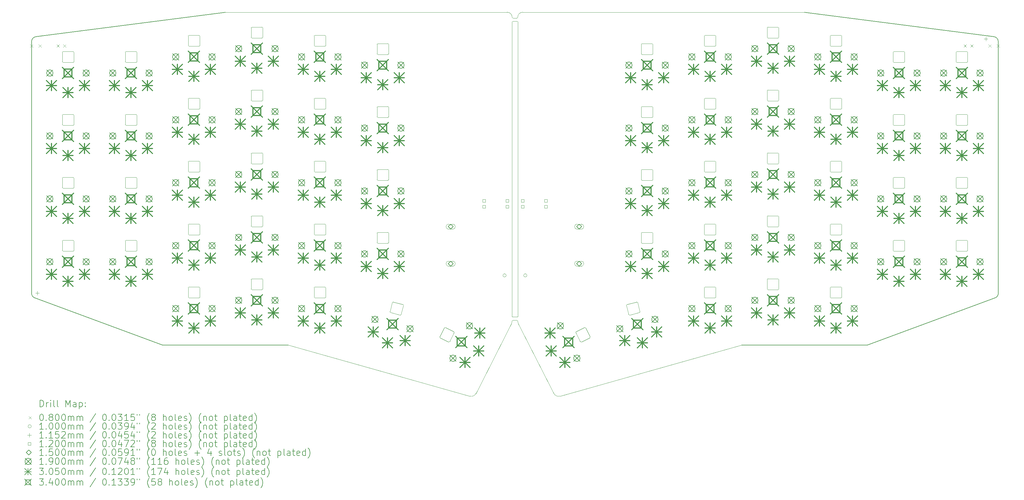
<source format=gbr>
%TF.GenerationSoftware,KiCad,Pcbnew,7.0.10*%
%TF.CreationDate,2024-03-01T16:38:11-05:00*%
%TF.ProjectId,Sofle_Chico_Panel,536f666c-655f-4436-9869-636f5f50616e,v3.5.4*%
%TF.SameCoordinates,Original*%
%TF.FileFunction,Drillmap*%
%TF.FilePolarity,Positive*%
%FSLAX45Y45*%
G04 Gerber Fmt 4.5, Leading zero omitted, Abs format (unit mm)*
G04 Created by KiCad (PCBNEW 7.0.10) date 2024-03-01 16:38:11*
%MOMM*%
%LPD*%
G01*
G04 APERTURE LIST*
%ADD10C,0.100000*%
%ADD11C,0.150000*%
%ADD12C,0.050000*%
%ADD13C,0.200000*%
%ADD14C,0.115200*%
%ADD15C,0.120000*%
%ADD16C,0.190000*%
%ADD17C,0.305000*%
%ADD18C,0.340000*%
G04 APERTURE END LIST*
D10*
X10594239Y-16419555D02*
G75*
G03*
X10767478Y-16342974I39592J144675D01*
G01*
X13132521Y-16342974D02*
G75*
G03*
X13305762Y-16419556I133649J68094D01*
G01*
X12007500Y-4972500D02*
G75*
G03*
X12035000Y-4945000I10J27490D01*
G01*
D11*
X-2543619Y-5534900D02*
G75*
G03*
X-2677234Y-5685000I17498J-150097D01*
G01*
D10*
X11848576Y-14221282D02*
G75*
G03*
X11864925Y-14150513I-133837J68192D01*
G01*
D11*
X26577234Y-5685000D02*
X26577234Y-13305000D01*
D10*
X13305762Y-16419556D02*
X18807234Y-14870000D01*
X11714887Y-4795000D02*
X3187766Y-4795000D01*
X12185113Y-4794994D02*
G75*
G03*
X12035074Y-4945000I7J-150046D01*
G01*
D11*
X26577235Y-5685000D02*
G75*
G03*
X26443619Y-5534900I-151106J10D01*
G01*
X22617234Y-14870000D02*
X26486661Y-13442726D01*
D10*
X5092766Y-14870000D02*
X10594238Y-16419556D01*
D11*
X-2677234Y-13305000D02*
X-2677234Y-5685000D01*
X18807234Y-14870000D02*
X22617234Y-14870000D01*
D10*
X12007500Y-4972500D02*
X11892500Y-4972500D01*
D11*
X20712234Y-4795000D02*
X26443619Y-5534900D01*
D10*
X11892500Y-14122500D02*
G75*
G03*
X11865000Y-14150000I-10J-27490D01*
G01*
D11*
X-2586661Y-13442726D02*
X1282766Y-14870000D01*
X26486660Y-13442726D02*
G75*
G03*
X26577234Y-13305000I-59411J137716D01*
G01*
X-2677234Y-13305000D02*
G75*
G03*
X-2586661Y-13442726I149990J-6D01*
G01*
D10*
X12051423Y-14221282D02*
X13132522Y-16342974D01*
X20712234Y-4795000D02*
X12185113Y-4795000D01*
X12035073Y-14150513D02*
G75*
G03*
X12051423Y-14221282I150177J-2577D01*
G01*
D11*
X-2543619Y-5534900D02*
X3187766Y-4795000D01*
D10*
X11864998Y-4945000D02*
G75*
G03*
X11714962Y-4794962I-150049J-10D01*
G01*
X11865000Y-4945000D02*
G75*
G03*
X11892500Y-4972500I27490J-10D01*
G01*
X12035000Y-14150000D02*
G75*
G03*
X12007500Y-14122500I-27490J10D01*
G01*
X12035000Y-5085000D02*
X12035000Y-7310000D01*
X12035000Y-9547500D01*
X12035000Y-14007500D01*
X12020000Y-14022500D01*
X11880000Y-14022500D01*
X11865000Y-14007500D01*
X11865000Y-5085000D01*
X11877500Y-5072500D01*
X12022500Y-5072500D01*
X12035000Y-5085000D01*
D11*
X1282766Y-14870000D02*
X5092766Y-14870000D01*
D10*
X10767478Y-16342974D02*
X11848577Y-14221282D01*
X12007500Y-14122500D02*
X11892500Y-14122500D01*
D12*
X-1748251Y-11720513D02*
X-1748251Y-12010513D01*
X-1728251Y-11700513D02*
X-1418251Y-11700513D01*
X-1418251Y-12030513D02*
X-1728251Y-12030513D01*
X-1398251Y-12010513D02*
X-1398251Y-11720513D01*
X-1728251Y-11700513D02*
G75*
G03*
X-1748251Y-11720513I0J-20000D01*
G01*
X-1748251Y-12010513D02*
G75*
G03*
X-1728251Y-12030513I20000J0D01*
G01*
X-1398251Y-11720513D02*
G75*
G03*
X-1418251Y-11700513I-20000J0D01*
G01*
X-1418251Y-12030513D02*
G75*
G03*
X-1398251Y-12010513I0J20000D01*
G01*
X18028251Y-5805513D02*
X18028251Y-5515514D01*
X18008251Y-5825513D02*
X17698251Y-5825513D01*
X17698251Y-5495514D02*
X18008251Y-5495514D01*
X17678251Y-5515514D02*
X17678251Y-5805513D01*
X18008251Y-5825513D02*
G75*
G03*
X18028251Y-5805513I0J20000D01*
G01*
X18028251Y-5515514D02*
G75*
G03*
X18008251Y-5495514I-20000J0D01*
G01*
X17678251Y-5805513D02*
G75*
G03*
X17698251Y-5825513I20000J0D01*
G01*
X17698251Y-5495514D02*
G75*
G03*
X17678251Y-5515514I0J-20000D01*
G01*
X15733823Y-13862262D02*
X15658765Y-13582143D01*
X15719680Y-13886756D02*
X15420243Y-13966990D01*
X15334833Y-13648235D02*
X15634270Y-13568001D01*
X15320691Y-13672730D02*
X15395748Y-13952848D01*
X15719680Y-13886756D02*
G75*
G03*
X15733823Y-13862262I-5176J19318D01*
G01*
X15658765Y-13582143D02*
G75*
G03*
X15634270Y-13568001I-19318J-5176D01*
G01*
X15395749Y-13952848D02*
G75*
G03*
X15420243Y-13966990I19318J5176D01*
G01*
X15334833Y-13648235D02*
G75*
G03*
X15320691Y-13672730I5176J-19318D01*
G01*
X23743251Y-10105514D02*
X23743251Y-9815514D01*
X23723251Y-10125514D02*
X23413251Y-10125514D01*
X23413251Y-9795514D02*
X23723251Y-9795514D01*
X23393251Y-9815514D02*
X23393251Y-10105514D01*
X23723251Y-10125514D02*
G75*
G03*
X23743251Y-10105514I0J20000D01*
G01*
X23743251Y-9815514D02*
G75*
G03*
X23723251Y-9795514I-20000J0D01*
G01*
X23393251Y-10105514D02*
G75*
G03*
X23413251Y-10125514I20000J0D01*
G01*
X23413251Y-9795514D02*
G75*
G03*
X23393251Y-9815514I0J-20000D01*
G01*
X13957816Y-14780920D02*
X14216208Y-14649263D01*
X13930917Y-14772179D02*
X13790179Y-14495967D01*
X14084212Y-14346151D02*
X14224949Y-14622363D01*
X14057312Y-14337410D02*
X13798920Y-14469068D01*
X13930916Y-14772179D02*
G75*
G03*
X13957816Y-14780920I17820J9080D01*
G01*
X14216208Y-14649263D02*
G75*
G03*
X14224949Y-14622363I-9080J17820D01*
G01*
X13798920Y-14469068D02*
G75*
G03*
X13790180Y-14495967I9080J-17820D01*
G01*
X14084212Y-14346151D02*
G75*
G03*
X14057312Y-14337410I-17820J-9080D01*
G01*
X3966749Y-7170513D02*
X3966749Y-7460513D01*
X3986749Y-7150513D02*
X4296749Y-7150513D01*
X4296749Y-7480513D02*
X3986749Y-7480513D01*
X4316749Y-7460513D02*
X4316749Y-7170513D01*
X3986749Y-7150513D02*
G75*
G03*
X3966749Y-7170513I0J-20000D01*
G01*
X3966749Y-7460513D02*
G75*
G03*
X3986749Y-7480513I20000J0D01*
G01*
X4316749Y-7170513D02*
G75*
G03*
X4296749Y-7150513I-20000J0D01*
G01*
X4296749Y-7480513D02*
G75*
G03*
X4316749Y-7460513I0J20000D01*
G01*
X3966749Y-5265514D02*
X3966749Y-5555514D01*
X3986749Y-5245514D02*
X4296749Y-5245514D01*
X4296749Y-5575514D02*
X3986749Y-5575514D01*
X4316749Y-5555514D02*
X4316749Y-5265514D01*
X3986749Y-5245514D02*
G75*
G03*
X3966749Y-5265514I0J-20000D01*
G01*
X3966749Y-5555514D02*
G75*
G03*
X3986749Y-5575514I20000J0D01*
G01*
X4316749Y-5265514D02*
G75*
G03*
X4296749Y-5245514I-20000J0D01*
G01*
X4296749Y-5575514D02*
G75*
G03*
X4316749Y-5555514I0J20000D01*
G01*
X-1748251Y-6005513D02*
X-1748251Y-6295513D01*
X-1728251Y-5985513D02*
X-1418251Y-5985513D01*
X-1418251Y-6315513D02*
X-1728251Y-6315513D01*
X-1398251Y-6295513D02*
X-1398251Y-6005513D01*
X-1728251Y-5985513D02*
G75*
G03*
X-1748251Y-6005513I0J-20000D01*
G01*
X-1748251Y-6295513D02*
G75*
G03*
X-1728251Y-6315513I20000J0D01*
G01*
X-1398251Y-6005513D02*
G75*
G03*
X-1418251Y-5985513I-20000J0D01*
G01*
X-1418251Y-6315513D02*
G75*
G03*
X-1398251Y-6295513I0J20000D01*
G01*
X23743251Y-8200513D02*
X23743251Y-7910513D01*
X23723251Y-8220513D02*
X23413251Y-8220513D01*
X23413251Y-7890513D02*
X23723251Y-7890513D01*
X23393251Y-7910513D02*
X23393251Y-8200513D01*
X23723251Y-8220513D02*
G75*
G03*
X23743251Y-8200513I0J20000D01*
G01*
X23743251Y-7910513D02*
G75*
G03*
X23723251Y-7890513I-20000J0D01*
G01*
X23393251Y-8200513D02*
G75*
G03*
X23413251Y-8220513I20000J0D01*
G01*
X23413251Y-7890513D02*
G75*
G03*
X23393251Y-7910513I0J-20000D01*
G01*
X23743251Y-6295513D02*
X23743251Y-6005513D01*
X23723251Y-6315513D02*
X23413251Y-6315513D01*
X23413251Y-5985513D02*
X23723251Y-5985513D01*
X23393251Y-6005513D02*
X23393251Y-6295513D01*
X23723251Y-6315513D02*
G75*
G03*
X23743251Y-6295513I0J20000D01*
G01*
X23743251Y-6005513D02*
G75*
G03*
X23723251Y-5985513I-20000J0D01*
G01*
X23393251Y-6295513D02*
G75*
G03*
X23413251Y-6315513I20000J0D01*
G01*
X23413251Y-5985513D02*
G75*
G03*
X23393251Y-6005513I0J-20000D01*
G01*
X23743251Y-12010513D02*
X23743251Y-11720513D01*
X23723251Y-12030513D02*
X23413251Y-12030513D01*
X23413251Y-11700513D02*
X23723251Y-11700513D01*
X23393251Y-11720513D02*
X23393251Y-12010513D01*
X23723251Y-12030513D02*
G75*
G03*
X23743251Y-12010513I0J20000D01*
G01*
X23743251Y-11720513D02*
G75*
G03*
X23723251Y-11700513I-20000J0D01*
G01*
X23393251Y-12010513D02*
G75*
G03*
X23413251Y-12030513I20000J0D01*
G01*
X23413251Y-11700513D02*
G75*
G03*
X23393251Y-11720513I0J-20000D01*
G01*
X2061749Y-13135513D02*
X2061749Y-13425513D01*
X2081749Y-13115513D02*
X2391749Y-13115513D01*
X2391749Y-13445513D02*
X2081749Y-13445513D01*
X2411749Y-13425513D02*
X2411749Y-13135513D01*
X2081749Y-13115513D02*
G75*
G03*
X2061749Y-13135513I0J-20000D01*
G01*
X2061749Y-13425513D02*
G75*
G03*
X2081749Y-13445513I20000J0D01*
G01*
X2411749Y-13135513D02*
G75*
G03*
X2391749Y-13115513I-20000J0D01*
G01*
X2391749Y-13445513D02*
G75*
G03*
X2411749Y-13425513I0J20000D01*
G01*
X18028251Y-7710513D02*
X18028251Y-7420513D01*
X18008251Y-7730513D02*
X17698251Y-7730513D01*
X17698251Y-7400513D02*
X18008251Y-7400513D01*
X17678251Y-7420513D02*
X17678251Y-7710513D01*
X18008251Y-7730513D02*
G75*
G03*
X18028251Y-7710513I0J20000D01*
G01*
X18028251Y-7420513D02*
G75*
G03*
X18008251Y-7400513I-20000J0D01*
G01*
X17678251Y-7710513D02*
G75*
G03*
X17698251Y-7730513I20000J0D01*
G01*
X17698251Y-7400513D02*
G75*
G03*
X17678251Y-7420513I0J-20000D01*
G01*
X21838251Y-11520513D02*
X21838251Y-11230513D01*
X21818251Y-11540513D02*
X21508251Y-11540513D01*
X21508251Y-11210513D02*
X21818251Y-11210513D01*
X21488251Y-11230513D02*
X21488251Y-11520513D01*
X21818251Y-11540513D02*
G75*
G03*
X21838251Y-11520513I0J20000D01*
G01*
X21838251Y-11230513D02*
G75*
G03*
X21818251Y-11210513I-20000J0D01*
G01*
X21488251Y-11520513D02*
G75*
G03*
X21508251Y-11540513I20000J0D01*
G01*
X21508251Y-11210513D02*
G75*
G03*
X21488251Y-11230513I0J-20000D01*
G01*
X2061749Y-9325514D02*
X2061749Y-9615514D01*
X2081749Y-9305514D02*
X2391749Y-9305514D01*
X2391749Y-9635514D02*
X2081749Y-9635514D01*
X2411749Y-9615514D02*
X2411749Y-9325514D01*
X2081749Y-9305514D02*
G75*
G03*
X2061749Y-9325514I0J-20000D01*
G01*
X2061749Y-9615514D02*
G75*
G03*
X2081749Y-9635514I20000J0D01*
G01*
X2411749Y-9325514D02*
G75*
G03*
X2391749Y-9305514I-20000J0D01*
G01*
X2391749Y-9635514D02*
G75*
G03*
X2411749Y-9615514I0J20000D01*
G01*
X19933251Y-11270513D02*
X19933251Y-10980514D01*
X19913251Y-11290513D02*
X19603251Y-11290513D01*
X19603251Y-10960514D02*
X19913251Y-10960514D01*
X19583251Y-10980514D02*
X19583251Y-11270513D01*
X19913251Y-11290513D02*
G75*
G03*
X19933251Y-11270513I0J20000D01*
G01*
X19933251Y-10980514D02*
G75*
G03*
X19913251Y-10960514I-20000J0D01*
G01*
X19583251Y-11270513D02*
G75*
G03*
X19603251Y-11290513I20000J0D01*
G01*
X19603251Y-10960514D02*
G75*
G03*
X19583251Y-10980514I0J-20000D01*
G01*
X-1748251Y-9815514D02*
X-1748251Y-10105514D01*
X-1728251Y-9795514D02*
X-1418251Y-9795514D01*
X-1418251Y-10125514D02*
X-1728251Y-10125514D01*
X-1398251Y-10105514D02*
X-1398251Y-9815514D01*
X-1728251Y-9795514D02*
G75*
G03*
X-1748251Y-9815514I0J-20000D01*
G01*
X-1748251Y-10105514D02*
G75*
G03*
X-1728251Y-10125514I20000J0D01*
G01*
X-1398251Y-9815514D02*
G75*
G03*
X-1418251Y-9795514I-20000J0D01*
G01*
X-1418251Y-10125514D02*
G75*
G03*
X-1398251Y-10105514I0J20000D01*
G01*
X2061749Y-7420513D02*
X2061749Y-7710513D01*
X2081749Y-7400513D02*
X2391749Y-7400513D01*
X2391749Y-7730513D02*
X2081749Y-7730513D01*
X2411749Y-7710513D02*
X2411749Y-7420513D01*
X2081749Y-7400513D02*
G75*
G03*
X2061749Y-7420513I0J-20000D01*
G01*
X2061749Y-7710513D02*
G75*
G03*
X2081749Y-7730513I20000J0D01*
G01*
X2411749Y-7420513D02*
G75*
G03*
X2391749Y-7400513I-20000J0D01*
G01*
X2391749Y-7730513D02*
G75*
G03*
X2411749Y-7710513I0J20000D01*
G01*
X25648251Y-10105514D02*
X25648251Y-9815514D01*
X25628251Y-10125514D02*
X25318251Y-10125514D01*
X25318251Y-9795514D02*
X25628251Y-9795514D01*
X25298251Y-9815514D02*
X25298251Y-10105514D01*
X25628251Y-10125514D02*
G75*
G03*
X25648251Y-10105514I0J20000D01*
G01*
X25648251Y-9815514D02*
G75*
G03*
X25628251Y-9795514I-20000J0D01*
G01*
X25298251Y-10105514D02*
G75*
G03*
X25318251Y-10125514I20000J0D01*
G01*
X25318251Y-9795514D02*
G75*
G03*
X25298251Y-9815514I0J-20000D01*
G01*
X2061749Y-11230513D02*
X2061749Y-11520513D01*
X2081749Y-11210513D02*
X2391749Y-11210513D01*
X2391749Y-11540513D02*
X2081749Y-11540513D01*
X2411749Y-11520513D02*
X2411749Y-11230513D01*
X2081749Y-11210513D02*
G75*
G03*
X2061749Y-11230513I0J-20000D01*
G01*
X2061749Y-11520513D02*
G75*
G03*
X2081749Y-11540513I20000J0D01*
G01*
X2411749Y-11230513D02*
G75*
G03*
X2391749Y-11210513I-20000J0D01*
G01*
X2391749Y-11540513D02*
G75*
G03*
X2411749Y-11520513I0J20000D01*
G01*
X5871749Y-13135513D02*
X5871749Y-13425513D01*
X5891749Y-13115513D02*
X6201749Y-13115513D01*
X6201749Y-13445513D02*
X5891749Y-13445513D01*
X6221749Y-13425513D02*
X6221749Y-13135513D01*
X5891749Y-13115513D02*
G75*
G03*
X5871749Y-13135513I0J-20000D01*
G01*
X5871749Y-13425513D02*
G75*
G03*
X5891749Y-13445513I20000J0D01*
G01*
X6221749Y-13135513D02*
G75*
G03*
X6201749Y-13115513I-20000J0D01*
G01*
X6201749Y-13445513D02*
G75*
G03*
X6221749Y-13425513I0J20000D01*
G01*
X16123251Y-9865514D02*
X16123251Y-9575514D01*
X16103251Y-9885514D02*
X15793251Y-9885514D01*
X15793251Y-9555514D02*
X16103251Y-9555514D01*
X15773251Y-9575514D02*
X15773251Y-9865514D01*
X16103251Y-9885514D02*
G75*
G03*
X16123251Y-9865514I0J20000D01*
G01*
X16123251Y-9575514D02*
G75*
G03*
X16103251Y-9555514I-20000J0D01*
G01*
X15773251Y-9865514D02*
G75*
G03*
X15793251Y-9885514I20000J0D01*
G01*
X15793251Y-9555514D02*
G75*
G03*
X15773251Y-9575514I0J-20000D01*
G01*
X7776749Y-9575513D02*
X7776749Y-9865513D01*
X7796749Y-9555513D02*
X8106749Y-9555513D01*
X8106749Y-9885513D02*
X7796749Y-9885513D01*
X8126749Y-9865513D02*
X8126749Y-9575513D01*
X7796749Y-9555513D02*
G75*
G03*
X7776749Y-9575513I0J-20000D01*
G01*
X7776749Y-9865513D02*
G75*
G03*
X7796749Y-9885513I20000J0D01*
G01*
X8126749Y-9575513D02*
G75*
G03*
X8106749Y-9555513I-20000J0D01*
G01*
X8106749Y-9885513D02*
G75*
G03*
X8126749Y-9865513I0J20000D01*
G01*
X156749Y-9815514D02*
X156749Y-10105514D01*
X176749Y-9795514D02*
X486749Y-9795514D01*
X486749Y-10125514D02*
X176749Y-10125514D01*
X506749Y-10105514D02*
X506749Y-9815514D01*
X176749Y-9795514D02*
G75*
G03*
X156749Y-9815514I0J-20000D01*
G01*
X156749Y-10105514D02*
G75*
G03*
X176749Y-10125514I20000J0D01*
G01*
X506749Y-9815514D02*
G75*
G03*
X486749Y-9795514I-20000J0D01*
G01*
X486749Y-10125514D02*
G75*
G03*
X506749Y-10105514I0J20000D01*
G01*
X21838251Y-7710513D02*
X21838251Y-7420513D01*
X21818251Y-7730513D02*
X21508251Y-7730513D01*
X21508251Y-7400513D02*
X21818251Y-7400513D01*
X21488251Y-7420513D02*
X21488251Y-7710513D01*
X21818251Y-7730513D02*
G75*
G03*
X21838251Y-7710513I0J20000D01*
G01*
X21838251Y-7420513D02*
G75*
G03*
X21818251Y-7400513I-20000J0D01*
G01*
X21488251Y-7710513D02*
G75*
G03*
X21508251Y-7730513I20000J0D01*
G01*
X21508251Y-7400513D02*
G75*
G03*
X21488251Y-7420513I0J-20000D01*
G01*
X156749Y-11720513D02*
X156749Y-12010513D01*
X176749Y-11700513D02*
X486749Y-11700513D01*
X486749Y-12030513D02*
X176749Y-12030513D01*
X506749Y-12010513D02*
X506749Y-11720513D01*
X176749Y-11700513D02*
G75*
G03*
X156749Y-11720513I0J-20000D01*
G01*
X156749Y-12010513D02*
G75*
G03*
X176749Y-12030513I20000J0D01*
G01*
X506749Y-11720513D02*
G75*
G03*
X486749Y-11700513I-20000J0D01*
G01*
X486749Y-12030513D02*
G75*
G03*
X506749Y-12010513I0J20000D01*
G01*
X18028251Y-11520513D02*
X18028251Y-11230513D01*
X18008251Y-11540513D02*
X17698251Y-11540513D01*
X17698251Y-11210513D02*
X18008251Y-11210513D01*
X17678251Y-11230513D02*
X17678251Y-11520513D01*
X18008251Y-11540513D02*
G75*
G03*
X18028251Y-11520513I0J20000D01*
G01*
X18028251Y-11230513D02*
G75*
G03*
X18008251Y-11210513I-20000J0D01*
G01*
X17678251Y-11520513D02*
G75*
G03*
X17698251Y-11540513I20000J0D01*
G01*
X17698251Y-11210513D02*
G75*
G03*
X17678251Y-11230513I0J-20000D01*
G01*
X25648251Y-6295513D02*
X25648251Y-6005513D01*
X25628251Y-6315513D02*
X25318251Y-6315513D01*
X25318251Y-5985513D02*
X25628251Y-5985513D01*
X25298251Y-6005513D02*
X25298251Y-6295513D01*
X25628251Y-6315513D02*
G75*
G03*
X25648251Y-6295513I0J20000D01*
G01*
X25648251Y-6005513D02*
G75*
G03*
X25628251Y-5985513I-20000J0D01*
G01*
X25298251Y-6295513D02*
G75*
G03*
X25318251Y-6315513I20000J0D01*
G01*
X25318251Y-5985513D02*
G75*
G03*
X25298251Y-6005513I0J-20000D01*
G01*
X8241235Y-13582143D02*
X8166177Y-13862262D01*
X8265730Y-13568001D02*
X8565167Y-13648235D01*
X8479757Y-13966990D02*
X8180320Y-13886756D01*
X8504252Y-13952848D02*
X8579309Y-13672730D01*
X8265730Y-13568001D02*
G75*
G03*
X8241235Y-13582143I-5177J-19318D01*
G01*
X8166177Y-13862262D02*
G75*
G03*
X8180320Y-13886756I19318J-5177D01*
G01*
X8579309Y-13672730D02*
G75*
G03*
X8565167Y-13648235I-19318J5176D01*
G01*
X8479757Y-13966990D02*
G75*
G03*
X8504251Y-13952848I5176J19319D01*
G01*
X3966749Y-9075514D02*
X3966749Y-9365514D01*
X3986749Y-9055514D02*
X4296749Y-9055514D01*
X4296749Y-9385514D02*
X3986749Y-9385514D01*
X4316749Y-9365514D02*
X4316749Y-9075514D01*
X3986749Y-9055514D02*
G75*
G03*
X3966749Y-9075514I0J-20000D01*
G01*
X3966749Y-9365514D02*
G75*
G03*
X3986749Y-9385514I20000J0D01*
G01*
X4316749Y-9075514D02*
G75*
G03*
X4296749Y-9055514I-20000J0D01*
G01*
X4296749Y-9385514D02*
G75*
G03*
X4316749Y-9365514I0J20000D01*
G01*
X9683792Y-14649263D02*
X9942184Y-14780920D01*
X9675051Y-14622363D02*
X9815788Y-14346151D01*
X10109821Y-14495967D02*
X9969083Y-14772179D01*
X10101080Y-14469068D02*
X9842688Y-14337410D01*
X9675051Y-14622363D02*
G75*
G03*
X9683792Y-14649262I17820J-9080D01*
G01*
X9942184Y-14780920D02*
G75*
G03*
X9969083Y-14772179I9080J17820D01*
G01*
X9842688Y-14337410D02*
G75*
G03*
X9815789Y-14346151I-9080J-17820D01*
G01*
X10109820Y-14495967D02*
G75*
G03*
X10101080Y-14469068I-17820J9080D01*
G01*
X16123251Y-6055513D02*
X16123251Y-5765513D01*
X16103251Y-6075513D02*
X15793251Y-6075513D01*
X15793251Y-5745513D02*
X16103251Y-5745513D01*
X15773251Y-5765513D02*
X15773251Y-6055513D01*
X16103251Y-6075513D02*
G75*
G03*
X16123251Y-6055513I0J20000D01*
G01*
X16123251Y-5765513D02*
G75*
G03*
X16103251Y-5745513I-20000J0D01*
G01*
X15773251Y-6055513D02*
G75*
G03*
X15793251Y-6075513I20000J0D01*
G01*
X15793251Y-5745513D02*
G75*
G03*
X15773251Y-5765513I0J-20000D01*
G01*
X5871749Y-7420513D02*
X5871749Y-7710513D01*
X5891749Y-7400513D02*
X6201749Y-7400513D01*
X6201749Y-7730513D02*
X5891749Y-7730513D01*
X6221749Y-7710513D02*
X6221749Y-7420513D01*
X5891749Y-7400513D02*
G75*
G03*
X5871749Y-7420513I0J-20000D01*
G01*
X5871749Y-7710513D02*
G75*
G03*
X5891749Y-7730513I20000J0D01*
G01*
X6221749Y-7420513D02*
G75*
G03*
X6201749Y-7400513I-20000J0D01*
G01*
X6201749Y-7730513D02*
G75*
G03*
X6221749Y-7710513I0J20000D01*
G01*
X19933251Y-5555514D02*
X19933251Y-5265514D01*
X19913251Y-5575514D02*
X19603251Y-5575514D01*
X19603251Y-5245514D02*
X19913251Y-5245514D01*
X19583251Y-5265514D02*
X19583251Y-5555514D01*
X19913251Y-5575514D02*
G75*
G03*
X19933251Y-5555514I0J20000D01*
G01*
X19933251Y-5265514D02*
G75*
G03*
X19913251Y-5245514I-20000J0D01*
G01*
X19583251Y-5555514D02*
G75*
G03*
X19603251Y-5575514I20000J0D01*
G01*
X19603251Y-5245514D02*
G75*
G03*
X19583251Y-5265514I0J-20000D01*
G01*
X7776749Y-5765513D02*
X7776749Y-6055513D01*
X7796749Y-5745513D02*
X8106749Y-5745513D01*
X8106749Y-6075513D02*
X7796749Y-6075513D01*
X8126749Y-6055513D02*
X8126749Y-5765513D01*
X7796749Y-5745513D02*
G75*
G03*
X7776749Y-5765513I0J-20000D01*
G01*
X7776749Y-6055513D02*
G75*
G03*
X7796749Y-6075513I20000J0D01*
G01*
X8126749Y-5765513D02*
G75*
G03*
X8106749Y-5745513I-20000J0D01*
G01*
X8106749Y-6075513D02*
G75*
G03*
X8126749Y-6055513I0J20000D01*
G01*
X19933251Y-13175513D02*
X19933251Y-12885513D01*
X19913251Y-13195513D02*
X19603251Y-13195513D01*
X19603251Y-12865513D02*
X19913251Y-12865513D01*
X19583251Y-12885513D02*
X19583251Y-13175513D01*
X19913251Y-13195513D02*
G75*
G03*
X19933251Y-13175513I0J20000D01*
G01*
X19933251Y-12885513D02*
G75*
G03*
X19913251Y-12865513I-20000J0D01*
G01*
X19583251Y-13175513D02*
G75*
G03*
X19603251Y-13195513I20000J0D01*
G01*
X19603251Y-12865513D02*
G75*
G03*
X19583251Y-12885513I0J-20000D01*
G01*
X19933251Y-7460513D02*
X19933251Y-7170513D01*
X19913251Y-7480513D02*
X19603251Y-7480513D01*
X19603251Y-7150513D02*
X19913251Y-7150513D01*
X19583251Y-7170513D02*
X19583251Y-7460513D01*
X19913251Y-7480513D02*
G75*
G03*
X19933251Y-7460513I0J20000D01*
G01*
X19933251Y-7170513D02*
G75*
G03*
X19913251Y-7150513I-20000J0D01*
G01*
X19583251Y-7460513D02*
G75*
G03*
X19603251Y-7480513I20000J0D01*
G01*
X19603251Y-7150513D02*
G75*
G03*
X19583251Y-7170513I0J-20000D01*
G01*
X5871749Y-11230514D02*
X5871749Y-11520514D01*
X5891749Y-11210514D02*
X6201749Y-11210514D01*
X6201749Y-11540514D02*
X5891749Y-11540514D01*
X6221749Y-11520514D02*
X6221749Y-11230514D01*
X5891749Y-11210514D02*
G75*
G03*
X5871749Y-11230514I0J-20000D01*
G01*
X5871749Y-11520514D02*
G75*
G03*
X5891749Y-11540514I20000J0D01*
G01*
X6221749Y-11230514D02*
G75*
G03*
X6201749Y-11210514I-20000J0D01*
G01*
X6201749Y-11540514D02*
G75*
G03*
X6221749Y-11520514I0J20000D01*
G01*
X2061749Y-5515514D02*
X2061749Y-5805513D01*
X2081749Y-5495514D02*
X2391750Y-5495514D01*
X2391750Y-5825513D02*
X2081749Y-5825513D01*
X2411750Y-5805513D02*
X2411750Y-5515514D01*
X2081749Y-5495514D02*
G75*
G03*
X2061749Y-5515514I0J-20000D01*
G01*
X2061749Y-5805513D02*
G75*
G03*
X2081749Y-5825513I20000J0D01*
G01*
X2411750Y-5515514D02*
G75*
G03*
X2391750Y-5495514I-20000J0D01*
G01*
X2391750Y-5825513D02*
G75*
G03*
X2411750Y-5805513I0J20000D01*
G01*
X18028251Y-13425513D02*
X18028251Y-13135513D01*
X18008251Y-13445513D02*
X17698251Y-13445513D01*
X17698251Y-13115513D02*
X18008251Y-13115513D01*
X17678251Y-13135513D02*
X17678251Y-13425513D01*
X18008251Y-13445513D02*
G75*
G03*
X18028251Y-13425513I0J20000D01*
G01*
X18028251Y-13135513D02*
G75*
G03*
X18008251Y-13115513I-20000J0D01*
G01*
X17678251Y-13425513D02*
G75*
G03*
X17698251Y-13445513I20000J0D01*
G01*
X17698251Y-13115513D02*
G75*
G03*
X17678251Y-13135513I0J-20000D01*
G01*
X3966749Y-12885513D02*
X3966749Y-13175513D01*
X3986749Y-12865513D02*
X4296749Y-12865513D01*
X4296749Y-13195513D02*
X3986749Y-13195513D01*
X4316749Y-13175513D02*
X4316749Y-12885513D01*
X3986749Y-12865513D02*
G75*
G03*
X3966749Y-12885513I0J-20000D01*
G01*
X3966749Y-13175513D02*
G75*
G03*
X3986749Y-13195513I20000J0D01*
G01*
X4316749Y-12885513D02*
G75*
G03*
X4296749Y-12865513I-20000J0D01*
G01*
X4296749Y-13195513D02*
G75*
G03*
X4316749Y-13175513I0J20000D01*
G01*
X16123251Y-7960513D02*
X16123251Y-7670513D01*
X16103251Y-7980513D02*
X15793251Y-7980513D01*
X15793251Y-7650513D02*
X16103251Y-7650513D01*
X15773251Y-7670513D02*
X15773251Y-7960513D01*
X16103251Y-7980513D02*
G75*
G03*
X16123251Y-7960513I0J20000D01*
G01*
X16123251Y-7670513D02*
G75*
G03*
X16103251Y-7650513I-20000J0D01*
G01*
X15773251Y-7960513D02*
G75*
G03*
X15793251Y-7980513I20000J0D01*
G01*
X15793251Y-7650513D02*
G75*
G03*
X15773251Y-7670513I0J-20000D01*
G01*
X21838251Y-5805513D02*
X21838251Y-5515514D01*
X21818251Y-5825513D02*
X21508251Y-5825513D01*
X21508251Y-5495514D02*
X21818251Y-5495514D01*
X21488251Y-5515514D02*
X21488251Y-5805513D01*
X21818251Y-5825513D02*
G75*
G03*
X21838251Y-5805513I0J20000D01*
G01*
X21838251Y-5515514D02*
G75*
G03*
X21818251Y-5495514I-20000J0D01*
G01*
X21488251Y-5805513D02*
G75*
G03*
X21508251Y-5825513I20000J0D01*
G01*
X21508251Y-5495514D02*
G75*
G03*
X21488251Y-5515514I0J-20000D01*
G01*
X16123251Y-11770513D02*
X16123251Y-11480513D01*
X16103251Y-11790513D02*
X15793251Y-11790513D01*
X15793251Y-11460513D02*
X16103251Y-11460513D01*
X15773251Y-11480513D02*
X15773251Y-11770513D01*
X16103251Y-11790513D02*
G75*
G03*
X16123251Y-11770513I0J20000D01*
G01*
X16123251Y-11480513D02*
G75*
G03*
X16103251Y-11460513I-20000J0D01*
G01*
X15773251Y-11770513D02*
G75*
G03*
X15793251Y-11790513I20000J0D01*
G01*
X15793251Y-11460513D02*
G75*
G03*
X15773251Y-11480513I0J-20000D01*
G01*
X7776749Y-11480513D02*
X7776749Y-11770513D01*
X7796749Y-11460513D02*
X8106749Y-11460513D01*
X8106749Y-11790513D02*
X7796749Y-11790513D01*
X8126749Y-11770513D02*
X8126749Y-11480513D01*
X7796749Y-11460513D02*
G75*
G03*
X7776749Y-11480513I0J-20000D01*
G01*
X7776749Y-11770513D02*
G75*
G03*
X7796749Y-11790513I20000J0D01*
G01*
X8126749Y-11480513D02*
G75*
G03*
X8106749Y-11460513I-20000J0D01*
G01*
X8106749Y-11790513D02*
G75*
G03*
X8126749Y-11770513I0J20000D01*
G01*
X21838251Y-9615514D02*
X21838251Y-9325514D01*
X21818251Y-9635514D02*
X21508251Y-9635514D01*
X21508251Y-9305514D02*
X21818251Y-9305514D01*
X21488251Y-9325514D02*
X21488251Y-9615514D01*
X21818251Y-9635514D02*
G75*
G03*
X21838251Y-9615514I0J20000D01*
G01*
X21838251Y-9325514D02*
G75*
G03*
X21818251Y-9305514I-20000J0D01*
G01*
X21488251Y-9615514D02*
G75*
G03*
X21508251Y-9635514I20000J0D01*
G01*
X21508251Y-9305514D02*
G75*
G03*
X21488251Y-9325514I0J-20000D01*
G01*
X18028251Y-9615514D02*
X18028251Y-9325514D01*
X18008251Y-9635514D02*
X17698251Y-9635514D01*
X17698251Y-9305514D02*
X18008251Y-9305514D01*
X17678251Y-9325514D02*
X17678251Y-9615514D01*
X18008251Y-9635514D02*
G75*
G03*
X18028251Y-9615514I0J20000D01*
G01*
X18028251Y-9325514D02*
G75*
G03*
X18008251Y-9305514I-20000J0D01*
G01*
X17678251Y-9615514D02*
G75*
G03*
X17698251Y-9635514I20000J0D01*
G01*
X17698251Y-9305514D02*
G75*
G03*
X17678251Y-9325514I0J-20000D01*
G01*
X-1748251Y-7910513D02*
X-1748251Y-8200513D01*
X-1728251Y-7890513D02*
X-1418251Y-7890513D01*
X-1418251Y-8220513D02*
X-1728251Y-8220513D01*
X-1398251Y-8200513D02*
X-1398251Y-7910513D01*
X-1728251Y-7890513D02*
G75*
G03*
X-1748251Y-7910513I0J-20000D01*
G01*
X-1748251Y-8200513D02*
G75*
G03*
X-1728251Y-8220513I20000J0D01*
G01*
X-1398251Y-7910513D02*
G75*
G03*
X-1418251Y-7890513I-20000J0D01*
G01*
X-1418251Y-8220513D02*
G75*
G03*
X-1398251Y-8200513I0J20000D01*
G01*
X19933251Y-9365514D02*
X19933251Y-9075514D01*
X19913251Y-9385514D02*
X19603251Y-9385514D01*
X19603251Y-9055514D02*
X19913251Y-9055514D01*
X19583251Y-9075514D02*
X19583251Y-9365514D01*
X19913251Y-9385514D02*
G75*
G03*
X19933251Y-9365514I0J20000D01*
G01*
X19933251Y-9075514D02*
G75*
G03*
X19913251Y-9055514I-20000J0D01*
G01*
X19583251Y-9365514D02*
G75*
G03*
X19603251Y-9385514I20000J0D01*
G01*
X19603251Y-9055514D02*
G75*
G03*
X19583251Y-9075514I0J-20000D01*
G01*
X5871749Y-9325513D02*
X5871749Y-9615513D01*
X5891749Y-9305513D02*
X6201749Y-9305513D01*
X6201749Y-9635513D02*
X5891749Y-9635513D01*
X6221749Y-9615513D02*
X6221749Y-9325513D01*
X5891749Y-9305513D02*
G75*
G03*
X5871749Y-9325513I0J-20000D01*
G01*
X5871749Y-9615513D02*
G75*
G03*
X5891749Y-9635513I20000J0D01*
G01*
X6221749Y-9325513D02*
G75*
G03*
X6201749Y-9305513I-20000J0D01*
G01*
X6201749Y-9635513D02*
G75*
G03*
X6221749Y-9615513I0J20000D01*
G01*
X25648251Y-8200513D02*
X25648251Y-7910513D01*
X25628251Y-8220513D02*
X25318251Y-8220513D01*
X25318251Y-7890513D02*
X25628251Y-7890513D01*
X25298251Y-7910513D02*
X25298251Y-8200513D01*
X25628251Y-8220513D02*
G75*
G03*
X25648251Y-8200513I0J20000D01*
G01*
X25648251Y-7910513D02*
G75*
G03*
X25628251Y-7890513I-20000J0D01*
G01*
X25298251Y-8200513D02*
G75*
G03*
X25318251Y-8220513I20000J0D01*
G01*
X25318251Y-7890513D02*
G75*
G03*
X25298251Y-7910513I0J-20000D01*
G01*
X3966749Y-10980514D02*
X3966749Y-11270513D01*
X3986749Y-10960514D02*
X4296749Y-10960514D01*
X4296749Y-11290513D02*
X3986749Y-11290513D01*
X4316749Y-11270513D02*
X4316749Y-10980514D01*
X3986749Y-10960514D02*
G75*
G03*
X3966749Y-10980514I0J-20000D01*
G01*
X3966749Y-11270513D02*
G75*
G03*
X3986749Y-11290513I20000J0D01*
G01*
X4316749Y-10980514D02*
G75*
G03*
X4296749Y-10960514I-20000J0D01*
G01*
X4296749Y-11290513D02*
G75*
G03*
X4316749Y-11270513I0J20000D01*
G01*
X5871749Y-5515514D02*
X5871749Y-5805513D01*
X5891749Y-5495514D02*
X6201749Y-5495514D01*
X6201749Y-5825513D02*
X5891749Y-5825513D01*
X6221749Y-5805513D02*
X6221749Y-5515514D01*
X5891749Y-5495514D02*
G75*
G03*
X5871749Y-5515514I0J-20000D01*
G01*
X5871749Y-5805513D02*
G75*
G03*
X5891749Y-5825513I20000J0D01*
G01*
X6221749Y-5515514D02*
G75*
G03*
X6201749Y-5495514I-20000J0D01*
G01*
X6201749Y-5825513D02*
G75*
G03*
X6221749Y-5805513I0J20000D01*
G01*
X156749Y-7910513D02*
X156749Y-8200513D01*
X176749Y-7890513D02*
X486749Y-7890513D01*
X486749Y-8220513D02*
X176749Y-8220513D01*
X506749Y-8200513D02*
X506749Y-7910513D01*
X176749Y-7890513D02*
G75*
G03*
X156749Y-7910513I0J-20000D01*
G01*
X156749Y-8200513D02*
G75*
G03*
X176749Y-8220513I20000J0D01*
G01*
X506749Y-7910513D02*
G75*
G03*
X486749Y-7890513I-20000J0D01*
G01*
X486749Y-8220513D02*
G75*
G03*
X506749Y-8200513I0J20000D01*
G01*
X25648251Y-12010513D02*
X25648251Y-11720513D01*
X25628251Y-12030513D02*
X25318251Y-12030513D01*
X25318251Y-11700513D02*
X25628251Y-11700513D01*
X25298251Y-11720513D02*
X25298251Y-12010513D01*
X25628251Y-12030513D02*
G75*
G03*
X25648251Y-12010513I0J20000D01*
G01*
X25648251Y-11720513D02*
G75*
G03*
X25628251Y-11700513I-20000J0D01*
G01*
X25298251Y-12010513D02*
G75*
G03*
X25318251Y-12030513I20000J0D01*
G01*
X25318251Y-11700513D02*
G75*
G03*
X25298251Y-11720513I0J-20000D01*
G01*
X21838251Y-13425513D02*
X21838251Y-13135513D01*
X21818251Y-13445513D02*
X21508251Y-13445513D01*
X21508251Y-13115513D02*
X21818251Y-13115513D01*
X21488251Y-13135513D02*
X21488251Y-13425513D01*
X21818251Y-13445513D02*
G75*
G03*
X21838251Y-13425513I0J20000D01*
G01*
X21838251Y-13135513D02*
G75*
G03*
X21818251Y-13115513I-20000J0D01*
G01*
X21488251Y-13425513D02*
G75*
G03*
X21508251Y-13445513I20000J0D01*
G01*
X21508251Y-13115513D02*
G75*
G03*
X21488251Y-13135513I0J-20000D01*
G01*
X156749Y-6005513D02*
X156749Y-6295513D01*
X176749Y-5985513D02*
X486749Y-5985513D01*
X486749Y-6315513D02*
X176749Y-6315513D01*
X506749Y-6295513D02*
X506749Y-6005513D01*
X176749Y-5985513D02*
G75*
G03*
X156749Y-6005513I0J-20000D01*
G01*
X156749Y-6295513D02*
G75*
G03*
X176749Y-6315513I20000J0D01*
G01*
X506749Y-6005513D02*
G75*
G03*
X486749Y-5985513I-20000J0D01*
G01*
X486749Y-6315513D02*
G75*
G03*
X506749Y-6295513I0J20000D01*
G01*
X7776749Y-7670513D02*
X7776749Y-7960513D01*
X7796749Y-7650513D02*
X8106749Y-7650513D01*
X8106749Y-7980513D02*
X7796749Y-7980513D01*
X8126749Y-7960513D02*
X8126749Y-7670513D01*
X7796749Y-7650513D02*
G75*
G03*
X7776749Y-7670513I0J-20000D01*
G01*
X7776749Y-7960513D02*
G75*
G03*
X7796749Y-7980513I20000J0D01*
G01*
X8126749Y-7670513D02*
G75*
G03*
X8106749Y-7650513I-20000J0D01*
G01*
X8106749Y-7980513D02*
G75*
G03*
X8126749Y-7960513I0J20000D01*
G01*
D13*
D10*
X-2715250Y-5773513D02*
X-2635250Y-5853513D01*
X-2635250Y-5773513D02*
X-2715250Y-5853513D01*
X-2461250Y-5773513D02*
X-2381250Y-5853513D01*
X-2381250Y-5773513D02*
X-2461250Y-5853513D01*
X-1915250Y-5773513D02*
X-1835250Y-5853513D01*
X-1835250Y-5773513D02*
X-1915250Y-5853513D01*
X-1715250Y-5773513D02*
X-1635250Y-5853513D01*
X-1635250Y-5773513D02*
X-1715250Y-5853513D01*
X25535250Y-5773513D02*
X25615250Y-5853513D01*
X25615250Y-5773513D02*
X25535250Y-5853513D01*
X25735250Y-5773513D02*
X25815250Y-5853513D01*
X25815250Y-5773513D02*
X25735250Y-5853513D01*
X26281250Y-5773513D02*
X26361250Y-5853513D01*
X26361250Y-5773513D02*
X26281250Y-5853513D01*
X26535250Y-5773513D02*
X26615250Y-5853513D01*
X26615250Y-5773513D02*
X26535250Y-5853513D01*
X11685950Y-12764013D02*
G75*
G03*
X11585950Y-12764013I-50000J0D01*
G01*
X11585950Y-12764013D02*
G75*
G03*
X11685950Y-12764013I50000J0D01*
G01*
X12314050Y-12763500D02*
G75*
G03*
X12214050Y-12763500I-50000J0D01*
G01*
X12214050Y-12763500D02*
G75*
G03*
X12314050Y-12763500I50000J0D01*
G01*
D14*
X-2502500Y-13242400D02*
X-2502500Y-13357600D01*
X-2560100Y-13300000D02*
X-2444900Y-13300000D01*
X26200000Y-5542400D02*
X26200000Y-5657600D01*
X26142400Y-5600000D02*
X26257600Y-5600000D01*
D15*
X11058677Y-10546940D02*
X11058677Y-10462087D01*
X10973823Y-10462087D01*
X10973823Y-10546940D01*
X11058677Y-10546940D01*
X11058677Y-10721940D02*
X11058677Y-10637087D01*
X10973823Y-10637087D01*
X10973823Y-10721940D01*
X11058677Y-10721940D01*
X11758677Y-10546940D02*
X11758677Y-10462087D01*
X11673823Y-10462087D01*
X11673823Y-10546940D01*
X11758677Y-10546940D01*
X11758677Y-10721940D02*
X11758677Y-10637087D01*
X11673823Y-10637087D01*
X11673823Y-10721940D01*
X11758677Y-10721940D01*
X12224927Y-10547427D02*
X12224927Y-10462573D01*
X12140073Y-10462573D01*
X12140073Y-10547427D01*
X12224927Y-10547427D01*
X12224927Y-10722427D02*
X12224927Y-10637573D01*
X12140073Y-10637573D01*
X12140073Y-10722427D01*
X12224927Y-10722427D01*
X12924927Y-10547427D02*
X12924927Y-10462573D01*
X12840073Y-10462573D01*
X12840073Y-10547427D01*
X12924927Y-10547427D01*
X12924927Y-10722427D02*
X12924927Y-10637573D01*
X12840073Y-10637573D01*
X12840073Y-10722427D01*
X12924927Y-10722427D01*
D11*
X10005250Y-11362513D02*
X10080250Y-11287513D01*
X10005250Y-11212513D01*
X9930250Y-11287513D01*
X10005250Y-11362513D01*
D10*
X9940250Y-11362513D02*
X10070250Y-11362513D01*
X10070250Y-11362513D02*
G75*
G03*
X10070250Y-11212513I0J75000D01*
G01*
X10070250Y-11212513D02*
X9940250Y-11212513D01*
X9940250Y-11212513D02*
G75*
G03*
X9940250Y-11362513I0J-75000D01*
G01*
D11*
X10005250Y-12482513D02*
X10080250Y-12407513D01*
X10005250Y-12332513D01*
X9930250Y-12407513D01*
X10005250Y-12482513D01*
D10*
X9940250Y-12482513D02*
X10070250Y-12482513D01*
X10070250Y-12482513D02*
G75*
G03*
X10070250Y-12332513I0J75000D01*
G01*
X10070250Y-12332513D02*
X9940250Y-12332513D01*
X9940250Y-12332513D02*
G75*
G03*
X9940250Y-12482513I0J-75000D01*
G01*
D11*
X13895000Y-11362500D02*
X13970000Y-11287500D01*
X13895000Y-11212500D01*
X13820000Y-11287500D01*
X13895000Y-11362500D01*
D10*
X13960000Y-11212500D02*
X13830000Y-11212500D01*
X13830000Y-11212500D02*
G75*
G03*
X13830000Y-11362500I0J-75000D01*
G01*
X13830000Y-11362500D02*
X13960000Y-11362500D01*
X13960000Y-11362500D02*
G75*
G03*
X13960000Y-11212500I0J75000D01*
G01*
D11*
X13895000Y-12482500D02*
X13970000Y-12407500D01*
X13895000Y-12332500D01*
X13820000Y-12407500D01*
X13895000Y-12482500D01*
D10*
X13960000Y-12332500D02*
X13830000Y-12332500D01*
X13830000Y-12332500D02*
G75*
G03*
X13830000Y-12482500I0J-75000D01*
G01*
X13830000Y-12482500D02*
X13960000Y-12482500D01*
X13960000Y-12482500D02*
G75*
G03*
X13960000Y-12332500I0J75000D01*
G01*
D16*
X-2219750Y-8447514D02*
X-2029750Y-8637514D01*
X-2029750Y-8447514D02*
X-2219750Y-8637514D01*
X-2029750Y-8542514D02*
G75*
G03*
X-2219750Y-8542514I-95000J0D01*
G01*
X-2219750Y-8542514D02*
G75*
G03*
X-2029750Y-8542514I95000J0D01*
G01*
X-2219750Y-6542513D02*
X-2029750Y-6732513D01*
X-2029750Y-6542513D02*
X-2219750Y-6732513D01*
X-2029750Y-6637513D02*
G75*
G03*
X-2219750Y-6637513I-95000J0D01*
G01*
X-2219750Y-6637513D02*
G75*
G03*
X-2029750Y-6637513I95000J0D01*
G01*
X-2219750Y-10352514D02*
X-2029750Y-10542514D01*
X-2029750Y-10352514D02*
X-2219750Y-10542514D01*
X-2029750Y-10447514D02*
G75*
G03*
X-2219750Y-10447514I-95000J0D01*
G01*
X-2219750Y-10447514D02*
G75*
G03*
X-2029750Y-10447514I95000J0D01*
G01*
X-2219750Y-12257513D02*
X-2029750Y-12447513D01*
X-2029750Y-12257513D02*
X-2219750Y-12447513D01*
X-2029750Y-12352513D02*
G75*
G03*
X-2219750Y-12352513I-95000J0D01*
G01*
X-2219750Y-12352513D02*
G75*
G03*
X-2029750Y-12352513I95000J0D01*
G01*
X-1119750Y-8447514D02*
X-929750Y-8637514D01*
X-929750Y-8447514D02*
X-1119750Y-8637514D01*
X-929750Y-8542514D02*
G75*
G03*
X-1119750Y-8542514I-95000J0D01*
G01*
X-1119750Y-8542514D02*
G75*
G03*
X-929750Y-8542514I95000J0D01*
G01*
X-1119750Y-6542513D02*
X-929750Y-6732513D01*
X-929750Y-6542513D02*
X-1119750Y-6732513D01*
X-929750Y-6637513D02*
G75*
G03*
X-1119750Y-6637513I-95000J0D01*
G01*
X-1119750Y-6637513D02*
G75*
G03*
X-929750Y-6637513I95000J0D01*
G01*
X-1119750Y-10352514D02*
X-929750Y-10542514D01*
X-929750Y-10352514D02*
X-1119750Y-10542514D01*
X-929750Y-10447514D02*
G75*
G03*
X-1119750Y-10447514I-95000J0D01*
G01*
X-1119750Y-10447514D02*
G75*
G03*
X-929750Y-10447514I95000J0D01*
G01*
X-1119750Y-12257513D02*
X-929750Y-12447513D01*
X-929750Y-12257513D02*
X-1119750Y-12447513D01*
X-929750Y-12352513D02*
G75*
G03*
X-1119750Y-12352513I-95000J0D01*
G01*
X-1119750Y-12352513D02*
G75*
G03*
X-929750Y-12352513I95000J0D01*
G01*
X-314750Y-6542513D02*
X-124750Y-6732513D01*
X-124750Y-6542513D02*
X-314750Y-6732513D01*
X-124750Y-6637513D02*
G75*
G03*
X-314750Y-6637513I-95000J0D01*
G01*
X-314750Y-6637513D02*
G75*
G03*
X-124750Y-6637513I95000J0D01*
G01*
X-314750Y-10352514D02*
X-124750Y-10542514D01*
X-124750Y-10352514D02*
X-314750Y-10542514D01*
X-124750Y-10447514D02*
G75*
G03*
X-314750Y-10447514I-95000J0D01*
G01*
X-314750Y-10447514D02*
G75*
G03*
X-124750Y-10447514I95000J0D01*
G01*
X-314750Y-12257513D02*
X-124750Y-12447513D01*
X-124750Y-12257513D02*
X-314750Y-12447513D01*
X-124750Y-12352513D02*
G75*
G03*
X-314750Y-12352513I-95000J0D01*
G01*
X-314750Y-12352513D02*
G75*
G03*
X-124750Y-12352513I95000J0D01*
G01*
X-314750Y-8447514D02*
X-124750Y-8637514D01*
X-124750Y-8447514D02*
X-314750Y-8637514D01*
X-124750Y-8542514D02*
G75*
G03*
X-314750Y-8542514I-95000J0D01*
G01*
X-314750Y-8542514D02*
G75*
G03*
X-124750Y-8542514I95000J0D01*
G01*
X785250Y-6542513D02*
X975250Y-6732513D01*
X975250Y-6542513D02*
X785250Y-6732513D01*
X975250Y-6637513D02*
G75*
G03*
X785250Y-6637513I-95000J0D01*
G01*
X785250Y-6637513D02*
G75*
G03*
X975250Y-6637513I95000J0D01*
G01*
X785250Y-10352514D02*
X975250Y-10542514D01*
X975250Y-10352514D02*
X785250Y-10542514D01*
X975250Y-10447514D02*
G75*
G03*
X785250Y-10447514I-95000J0D01*
G01*
X785250Y-10447514D02*
G75*
G03*
X975250Y-10447514I95000J0D01*
G01*
X785250Y-12257513D02*
X975250Y-12447513D01*
X975250Y-12257513D02*
X785250Y-12447513D01*
X975250Y-12352513D02*
G75*
G03*
X785250Y-12352513I-95000J0D01*
G01*
X785250Y-12352513D02*
G75*
G03*
X975250Y-12352513I95000J0D01*
G01*
X785250Y-8447514D02*
X975250Y-8637514D01*
X975250Y-8447514D02*
X785250Y-8637514D01*
X975250Y-8542514D02*
G75*
G03*
X785250Y-8542514I-95000J0D01*
G01*
X785250Y-8542514D02*
G75*
G03*
X975250Y-8542514I95000J0D01*
G01*
X1590250Y-6052513D02*
X1780250Y-6242513D01*
X1780250Y-6052513D02*
X1590250Y-6242513D01*
X1780250Y-6147513D02*
G75*
G03*
X1590250Y-6147513I-95000J0D01*
G01*
X1590250Y-6147513D02*
G75*
G03*
X1780250Y-6147513I95000J0D01*
G01*
X1590250Y-7957513D02*
X1780250Y-8147513D01*
X1780250Y-7957513D02*
X1590250Y-8147513D01*
X1780250Y-8052513D02*
G75*
G03*
X1590250Y-8052513I-95000J0D01*
G01*
X1590250Y-8052513D02*
G75*
G03*
X1780250Y-8052513I95000J0D01*
G01*
X1590250Y-9862514D02*
X1780250Y-10052514D01*
X1780250Y-9862514D02*
X1590250Y-10052514D01*
X1780250Y-9957514D02*
G75*
G03*
X1590250Y-9957514I-95000J0D01*
G01*
X1590250Y-9957514D02*
G75*
G03*
X1780250Y-9957514I95000J0D01*
G01*
X1590250Y-11767513D02*
X1780250Y-11957513D01*
X1780250Y-11767513D02*
X1590250Y-11957513D01*
X1780250Y-11862513D02*
G75*
G03*
X1590250Y-11862513I-95000J0D01*
G01*
X1590250Y-11862513D02*
G75*
G03*
X1780250Y-11862513I95000J0D01*
G01*
X1590250Y-13672513D02*
X1780250Y-13862513D01*
X1780250Y-13672513D02*
X1590250Y-13862513D01*
X1780250Y-13767513D02*
G75*
G03*
X1590250Y-13767513I-95000J0D01*
G01*
X1590250Y-13767513D02*
G75*
G03*
X1780250Y-13767513I95000J0D01*
G01*
X2690250Y-6052513D02*
X2880250Y-6242513D01*
X2880250Y-6052513D02*
X2690250Y-6242513D01*
X2880250Y-6147513D02*
G75*
G03*
X2690250Y-6147513I-95000J0D01*
G01*
X2690250Y-6147513D02*
G75*
G03*
X2880250Y-6147513I95000J0D01*
G01*
X2690250Y-7957513D02*
X2880250Y-8147513D01*
X2880250Y-7957513D02*
X2690250Y-8147513D01*
X2880250Y-8052513D02*
G75*
G03*
X2690250Y-8052513I-95000J0D01*
G01*
X2690250Y-8052513D02*
G75*
G03*
X2880250Y-8052513I95000J0D01*
G01*
X2690250Y-9862514D02*
X2880250Y-10052514D01*
X2880250Y-9862514D02*
X2690250Y-10052514D01*
X2880250Y-9957514D02*
G75*
G03*
X2690250Y-9957514I-95000J0D01*
G01*
X2690250Y-9957514D02*
G75*
G03*
X2880250Y-9957514I95000J0D01*
G01*
X2690250Y-11767513D02*
X2880250Y-11957513D01*
X2880250Y-11767513D02*
X2690250Y-11957513D01*
X2880250Y-11862513D02*
G75*
G03*
X2690250Y-11862513I-95000J0D01*
G01*
X2690250Y-11862513D02*
G75*
G03*
X2880250Y-11862513I95000J0D01*
G01*
X2690250Y-13672513D02*
X2880250Y-13862513D01*
X2880250Y-13672513D02*
X2690250Y-13862513D01*
X2880250Y-13767513D02*
G75*
G03*
X2690250Y-13767513I-95000J0D01*
G01*
X2690250Y-13767513D02*
G75*
G03*
X2880250Y-13767513I95000J0D01*
G01*
X3495250Y-5802514D02*
X3685250Y-5992514D01*
X3685250Y-5802514D02*
X3495250Y-5992514D01*
X3685250Y-5897514D02*
G75*
G03*
X3495250Y-5897514I-95000J0D01*
G01*
X3495250Y-5897514D02*
G75*
G03*
X3685250Y-5897514I95000J0D01*
G01*
X3495250Y-7707513D02*
X3685250Y-7897513D01*
X3685250Y-7707513D02*
X3495250Y-7897513D01*
X3685250Y-7802513D02*
G75*
G03*
X3495250Y-7802513I-95000J0D01*
G01*
X3495250Y-7802513D02*
G75*
G03*
X3685250Y-7802513I95000J0D01*
G01*
X3495250Y-9612514D02*
X3685250Y-9802514D01*
X3685250Y-9612514D02*
X3495250Y-9802514D01*
X3685250Y-9707514D02*
G75*
G03*
X3495250Y-9707514I-95000J0D01*
G01*
X3495250Y-9707514D02*
G75*
G03*
X3685250Y-9707514I95000J0D01*
G01*
X3495250Y-11517513D02*
X3685250Y-11707513D01*
X3685250Y-11517513D02*
X3495250Y-11707513D01*
X3685250Y-11612513D02*
G75*
G03*
X3495250Y-11612513I-95000J0D01*
G01*
X3495250Y-11612513D02*
G75*
G03*
X3685250Y-11612513I95000J0D01*
G01*
X3495250Y-13422513D02*
X3685250Y-13612513D01*
X3685250Y-13422513D02*
X3495250Y-13612513D01*
X3685250Y-13517513D02*
G75*
G03*
X3495250Y-13517513I-95000J0D01*
G01*
X3495250Y-13517513D02*
G75*
G03*
X3685250Y-13517513I95000J0D01*
G01*
X4595250Y-5802514D02*
X4785250Y-5992514D01*
X4785250Y-5802514D02*
X4595250Y-5992514D01*
X4785250Y-5897514D02*
G75*
G03*
X4595250Y-5897514I-95000J0D01*
G01*
X4595250Y-5897514D02*
G75*
G03*
X4785250Y-5897514I95000J0D01*
G01*
X4595250Y-7707513D02*
X4785250Y-7897513D01*
X4785250Y-7707513D02*
X4595250Y-7897513D01*
X4785250Y-7802513D02*
G75*
G03*
X4595250Y-7802513I-95000J0D01*
G01*
X4595250Y-7802513D02*
G75*
G03*
X4785250Y-7802513I95000J0D01*
G01*
X4595250Y-9612514D02*
X4785250Y-9802514D01*
X4785250Y-9612514D02*
X4595250Y-9802514D01*
X4785250Y-9707514D02*
G75*
G03*
X4595250Y-9707514I-95000J0D01*
G01*
X4595250Y-9707514D02*
G75*
G03*
X4785250Y-9707514I95000J0D01*
G01*
X4595250Y-11517513D02*
X4785250Y-11707513D01*
X4785250Y-11517513D02*
X4595250Y-11707513D01*
X4785250Y-11612513D02*
G75*
G03*
X4595250Y-11612513I-95000J0D01*
G01*
X4595250Y-11612513D02*
G75*
G03*
X4785250Y-11612513I95000J0D01*
G01*
X4595250Y-13422513D02*
X4785250Y-13612513D01*
X4785250Y-13422513D02*
X4595250Y-13612513D01*
X4785250Y-13517513D02*
G75*
G03*
X4595250Y-13517513I-95000J0D01*
G01*
X4595250Y-13517513D02*
G75*
G03*
X4785250Y-13517513I95000J0D01*
G01*
X5400250Y-6052514D02*
X5590250Y-6242514D01*
X5590250Y-6052514D02*
X5400250Y-6242514D01*
X5590250Y-6147514D02*
G75*
G03*
X5400250Y-6147514I-95000J0D01*
G01*
X5400250Y-6147514D02*
G75*
G03*
X5590250Y-6147514I95000J0D01*
G01*
X5400250Y-7957513D02*
X5590250Y-8147513D01*
X5590250Y-7957513D02*
X5400250Y-8147513D01*
X5590250Y-8052513D02*
G75*
G03*
X5400250Y-8052513I-95000J0D01*
G01*
X5400250Y-8052513D02*
G75*
G03*
X5590250Y-8052513I95000J0D01*
G01*
X5400250Y-9862514D02*
X5590250Y-10052514D01*
X5590250Y-9862514D02*
X5400250Y-10052514D01*
X5590250Y-9957514D02*
G75*
G03*
X5400250Y-9957514I-95000J0D01*
G01*
X5400250Y-9957514D02*
G75*
G03*
X5590250Y-9957514I95000J0D01*
G01*
X5400250Y-11767513D02*
X5590250Y-11957513D01*
X5590250Y-11767513D02*
X5400250Y-11957513D01*
X5590250Y-11862513D02*
G75*
G03*
X5400250Y-11862513I-95000J0D01*
G01*
X5400250Y-11862513D02*
G75*
G03*
X5590250Y-11862513I95000J0D01*
G01*
X5400250Y-13672513D02*
X5590250Y-13862513D01*
X5590250Y-13672513D02*
X5400250Y-13862513D01*
X5590250Y-13767513D02*
G75*
G03*
X5400250Y-13767513I-95000J0D01*
G01*
X5400250Y-13767513D02*
G75*
G03*
X5590250Y-13767513I95000J0D01*
G01*
X6500250Y-6052514D02*
X6690250Y-6242514D01*
X6690250Y-6052514D02*
X6500250Y-6242514D01*
X6690250Y-6147514D02*
G75*
G03*
X6500250Y-6147514I-95000J0D01*
G01*
X6500250Y-6147514D02*
G75*
G03*
X6690250Y-6147514I95000J0D01*
G01*
X6500250Y-7957513D02*
X6690250Y-8147513D01*
X6690250Y-7957513D02*
X6500250Y-8147513D01*
X6690250Y-8052513D02*
G75*
G03*
X6500250Y-8052513I-95000J0D01*
G01*
X6500250Y-8052513D02*
G75*
G03*
X6690250Y-8052513I95000J0D01*
G01*
X6500250Y-9862514D02*
X6690250Y-10052514D01*
X6690250Y-9862514D02*
X6500250Y-10052514D01*
X6690250Y-9957514D02*
G75*
G03*
X6500250Y-9957514I-95000J0D01*
G01*
X6500250Y-9957514D02*
G75*
G03*
X6690250Y-9957514I95000J0D01*
G01*
X6500250Y-11767513D02*
X6690250Y-11957513D01*
X6690250Y-11767513D02*
X6500250Y-11957513D01*
X6690250Y-11862513D02*
G75*
G03*
X6500250Y-11862513I-95000J0D01*
G01*
X6500250Y-11862513D02*
G75*
G03*
X6690250Y-11862513I95000J0D01*
G01*
X6500250Y-13672513D02*
X6690250Y-13862513D01*
X6690250Y-13672513D02*
X6500250Y-13862513D01*
X6690250Y-13767513D02*
G75*
G03*
X6500250Y-13767513I-95000J0D01*
G01*
X6500250Y-13767513D02*
G75*
G03*
X6690250Y-13767513I95000J0D01*
G01*
X7305250Y-6302513D02*
X7495250Y-6492513D01*
X7495250Y-6302513D02*
X7305250Y-6492513D01*
X7495250Y-6397513D02*
G75*
G03*
X7305250Y-6397513I-95000J0D01*
G01*
X7305250Y-6397513D02*
G75*
G03*
X7495250Y-6397513I95000J0D01*
G01*
X7305250Y-8207513D02*
X7495250Y-8397514D01*
X7495250Y-8207513D02*
X7305250Y-8397514D01*
X7495250Y-8302513D02*
G75*
G03*
X7305250Y-8302513I-95000J0D01*
G01*
X7305250Y-8302513D02*
G75*
G03*
X7495250Y-8302513I95000J0D01*
G01*
X7305250Y-10112514D02*
X7495250Y-10302514D01*
X7495250Y-10112514D02*
X7305250Y-10302514D01*
X7495250Y-10207514D02*
G75*
G03*
X7305250Y-10207514I-95000J0D01*
G01*
X7305250Y-10207514D02*
G75*
G03*
X7495250Y-10207514I95000J0D01*
G01*
X7305250Y-12017513D02*
X7495250Y-12207513D01*
X7495250Y-12017513D02*
X7305250Y-12207513D01*
X7495250Y-12112513D02*
G75*
G03*
X7305250Y-12112513I-95000J0D01*
G01*
X7305250Y-12112513D02*
G75*
G03*
X7495250Y-12112513I95000J0D01*
G01*
X7618991Y-14000163D02*
X7808991Y-14190163D01*
X7808991Y-14000163D02*
X7618991Y-14190163D01*
X7808991Y-14095163D02*
G75*
G03*
X7618991Y-14095163I-95000J0D01*
G01*
X7618991Y-14095163D02*
G75*
G03*
X7808991Y-14095163I95000J0D01*
G01*
X8405250Y-6302513D02*
X8595250Y-6492513D01*
X8595250Y-6302513D02*
X8405250Y-6492513D01*
X8595250Y-6397513D02*
G75*
G03*
X8405250Y-6397513I-95000J0D01*
G01*
X8405250Y-6397513D02*
G75*
G03*
X8595250Y-6397513I95000J0D01*
G01*
X8405250Y-8207513D02*
X8595250Y-8397514D01*
X8595250Y-8207513D02*
X8405250Y-8397514D01*
X8595250Y-8302513D02*
G75*
G03*
X8405250Y-8302513I-95000J0D01*
G01*
X8405250Y-8302513D02*
G75*
G03*
X8595250Y-8302513I95000J0D01*
G01*
X8405250Y-10112514D02*
X8595250Y-10302514D01*
X8595250Y-10112514D02*
X8405250Y-10302514D01*
X8595250Y-10207514D02*
G75*
G03*
X8405250Y-10207514I-95000J0D01*
G01*
X8405250Y-10207514D02*
G75*
G03*
X8595250Y-10207514I95000J0D01*
G01*
X8405250Y-12017513D02*
X8595250Y-12207513D01*
X8595250Y-12017513D02*
X8405250Y-12207513D01*
X8595250Y-12112513D02*
G75*
G03*
X8405250Y-12112513I-95000J0D01*
G01*
X8405250Y-12112513D02*
G75*
G03*
X8595250Y-12112513I95000J0D01*
G01*
X8681509Y-14284864D02*
X8871509Y-14474864D01*
X8871509Y-14284864D02*
X8681509Y-14474864D01*
X8871509Y-14379864D02*
G75*
G03*
X8681509Y-14379864I-95000J0D01*
G01*
X8681509Y-14379864D02*
G75*
G03*
X8871509Y-14379864I95000J0D01*
G01*
X9980981Y-15176648D02*
X10170981Y-15366648D01*
X10170981Y-15176648D02*
X9980981Y-15366648D01*
X10170981Y-15271648D02*
G75*
G03*
X9980981Y-15271648I-95000J0D01*
G01*
X9980981Y-15271648D02*
G75*
G03*
X10170981Y-15271648I95000J0D01*
G01*
X10480370Y-14196541D02*
X10670370Y-14386541D01*
X10670370Y-14196541D02*
X10480370Y-14386541D01*
X10670370Y-14291541D02*
G75*
G03*
X10480370Y-14291541I-95000J0D01*
G01*
X10480370Y-14291541D02*
G75*
G03*
X10670370Y-14291541I95000J0D01*
G01*
X13229630Y-14196541D02*
X13419630Y-14386541D01*
X13419630Y-14196541D02*
X13229630Y-14386541D01*
X13419630Y-14291541D02*
G75*
G03*
X13229630Y-14291541I-95000J0D01*
G01*
X13229630Y-14291541D02*
G75*
G03*
X13419630Y-14291541I95000J0D01*
G01*
X13729019Y-15176648D02*
X13919019Y-15366648D01*
X13919019Y-15176648D02*
X13729019Y-15366648D01*
X13919019Y-15271648D02*
G75*
G03*
X13729019Y-15271648I-95000J0D01*
G01*
X13729019Y-15271648D02*
G75*
G03*
X13919019Y-15271648I95000J0D01*
G01*
X15028491Y-14284864D02*
X15218491Y-14474864D01*
X15218491Y-14284864D02*
X15028491Y-14474864D01*
X15218491Y-14379864D02*
G75*
G03*
X15028491Y-14379864I-95000J0D01*
G01*
X15028491Y-14379864D02*
G75*
G03*
X15218491Y-14379864I95000J0D01*
G01*
X15304750Y-6302513D02*
X15494750Y-6492513D01*
X15494750Y-6302513D02*
X15304750Y-6492513D01*
X15494750Y-6397513D02*
G75*
G03*
X15304750Y-6397513I-95000J0D01*
G01*
X15304750Y-6397513D02*
G75*
G03*
X15494750Y-6397513I95000J0D01*
G01*
X15304750Y-8207513D02*
X15494750Y-8397514D01*
X15494750Y-8207513D02*
X15304750Y-8397514D01*
X15494750Y-8302513D02*
G75*
G03*
X15304750Y-8302513I-95000J0D01*
G01*
X15304750Y-8302513D02*
G75*
G03*
X15494750Y-8302513I95000J0D01*
G01*
X15304750Y-10112514D02*
X15494750Y-10302514D01*
X15494750Y-10112514D02*
X15304750Y-10302514D01*
X15494750Y-10207514D02*
G75*
G03*
X15304750Y-10207514I-95000J0D01*
G01*
X15304750Y-10207514D02*
G75*
G03*
X15494750Y-10207514I95000J0D01*
G01*
X15304750Y-12017513D02*
X15494750Y-12207513D01*
X15494750Y-12017513D02*
X15304750Y-12207513D01*
X15494750Y-12112513D02*
G75*
G03*
X15304750Y-12112513I-95000J0D01*
G01*
X15304750Y-12112513D02*
G75*
G03*
X15494750Y-12112513I95000J0D01*
G01*
X16091009Y-14000163D02*
X16281009Y-14190163D01*
X16281009Y-14000163D02*
X16091009Y-14190163D01*
X16281009Y-14095163D02*
G75*
G03*
X16091009Y-14095163I-95000J0D01*
G01*
X16091009Y-14095163D02*
G75*
G03*
X16281009Y-14095163I95000J0D01*
G01*
X16404750Y-6302513D02*
X16594750Y-6492513D01*
X16594750Y-6302513D02*
X16404750Y-6492513D01*
X16594750Y-6397513D02*
G75*
G03*
X16404750Y-6397513I-95000J0D01*
G01*
X16404750Y-6397513D02*
G75*
G03*
X16594750Y-6397513I95000J0D01*
G01*
X16404750Y-8207513D02*
X16594750Y-8397514D01*
X16594750Y-8207513D02*
X16404750Y-8397514D01*
X16594750Y-8302513D02*
G75*
G03*
X16404750Y-8302513I-95000J0D01*
G01*
X16404750Y-8302513D02*
G75*
G03*
X16594750Y-8302513I95000J0D01*
G01*
X16404750Y-10112514D02*
X16594750Y-10302514D01*
X16594750Y-10112514D02*
X16404750Y-10302514D01*
X16594750Y-10207514D02*
G75*
G03*
X16404750Y-10207514I-95000J0D01*
G01*
X16404750Y-10207514D02*
G75*
G03*
X16594750Y-10207514I95000J0D01*
G01*
X16404750Y-12017513D02*
X16594750Y-12207513D01*
X16594750Y-12017513D02*
X16404750Y-12207513D01*
X16594750Y-12112513D02*
G75*
G03*
X16404750Y-12112513I-95000J0D01*
G01*
X16404750Y-12112513D02*
G75*
G03*
X16594750Y-12112513I95000J0D01*
G01*
X17209750Y-6052513D02*
X17399750Y-6242513D01*
X17399750Y-6052513D02*
X17209750Y-6242513D01*
X17399750Y-6147513D02*
G75*
G03*
X17209750Y-6147513I-95000J0D01*
G01*
X17209750Y-6147513D02*
G75*
G03*
X17399750Y-6147513I95000J0D01*
G01*
X17209750Y-7957513D02*
X17399750Y-8147513D01*
X17399750Y-7957513D02*
X17209750Y-8147513D01*
X17399750Y-8052513D02*
G75*
G03*
X17209750Y-8052513I-95000J0D01*
G01*
X17209750Y-8052513D02*
G75*
G03*
X17399750Y-8052513I95000J0D01*
G01*
X17209750Y-9862514D02*
X17399750Y-10052514D01*
X17399750Y-9862514D02*
X17209750Y-10052514D01*
X17399750Y-9957514D02*
G75*
G03*
X17209750Y-9957514I-95000J0D01*
G01*
X17209750Y-9957514D02*
G75*
G03*
X17399750Y-9957514I95000J0D01*
G01*
X17209750Y-11767513D02*
X17399750Y-11957513D01*
X17399750Y-11767513D02*
X17209750Y-11957513D01*
X17399750Y-11862513D02*
G75*
G03*
X17209750Y-11862513I-95000J0D01*
G01*
X17209750Y-11862513D02*
G75*
G03*
X17399750Y-11862513I95000J0D01*
G01*
X17209750Y-13672513D02*
X17399750Y-13862513D01*
X17399750Y-13672513D02*
X17209750Y-13862513D01*
X17399750Y-13767513D02*
G75*
G03*
X17209750Y-13767513I-95000J0D01*
G01*
X17209750Y-13767513D02*
G75*
G03*
X17399750Y-13767513I95000J0D01*
G01*
X18309750Y-6052513D02*
X18499750Y-6242513D01*
X18499750Y-6052513D02*
X18309750Y-6242513D01*
X18499750Y-6147513D02*
G75*
G03*
X18309750Y-6147513I-95000J0D01*
G01*
X18309750Y-6147513D02*
G75*
G03*
X18499750Y-6147513I95000J0D01*
G01*
X18309750Y-7957513D02*
X18499750Y-8147513D01*
X18499750Y-7957513D02*
X18309750Y-8147513D01*
X18499750Y-8052513D02*
G75*
G03*
X18309750Y-8052513I-95000J0D01*
G01*
X18309750Y-8052513D02*
G75*
G03*
X18499750Y-8052513I95000J0D01*
G01*
X18309750Y-9862514D02*
X18499750Y-10052514D01*
X18499750Y-9862514D02*
X18309750Y-10052514D01*
X18499750Y-9957514D02*
G75*
G03*
X18309750Y-9957514I-95000J0D01*
G01*
X18309750Y-9957514D02*
G75*
G03*
X18499750Y-9957514I95000J0D01*
G01*
X18309750Y-11767513D02*
X18499750Y-11957513D01*
X18499750Y-11767513D02*
X18309750Y-11957513D01*
X18499750Y-11862513D02*
G75*
G03*
X18309750Y-11862513I-95000J0D01*
G01*
X18309750Y-11862513D02*
G75*
G03*
X18499750Y-11862513I95000J0D01*
G01*
X18309750Y-13672513D02*
X18499750Y-13862513D01*
X18499750Y-13672513D02*
X18309750Y-13862513D01*
X18499750Y-13767513D02*
G75*
G03*
X18309750Y-13767513I-95000J0D01*
G01*
X18309750Y-13767513D02*
G75*
G03*
X18499750Y-13767513I95000J0D01*
G01*
X19114750Y-5802513D02*
X19304750Y-5992513D01*
X19304750Y-5802513D02*
X19114750Y-5992513D01*
X19304750Y-5897513D02*
G75*
G03*
X19114750Y-5897513I-95000J0D01*
G01*
X19114750Y-5897513D02*
G75*
G03*
X19304750Y-5897513I95000J0D01*
G01*
X19114750Y-7707513D02*
X19304750Y-7897513D01*
X19304750Y-7707513D02*
X19114750Y-7897513D01*
X19304750Y-7802513D02*
G75*
G03*
X19114750Y-7802513I-95000J0D01*
G01*
X19114750Y-7802513D02*
G75*
G03*
X19304750Y-7802513I95000J0D01*
G01*
X19114750Y-9612514D02*
X19304750Y-9802514D01*
X19304750Y-9612514D02*
X19114750Y-9802514D01*
X19304750Y-9707514D02*
G75*
G03*
X19114750Y-9707514I-95000J0D01*
G01*
X19114750Y-9707514D02*
G75*
G03*
X19304750Y-9707514I95000J0D01*
G01*
X19114750Y-11517513D02*
X19304750Y-11707513D01*
X19304750Y-11517513D02*
X19114750Y-11707513D01*
X19304750Y-11612513D02*
G75*
G03*
X19114750Y-11612513I-95000J0D01*
G01*
X19114750Y-11612513D02*
G75*
G03*
X19304750Y-11612513I95000J0D01*
G01*
X19114750Y-13422513D02*
X19304750Y-13612513D01*
X19304750Y-13422513D02*
X19114750Y-13612513D01*
X19304750Y-13517513D02*
G75*
G03*
X19114750Y-13517513I-95000J0D01*
G01*
X19114750Y-13517513D02*
G75*
G03*
X19304750Y-13517513I95000J0D01*
G01*
X20214750Y-5802513D02*
X20404750Y-5992513D01*
X20404750Y-5802513D02*
X20214750Y-5992513D01*
X20404750Y-5897513D02*
G75*
G03*
X20214750Y-5897513I-95000J0D01*
G01*
X20214750Y-5897513D02*
G75*
G03*
X20404750Y-5897513I95000J0D01*
G01*
X20214750Y-7707513D02*
X20404750Y-7897513D01*
X20404750Y-7707513D02*
X20214750Y-7897513D01*
X20404750Y-7802513D02*
G75*
G03*
X20214750Y-7802513I-95000J0D01*
G01*
X20214750Y-7802513D02*
G75*
G03*
X20404750Y-7802513I95000J0D01*
G01*
X20214750Y-9612514D02*
X20404750Y-9802514D01*
X20404750Y-9612514D02*
X20214750Y-9802514D01*
X20404750Y-9707514D02*
G75*
G03*
X20214750Y-9707514I-95000J0D01*
G01*
X20214750Y-9707514D02*
G75*
G03*
X20404750Y-9707514I95000J0D01*
G01*
X20214750Y-11517513D02*
X20404750Y-11707513D01*
X20404750Y-11517513D02*
X20214750Y-11707513D01*
X20404750Y-11612513D02*
G75*
G03*
X20214750Y-11612513I-95000J0D01*
G01*
X20214750Y-11612513D02*
G75*
G03*
X20404750Y-11612513I95000J0D01*
G01*
X20214750Y-13422513D02*
X20404750Y-13612513D01*
X20404750Y-13422513D02*
X20214750Y-13612513D01*
X20404750Y-13517513D02*
G75*
G03*
X20214750Y-13517513I-95000J0D01*
G01*
X20214750Y-13517513D02*
G75*
G03*
X20404750Y-13517513I95000J0D01*
G01*
X21019750Y-6052513D02*
X21209750Y-6242513D01*
X21209750Y-6052513D02*
X21019750Y-6242513D01*
X21209750Y-6147513D02*
G75*
G03*
X21019750Y-6147513I-95000J0D01*
G01*
X21019750Y-6147513D02*
G75*
G03*
X21209750Y-6147513I95000J0D01*
G01*
X21019750Y-7957513D02*
X21209750Y-8147513D01*
X21209750Y-7957513D02*
X21019750Y-8147513D01*
X21209750Y-8052513D02*
G75*
G03*
X21019750Y-8052513I-95000J0D01*
G01*
X21019750Y-8052513D02*
G75*
G03*
X21209750Y-8052513I95000J0D01*
G01*
X21019750Y-9862514D02*
X21209750Y-10052514D01*
X21209750Y-9862514D02*
X21019750Y-10052514D01*
X21209750Y-9957514D02*
G75*
G03*
X21019750Y-9957514I-95000J0D01*
G01*
X21019750Y-9957514D02*
G75*
G03*
X21209750Y-9957514I95000J0D01*
G01*
X21019750Y-11767513D02*
X21209750Y-11957513D01*
X21209750Y-11767513D02*
X21019750Y-11957513D01*
X21209750Y-11862513D02*
G75*
G03*
X21019750Y-11862513I-95000J0D01*
G01*
X21019750Y-11862513D02*
G75*
G03*
X21209750Y-11862513I95000J0D01*
G01*
X21019750Y-13672513D02*
X21209750Y-13862513D01*
X21209750Y-13672513D02*
X21019750Y-13862513D01*
X21209750Y-13767513D02*
G75*
G03*
X21019750Y-13767513I-95000J0D01*
G01*
X21019750Y-13767513D02*
G75*
G03*
X21209750Y-13767513I95000J0D01*
G01*
X22119750Y-6052513D02*
X22309750Y-6242513D01*
X22309750Y-6052513D02*
X22119750Y-6242513D01*
X22309750Y-6147513D02*
G75*
G03*
X22119750Y-6147513I-95000J0D01*
G01*
X22119750Y-6147513D02*
G75*
G03*
X22309750Y-6147513I95000J0D01*
G01*
X22119750Y-7957513D02*
X22309750Y-8147513D01*
X22309750Y-7957513D02*
X22119750Y-8147513D01*
X22309750Y-8052513D02*
G75*
G03*
X22119750Y-8052513I-95000J0D01*
G01*
X22119750Y-8052513D02*
G75*
G03*
X22309750Y-8052513I95000J0D01*
G01*
X22119750Y-9862514D02*
X22309750Y-10052514D01*
X22309750Y-9862514D02*
X22119750Y-10052514D01*
X22309750Y-9957514D02*
G75*
G03*
X22119750Y-9957514I-95000J0D01*
G01*
X22119750Y-9957514D02*
G75*
G03*
X22309750Y-9957514I95000J0D01*
G01*
X22119750Y-11767513D02*
X22309750Y-11957513D01*
X22309750Y-11767513D02*
X22119750Y-11957513D01*
X22309750Y-11862513D02*
G75*
G03*
X22119750Y-11862513I-95000J0D01*
G01*
X22119750Y-11862513D02*
G75*
G03*
X22309750Y-11862513I95000J0D01*
G01*
X22119750Y-13672513D02*
X22309750Y-13862513D01*
X22309750Y-13672513D02*
X22119750Y-13862513D01*
X22309750Y-13767513D02*
G75*
G03*
X22119750Y-13767513I-95000J0D01*
G01*
X22119750Y-13767513D02*
G75*
G03*
X22309750Y-13767513I95000J0D01*
G01*
X22924750Y-6542513D02*
X23114750Y-6732513D01*
X23114750Y-6542513D02*
X22924750Y-6732513D01*
X23114750Y-6637513D02*
G75*
G03*
X22924750Y-6637513I-95000J0D01*
G01*
X22924750Y-6637513D02*
G75*
G03*
X23114750Y-6637513I95000J0D01*
G01*
X22924750Y-8447514D02*
X23114750Y-8637514D01*
X23114750Y-8447514D02*
X22924750Y-8637514D01*
X23114750Y-8542514D02*
G75*
G03*
X22924750Y-8542514I-95000J0D01*
G01*
X22924750Y-8542514D02*
G75*
G03*
X23114750Y-8542514I95000J0D01*
G01*
X22924750Y-10352514D02*
X23114750Y-10542514D01*
X23114750Y-10352514D02*
X22924750Y-10542514D01*
X23114750Y-10447514D02*
G75*
G03*
X22924750Y-10447514I-95000J0D01*
G01*
X22924750Y-10447514D02*
G75*
G03*
X23114750Y-10447514I95000J0D01*
G01*
X22924750Y-12257513D02*
X23114750Y-12447513D01*
X23114750Y-12257513D02*
X22924750Y-12447513D01*
X23114750Y-12352513D02*
G75*
G03*
X22924750Y-12352513I-95000J0D01*
G01*
X22924750Y-12352513D02*
G75*
G03*
X23114750Y-12352513I95000J0D01*
G01*
X24024750Y-6542513D02*
X24214750Y-6732513D01*
X24214750Y-6542513D02*
X24024750Y-6732513D01*
X24214750Y-6637513D02*
G75*
G03*
X24024750Y-6637513I-95000J0D01*
G01*
X24024750Y-6637513D02*
G75*
G03*
X24214750Y-6637513I95000J0D01*
G01*
X24024750Y-8447514D02*
X24214750Y-8637514D01*
X24214750Y-8447514D02*
X24024750Y-8637514D01*
X24214750Y-8542514D02*
G75*
G03*
X24024750Y-8542514I-95000J0D01*
G01*
X24024750Y-8542514D02*
G75*
G03*
X24214750Y-8542514I95000J0D01*
G01*
X24024750Y-10352514D02*
X24214750Y-10542514D01*
X24214750Y-10352514D02*
X24024750Y-10542514D01*
X24214750Y-10447514D02*
G75*
G03*
X24024750Y-10447514I-95000J0D01*
G01*
X24024750Y-10447514D02*
G75*
G03*
X24214750Y-10447514I95000J0D01*
G01*
X24024750Y-12257513D02*
X24214750Y-12447513D01*
X24214750Y-12257513D02*
X24024750Y-12447513D01*
X24214750Y-12352513D02*
G75*
G03*
X24024750Y-12352513I-95000J0D01*
G01*
X24024750Y-12352513D02*
G75*
G03*
X24214750Y-12352513I95000J0D01*
G01*
X24829750Y-6542513D02*
X25019750Y-6732513D01*
X25019750Y-6542513D02*
X24829750Y-6732513D01*
X25019750Y-6637513D02*
G75*
G03*
X24829750Y-6637513I-95000J0D01*
G01*
X24829750Y-6637513D02*
G75*
G03*
X25019750Y-6637513I95000J0D01*
G01*
X24829750Y-8447514D02*
X25019750Y-8637514D01*
X25019750Y-8447514D02*
X24829750Y-8637514D01*
X25019750Y-8542514D02*
G75*
G03*
X24829750Y-8542514I-95000J0D01*
G01*
X24829750Y-8542514D02*
G75*
G03*
X25019750Y-8542514I95000J0D01*
G01*
X24829750Y-10352514D02*
X25019750Y-10542514D01*
X25019750Y-10352514D02*
X24829750Y-10542514D01*
X25019750Y-10447514D02*
G75*
G03*
X24829750Y-10447514I-95000J0D01*
G01*
X24829750Y-10447514D02*
G75*
G03*
X25019750Y-10447514I95000J0D01*
G01*
X24829750Y-12257513D02*
X25019750Y-12447513D01*
X25019750Y-12257513D02*
X24829750Y-12447513D01*
X25019750Y-12352513D02*
G75*
G03*
X24829750Y-12352513I-95000J0D01*
G01*
X24829750Y-12352513D02*
G75*
G03*
X25019750Y-12352513I95000J0D01*
G01*
X25929750Y-6542513D02*
X26119750Y-6732513D01*
X26119750Y-6542513D02*
X25929750Y-6732513D01*
X26119750Y-6637513D02*
G75*
G03*
X25929750Y-6637513I-95000J0D01*
G01*
X25929750Y-6637513D02*
G75*
G03*
X26119750Y-6637513I95000J0D01*
G01*
X25929750Y-8447514D02*
X26119750Y-8637514D01*
X26119750Y-8447514D02*
X25929750Y-8637514D01*
X26119750Y-8542514D02*
G75*
G03*
X25929750Y-8542514I-95000J0D01*
G01*
X25929750Y-8542514D02*
G75*
G03*
X26119750Y-8542514I95000J0D01*
G01*
X25929750Y-10352514D02*
X26119750Y-10542514D01*
X26119750Y-10352514D02*
X25929750Y-10542514D01*
X26119750Y-10447514D02*
G75*
G03*
X25929750Y-10447514I-95000J0D01*
G01*
X25929750Y-10447514D02*
G75*
G03*
X26119750Y-10447514I95000J0D01*
G01*
X25929750Y-12257513D02*
X26119750Y-12447513D01*
X26119750Y-12257513D02*
X25929750Y-12447513D01*
X26119750Y-12352513D02*
G75*
G03*
X25929750Y-12352513I-95000J0D01*
G01*
X25929750Y-12352513D02*
G75*
G03*
X26119750Y-12352513I95000J0D01*
G01*
D17*
X-2227250Y-8770014D02*
X-1922250Y-9075014D01*
X-1922250Y-8770014D02*
X-2227250Y-9075014D01*
X-2074750Y-8770014D02*
X-2074750Y-9075014D01*
X-2227250Y-8922514D02*
X-1922250Y-8922514D01*
X-2227250Y-6865013D02*
X-1922250Y-7170013D01*
X-1922250Y-6865013D02*
X-2227250Y-7170013D01*
X-2074750Y-6865013D02*
X-2074750Y-7170013D01*
X-2227250Y-7017513D02*
X-1922250Y-7017513D01*
X-2227250Y-10675014D02*
X-1922250Y-10980014D01*
X-1922250Y-10675014D02*
X-2227250Y-10980014D01*
X-2074750Y-10675014D02*
X-2074750Y-10980014D01*
X-2227250Y-10827514D02*
X-1922250Y-10827514D01*
X-2227250Y-12580013D02*
X-1922250Y-12885013D01*
X-1922250Y-12580013D02*
X-2227250Y-12885013D01*
X-2074750Y-12580013D02*
X-2074750Y-12885013D01*
X-2227250Y-12732513D02*
X-1922250Y-12732513D01*
X-1727250Y-8980014D02*
X-1422250Y-9285014D01*
X-1422250Y-8980014D02*
X-1727250Y-9285014D01*
X-1574750Y-8980014D02*
X-1574750Y-9285014D01*
X-1727250Y-9132514D02*
X-1422250Y-9132514D01*
X-1727250Y-7075013D02*
X-1422250Y-7380013D01*
X-1422250Y-7075013D02*
X-1727250Y-7380013D01*
X-1574750Y-7075013D02*
X-1574750Y-7380013D01*
X-1727250Y-7227513D02*
X-1422250Y-7227513D01*
X-1727250Y-10885014D02*
X-1422250Y-11190013D01*
X-1422250Y-10885014D02*
X-1727250Y-11190013D01*
X-1574750Y-10885014D02*
X-1574750Y-11190013D01*
X-1727250Y-11037514D02*
X-1422250Y-11037514D01*
X-1727250Y-12790013D02*
X-1422250Y-13095013D01*
X-1422250Y-12790013D02*
X-1727250Y-13095013D01*
X-1574750Y-12790013D02*
X-1574750Y-13095013D01*
X-1727250Y-12942513D02*
X-1422250Y-12942513D01*
X-1227250Y-8770014D02*
X-922250Y-9075014D01*
X-922250Y-8770014D02*
X-1227250Y-9075014D01*
X-1074750Y-8770014D02*
X-1074750Y-9075014D01*
X-1227250Y-8922514D02*
X-922250Y-8922514D01*
X-1227250Y-6865013D02*
X-922250Y-7170013D01*
X-922250Y-6865013D02*
X-1227250Y-7170013D01*
X-1074750Y-6865013D02*
X-1074750Y-7170013D01*
X-1227250Y-7017513D02*
X-922250Y-7017513D01*
X-1227250Y-10675014D02*
X-922250Y-10980014D01*
X-922250Y-10675014D02*
X-1227250Y-10980014D01*
X-1074750Y-10675014D02*
X-1074750Y-10980014D01*
X-1227250Y-10827514D02*
X-922250Y-10827514D01*
X-1227250Y-12580013D02*
X-922250Y-12885013D01*
X-922250Y-12580013D02*
X-1227250Y-12885013D01*
X-1074750Y-12580013D02*
X-1074750Y-12885013D01*
X-1227250Y-12732513D02*
X-922250Y-12732513D01*
X-322250Y-6865013D02*
X-17250Y-7170013D01*
X-17250Y-6865013D02*
X-322250Y-7170013D01*
X-169750Y-6865013D02*
X-169750Y-7170013D01*
X-322250Y-7017513D02*
X-17250Y-7017513D01*
X-322250Y-10675014D02*
X-17250Y-10980014D01*
X-17250Y-10675014D02*
X-322250Y-10980014D01*
X-169750Y-10675014D02*
X-169750Y-10980014D01*
X-322250Y-10827514D02*
X-17250Y-10827514D01*
X-322250Y-12580013D02*
X-17250Y-12885013D01*
X-17250Y-12580013D02*
X-322250Y-12885013D01*
X-169750Y-12580013D02*
X-169750Y-12885013D01*
X-322250Y-12732513D02*
X-17250Y-12732513D01*
X-322250Y-8770014D02*
X-17250Y-9075014D01*
X-17250Y-8770014D02*
X-322250Y-9075014D01*
X-169750Y-8770014D02*
X-169750Y-9075014D01*
X-322250Y-8922514D02*
X-17250Y-8922514D01*
X177750Y-7075013D02*
X482750Y-7380013D01*
X482750Y-7075013D02*
X177750Y-7380013D01*
X330250Y-7075013D02*
X330250Y-7380013D01*
X177750Y-7227513D02*
X482750Y-7227513D01*
X177750Y-10885014D02*
X482750Y-11190013D01*
X482750Y-10885014D02*
X177750Y-11190013D01*
X330250Y-10885014D02*
X330250Y-11190013D01*
X177750Y-11037514D02*
X482750Y-11037514D01*
X177750Y-12790013D02*
X482750Y-13095013D01*
X482750Y-12790013D02*
X177750Y-13095013D01*
X330250Y-12790013D02*
X330250Y-13095013D01*
X177750Y-12942513D02*
X482750Y-12942513D01*
X177750Y-8980014D02*
X482750Y-9285014D01*
X482750Y-8980014D02*
X177750Y-9285014D01*
X330250Y-8980014D02*
X330250Y-9285014D01*
X177750Y-9132514D02*
X482750Y-9132514D01*
X677750Y-6865013D02*
X982750Y-7170013D01*
X982750Y-6865013D02*
X677750Y-7170013D01*
X830250Y-6865013D02*
X830250Y-7170013D01*
X677750Y-7017513D02*
X982750Y-7017513D01*
X677750Y-10675014D02*
X982750Y-10980014D01*
X982750Y-10675014D02*
X677750Y-10980014D01*
X830250Y-10675014D02*
X830250Y-10980014D01*
X677750Y-10827514D02*
X982750Y-10827514D01*
X677750Y-12580013D02*
X982750Y-12885013D01*
X982750Y-12580013D02*
X677750Y-12885013D01*
X830250Y-12580013D02*
X830250Y-12885013D01*
X677750Y-12732513D02*
X982750Y-12732513D01*
X677750Y-8770014D02*
X982750Y-9075014D01*
X982750Y-8770014D02*
X677750Y-9075014D01*
X830250Y-8770014D02*
X830250Y-9075014D01*
X677750Y-8922514D02*
X982750Y-8922514D01*
X1582750Y-6375013D02*
X1887750Y-6680013D01*
X1887750Y-6375013D02*
X1582750Y-6680013D01*
X1735250Y-6375013D02*
X1735250Y-6680013D01*
X1582750Y-6527513D02*
X1887750Y-6527513D01*
X1582750Y-8280013D02*
X1887750Y-8585014D01*
X1887750Y-8280013D02*
X1582750Y-8585014D01*
X1735250Y-8280013D02*
X1735250Y-8585014D01*
X1582750Y-8432514D02*
X1887750Y-8432514D01*
X1582750Y-10185014D02*
X1887750Y-10490014D01*
X1887750Y-10185014D02*
X1582750Y-10490014D01*
X1735250Y-10185014D02*
X1735250Y-10490014D01*
X1582750Y-10337514D02*
X1887750Y-10337514D01*
X1582750Y-12090013D02*
X1887750Y-12395013D01*
X1887750Y-12090013D02*
X1582750Y-12395013D01*
X1735250Y-12090013D02*
X1735250Y-12395013D01*
X1582750Y-12242513D02*
X1887750Y-12242513D01*
X1582750Y-13995013D02*
X1887750Y-14300013D01*
X1887750Y-13995013D02*
X1582750Y-14300013D01*
X1735250Y-13995013D02*
X1735250Y-14300013D01*
X1582750Y-14147513D02*
X1887750Y-14147513D01*
X2082750Y-6585013D02*
X2387750Y-6890013D01*
X2387750Y-6585013D02*
X2082750Y-6890013D01*
X2235250Y-6585013D02*
X2235250Y-6890013D01*
X2082750Y-6737513D02*
X2387750Y-6737513D01*
X2082750Y-8490014D02*
X2387750Y-8795014D01*
X2387750Y-8490014D02*
X2082750Y-8795014D01*
X2235250Y-8490014D02*
X2235250Y-8795014D01*
X2082750Y-8642514D02*
X2387750Y-8642514D01*
X2082750Y-10395014D02*
X2387750Y-10700014D01*
X2387750Y-10395014D02*
X2082750Y-10700014D01*
X2235250Y-10395014D02*
X2235250Y-10700014D01*
X2082750Y-10547514D02*
X2387750Y-10547514D01*
X2082750Y-12300013D02*
X2387750Y-12605013D01*
X2387750Y-12300013D02*
X2082750Y-12605013D01*
X2235250Y-12300013D02*
X2235250Y-12605013D01*
X2082750Y-12452513D02*
X2387750Y-12452513D01*
X2082750Y-14205013D02*
X2387750Y-14510013D01*
X2387750Y-14205013D02*
X2082750Y-14510013D01*
X2235250Y-14205013D02*
X2235250Y-14510013D01*
X2082750Y-14357513D02*
X2387750Y-14357513D01*
X2582750Y-6375013D02*
X2887750Y-6680013D01*
X2887750Y-6375013D02*
X2582750Y-6680013D01*
X2735250Y-6375013D02*
X2735250Y-6680013D01*
X2582750Y-6527513D02*
X2887750Y-6527513D01*
X2582750Y-8280013D02*
X2887750Y-8585014D01*
X2887750Y-8280013D02*
X2582750Y-8585014D01*
X2735250Y-8280013D02*
X2735250Y-8585014D01*
X2582750Y-8432514D02*
X2887750Y-8432514D01*
X2582750Y-10185014D02*
X2887750Y-10490014D01*
X2887750Y-10185014D02*
X2582750Y-10490014D01*
X2735250Y-10185014D02*
X2735250Y-10490014D01*
X2582750Y-10337514D02*
X2887750Y-10337514D01*
X2582750Y-12090013D02*
X2887750Y-12395013D01*
X2887750Y-12090013D02*
X2582750Y-12395013D01*
X2735250Y-12090013D02*
X2735250Y-12395013D01*
X2582750Y-12242513D02*
X2887750Y-12242513D01*
X2582750Y-13995013D02*
X2887750Y-14300013D01*
X2887750Y-13995013D02*
X2582750Y-14300013D01*
X2735250Y-13995013D02*
X2735250Y-14300013D01*
X2582750Y-14147513D02*
X2887750Y-14147513D01*
X3487750Y-6125014D02*
X3792750Y-6430014D01*
X3792750Y-6125014D02*
X3487750Y-6430014D01*
X3640250Y-6125014D02*
X3640250Y-6430014D01*
X3487750Y-6277514D02*
X3792750Y-6277514D01*
X3487750Y-8030013D02*
X3792750Y-8335013D01*
X3792750Y-8030013D02*
X3487750Y-8335013D01*
X3640250Y-8030013D02*
X3640250Y-8335013D01*
X3487750Y-8182513D02*
X3792750Y-8182513D01*
X3487750Y-9935014D02*
X3792750Y-10240014D01*
X3792750Y-9935014D02*
X3487750Y-10240014D01*
X3640250Y-9935014D02*
X3640250Y-10240014D01*
X3487750Y-10087514D02*
X3792750Y-10087514D01*
X3487750Y-11840013D02*
X3792750Y-12145013D01*
X3792750Y-11840013D02*
X3487750Y-12145013D01*
X3640250Y-11840013D02*
X3640250Y-12145013D01*
X3487750Y-11992513D02*
X3792750Y-11992513D01*
X3487750Y-13745013D02*
X3792750Y-14050013D01*
X3792750Y-13745013D02*
X3487750Y-14050013D01*
X3640250Y-13745013D02*
X3640250Y-14050013D01*
X3487750Y-13897513D02*
X3792750Y-13897513D01*
X3987750Y-6335014D02*
X4292750Y-6640014D01*
X4292750Y-6335014D02*
X3987750Y-6640014D01*
X4140250Y-6335014D02*
X4140250Y-6640014D01*
X3987750Y-6487514D02*
X4292750Y-6487514D01*
X3987750Y-8240013D02*
X4292750Y-8545014D01*
X4292750Y-8240013D02*
X3987750Y-8545014D01*
X4140250Y-8240013D02*
X4140250Y-8545014D01*
X3987750Y-8392514D02*
X4292750Y-8392514D01*
X3987750Y-10145014D02*
X4292750Y-10450014D01*
X4292750Y-10145014D02*
X3987750Y-10450014D01*
X4140250Y-10145014D02*
X4140250Y-10450014D01*
X3987750Y-10297514D02*
X4292750Y-10297514D01*
X3987750Y-12050013D02*
X4292750Y-12355013D01*
X4292750Y-12050013D02*
X3987750Y-12355013D01*
X4140250Y-12050013D02*
X4140250Y-12355013D01*
X3987750Y-12202513D02*
X4292750Y-12202513D01*
X3987750Y-13955013D02*
X4292750Y-14260013D01*
X4292750Y-13955013D02*
X3987750Y-14260013D01*
X4140250Y-13955013D02*
X4140250Y-14260013D01*
X3987750Y-14107513D02*
X4292750Y-14107513D01*
X4487750Y-6125014D02*
X4792750Y-6430014D01*
X4792750Y-6125014D02*
X4487750Y-6430014D01*
X4640250Y-6125014D02*
X4640250Y-6430014D01*
X4487750Y-6277514D02*
X4792750Y-6277514D01*
X4487750Y-8030013D02*
X4792750Y-8335013D01*
X4792750Y-8030013D02*
X4487750Y-8335013D01*
X4640250Y-8030013D02*
X4640250Y-8335013D01*
X4487750Y-8182513D02*
X4792750Y-8182513D01*
X4487750Y-9935014D02*
X4792750Y-10240014D01*
X4792750Y-9935014D02*
X4487750Y-10240014D01*
X4640250Y-9935014D02*
X4640250Y-10240014D01*
X4487750Y-10087514D02*
X4792750Y-10087514D01*
X4487750Y-11840013D02*
X4792750Y-12145013D01*
X4792750Y-11840013D02*
X4487750Y-12145013D01*
X4640250Y-11840013D02*
X4640250Y-12145013D01*
X4487750Y-11992513D02*
X4792750Y-11992513D01*
X4487750Y-13745013D02*
X4792750Y-14050013D01*
X4792750Y-13745013D02*
X4487750Y-14050013D01*
X4640250Y-13745013D02*
X4640250Y-14050013D01*
X4487750Y-13897513D02*
X4792750Y-13897513D01*
X5392750Y-6375014D02*
X5697750Y-6680014D01*
X5697750Y-6375014D02*
X5392750Y-6680014D01*
X5545250Y-6375014D02*
X5545250Y-6680014D01*
X5392750Y-6527514D02*
X5697750Y-6527514D01*
X5392750Y-8280013D02*
X5697750Y-8585014D01*
X5697750Y-8280013D02*
X5392750Y-8585014D01*
X5545250Y-8280013D02*
X5545250Y-8585014D01*
X5392750Y-8432514D02*
X5697750Y-8432514D01*
X5392750Y-10185014D02*
X5697750Y-10490014D01*
X5697750Y-10185014D02*
X5392750Y-10490014D01*
X5545250Y-10185014D02*
X5545250Y-10490014D01*
X5392750Y-10337514D02*
X5697750Y-10337514D01*
X5392750Y-12090013D02*
X5697750Y-12395013D01*
X5697750Y-12090013D02*
X5392750Y-12395013D01*
X5545250Y-12090013D02*
X5545250Y-12395013D01*
X5392750Y-12242513D02*
X5697750Y-12242513D01*
X5392750Y-13995013D02*
X5697750Y-14300013D01*
X5697750Y-13995013D02*
X5392750Y-14300013D01*
X5545250Y-13995013D02*
X5545250Y-14300013D01*
X5392750Y-14147513D02*
X5697750Y-14147513D01*
X5892750Y-6585014D02*
X6197750Y-6890014D01*
X6197750Y-6585014D02*
X5892750Y-6890014D01*
X6045250Y-6585014D02*
X6045250Y-6890014D01*
X5892750Y-6737514D02*
X6197750Y-6737514D01*
X5892750Y-8490014D02*
X6197750Y-8795014D01*
X6197750Y-8490014D02*
X5892750Y-8795014D01*
X6045250Y-8490014D02*
X6045250Y-8795014D01*
X5892750Y-8642514D02*
X6197750Y-8642514D01*
X5892750Y-10395014D02*
X6197750Y-10700014D01*
X6197750Y-10395014D02*
X5892750Y-10700014D01*
X6045250Y-10395014D02*
X6045250Y-10700014D01*
X5892750Y-10547514D02*
X6197750Y-10547514D01*
X5892750Y-12300013D02*
X6197750Y-12605013D01*
X6197750Y-12300013D02*
X5892750Y-12605013D01*
X6045250Y-12300013D02*
X6045250Y-12605013D01*
X5892750Y-12452513D02*
X6197750Y-12452513D01*
X5892750Y-14205013D02*
X6197750Y-14510013D01*
X6197750Y-14205013D02*
X5892750Y-14510013D01*
X6045250Y-14205013D02*
X6045250Y-14510013D01*
X5892750Y-14357513D02*
X6197750Y-14357513D01*
X6392750Y-6375014D02*
X6697750Y-6680014D01*
X6697750Y-6375014D02*
X6392750Y-6680014D01*
X6545250Y-6375014D02*
X6545250Y-6680014D01*
X6392750Y-6527514D02*
X6697750Y-6527514D01*
X6392750Y-8280013D02*
X6697750Y-8585014D01*
X6697750Y-8280013D02*
X6392750Y-8585014D01*
X6545250Y-8280013D02*
X6545250Y-8585014D01*
X6392750Y-8432514D02*
X6697750Y-8432514D01*
X6392750Y-10185014D02*
X6697750Y-10490014D01*
X6697750Y-10185014D02*
X6392750Y-10490014D01*
X6545250Y-10185014D02*
X6545250Y-10490014D01*
X6392750Y-10337514D02*
X6697750Y-10337514D01*
X6392750Y-12090013D02*
X6697750Y-12395013D01*
X6697750Y-12090013D02*
X6392750Y-12395013D01*
X6545250Y-12090013D02*
X6545250Y-12395013D01*
X6392750Y-12242513D02*
X6697750Y-12242513D01*
X6392750Y-13995013D02*
X6697750Y-14300013D01*
X6697750Y-13995013D02*
X6392750Y-14300013D01*
X6545250Y-13995013D02*
X6545250Y-14300013D01*
X6392750Y-14147513D02*
X6697750Y-14147513D01*
X7297750Y-6625013D02*
X7602750Y-6930013D01*
X7602750Y-6625013D02*
X7297750Y-6930013D01*
X7450250Y-6625013D02*
X7450250Y-6930013D01*
X7297750Y-6777513D02*
X7602750Y-6777513D01*
X7297750Y-8530014D02*
X7602750Y-8835014D01*
X7602750Y-8530014D02*
X7297750Y-8835014D01*
X7450250Y-8530014D02*
X7450250Y-8835014D01*
X7297750Y-8682514D02*
X7602750Y-8682514D01*
X7297750Y-10435014D02*
X7602750Y-10740014D01*
X7602750Y-10435014D02*
X7297750Y-10740014D01*
X7450250Y-10435014D02*
X7450250Y-10740014D01*
X7297750Y-10587514D02*
X7602750Y-10587514D01*
X7297750Y-12340013D02*
X7602750Y-12645013D01*
X7602750Y-12340013D02*
X7297750Y-12645013D01*
X7450250Y-12340013D02*
X7450250Y-12645013D01*
X7297750Y-12492513D02*
X7602750Y-12492513D01*
X7511436Y-14322656D02*
X7816436Y-14627656D01*
X7816436Y-14322656D02*
X7511436Y-14627656D01*
X7663936Y-14322656D02*
X7663936Y-14627656D01*
X7511436Y-14475156D02*
X7816436Y-14475156D01*
X7797750Y-6835013D02*
X8102750Y-7140013D01*
X8102750Y-6835013D02*
X7797750Y-7140013D01*
X7950250Y-6835013D02*
X7950250Y-7140013D01*
X7797750Y-6987513D02*
X8102750Y-6987513D01*
X7797750Y-8740014D02*
X8102750Y-9045014D01*
X8102750Y-8740014D02*
X7797750Y-9045014D01*
X7950250Y-8740014D02*
X7950250Y-9045014D01*
X7797750Y-8892514D02*
X8102750Y-8892514D01*
X7797750Y-10645014D02*
X8102750Y-10950014D01*
X8102750Y-10645014D02*
X7797750Y-10950014D01*
X7950250Y-10645014D02*
X7950250Y-10950014D01*
X7797750Y-10797514D02*
X8102750Y-10797514D01*
X7797750Y-12550013D02*
X8102750Y-12855013D01*
X8102750Y-12550013D02*
X7797750Y-12855013D01*
X7950250Y-12550013D02*
X7950250Y-12855013D01*
X7797750Y-12702513D02*
X8102750Y-12702513D01*
X7940047Y-14654910D02*
X8245047Y-14959910D01*
X8245047Y-14654910D02*
X7940047Y-14959910D01*
X8092547Y-14654910D02*
X8092547Y-14959910D01*
X7940047Y-14807410D02*
X8245047Y-14807410D01*
X8297750Y-6625013D02*
X8602750Y-6930013D01*
X8602750Y-6625013D02*
X8297750Y-6930013D01*
X8450250Y-6625013D02*
X8450250Y-6930013D01*
X8297750Y-6777513D02*
X8602750Y-6777513D01*
X8297750Y-8530014D02*
X8602750Y-8835014D01*
X8602750Y-8530014D02*
X8297750Y-8835014D01*
X8450250Y-8530014D02*
X8450250Y-8835014D01*
X8297750Y-8682514D02*
X8602750Y-8682514D01*
X8297750Y-10435014D02*
X8602750Y-10740014D01*
X8602750Y-10435014D02*
X8297750Y-10740014D01*
X8450250Y-10435014D02*
X8450250Y-10740014D01*
X8297750Y-10587514D02*
X8602750Y-10587514D01*
X8297750Y-12340013D02*
X8602750Y-12645013D01*
X8602750Y-12340013D02*
X8297750Y-12645013D01*
X8450250Y-12340013D02*
X8450250Y-12645013D01*
X8297750Y-12492513D02*
X8602750Y-12492513D01*
X8477362Y-14581475D02*
X8782362Y-14886475D01*
X8782362Y-14581475D02*
X8477362Y-14886475D01*
X8629862Y-14581475D02*
X8629862Y-14886475D01*
X8477362Y-14733975D02*
X8782362Y-14733975D01*
X10284763Y-15247114D02*
X10589763Y-15552114D01*
X10589763Y-15247114D02*
X10284763Y-15552114D01*
X10437263Y-15247114D02*
X10437263Y-15552114D01*
X10284763Y-15399614D02*
X10589763Y-15399614D01*
X10698869Y-14896949D02*
X11003869Y-15201949D01*
X11003869Y-14896949D02*
X10698869Y-15201949D01*
X10851369Y-14896949D02*
X10851369Y-15201949D01*
X10698869Y-15049449D02*
X11003869Y-15049449D01*
X10738753Y-14356107D02*
X11043753Y-14661107D01*
X11043753Y-14356107D02*
X10738753Y-14661107D01*
X10891253Y-14356107D02*
X10891253Y-14661107D01*
X10738753Y-14508607D02*
X11043753Y-14508607D01*
X12856247Y-14356107D02*
X13161247Y-14661107D01*
X13161247Y-14356107D02*
X12856247Y-14661107D01*
X13008747Y-14356107D02*
X13008747Y-14661107D01*
X12856247Y-14508607D02*
X13161247Y-14508607D01*
X12896131Y-14896949D02*
X13201131Y-15201949D01*
X13201131Y-14896949D02*
X12896131Y-15201949D01*
X13048631Y-14896949D02*
X13048631Y-15201949D01*
X12896131Y-15049449D02*
X13201131Y-15049449D01*
X13310237Y-15247114D02*
X13615237Y-15552114D01*
X13615237Y-15247114D02*
X13310237Y-15552114D01*
X13462737Y-15247114D02*
X13462737Y-15552114D01*
X13310237Y-15399614D02*
X13615237Y-15399614D01*
X15117638Y-14581475D02*
X15422638Y-14886475D01*
X15422638Y-14581475D02*
X15117638Y-14886475D01*
X15270138Y-14581475D02*
X15270138Y-14886475D01*
X15117638Y-14733975D02*
X15422638Y-14733975D01*
X15297250Y-6625013D02*
X15602250Y-6930013D01*
X15602250Y-6625013D02*
X15297250Y-6930013D01*
X15449750Y-6625013D02*
X15449750Y-6930013D01*
X15297250Y-6777513D02*
X15602250Y-6777513D01*
X15297250Y-8530014D02*
X15602250Y-8835014D01*
X15602250Y-8530014D02*
X15297250Y-8835014D01*
X15449750Y-8530014D02*
X15449750Y-8835014D01*
X15297250Y-8682514D02*
X15602250Y-8682514D01*
X15297250Y-10435014D02*
X15602250Y-10740014D01*
X15602250Y-10435014D02*
X15297250Y-10740014D01*
X15449750Y-10435014D02*
X15449750Y-10740014D01*
X15297250Y-10587514D02*
X15602250Y-10587514D01*
X15297250Y-12340013D02*
X15602250Y-12645013D01*
X15602250Y-12340013D02*
X15297250Y-12645013D01*
X15449750Y-12340013D02*
X15449750Y-12645013D01*
X15297250Y-12492513D02*
X15602250Y-12492513D01*
X15654953Y-14654910D02*
X15959953Y-14959910D01*
X15959953Y-14654910D02*
X15654953Y-14959910D01*
X15807453Y-14654910D02*
X15807453Y-14959910D01*
X15654953Y-14807410D02*
X15959953Y-14807410D01*
X15797250Y-6835013D02*
X16102250Y-7140013D01*
X16102250Y-6835013D02*
X15797250Y-7140013D01*
X15949750Y-6835013D02*
X15949750Y-7140013D01*
X15797250Y-6987513D02*
X16102250Y-6987513D01*
X15797250Y-8740014D02*
X16102250Y-9045014D01*
X16102250Y-8740014D02*
X15797250Y-9045014D01*
X15949750Y-8740014D02*
X15949750Y-9045014D01*
X15797250Y-8892514D02*
X16102250Y-8892514D01*
X15797250Y-10645014D02*
X16102250Y-10950014D01*
X16102250Y-10645014D02*
X15797250Y-10950014D01*
X15949750Y-10645014D02*
X15949750Y-10950014D01*
X15797250Y-10797514D02*
X16102250Y-10797514D01*
X15797250Y-12550013D02*
X16102250Y-12855013D01*
X16102250Y-12550013D02*
X15797250Y-12855013D01*
X15949750Y-12550013D02*
X15949750Y-12855013D01*
X15797250Y-12702513D02*
X16102250Y-12702513D01*
X16083564Y-14322656D02*
X16388564Y-14627656D01*
X16388564Y-14322656D02*
X16083564Y-14627656D01*
X16236064Y-14322656D02*
X16236064Y-14627656D01*
X16083564Y-14475156D02*
X16388564Y-14475156D01*
X16297250Y-6625013D02*
X16602250Y-6930013D01*
X16602250Y-6625013D02*
X16297250Y-6930013D01*
X16449750Y-6625013D02*
X16449750Y-6930013D01*
X16297250Y-6777513D02*
X16602250Y-6777513D01*
X16297250Y-8530014D02*
X16602250Y-8835014D01*
X16602250Y-8530014D02*
X16297250Y-8835014D01*
X16449750Y-8530014D02*
X16449750Y-8835014D01*
X16297250Y-8682514D02*
X16602250Y-8682514D01*
X16297250Y-10435014D02*
X16602250Y-10740014D01*
X16602250Y-10435014D02*
X16297250Y-10740014D01*
X16449750Y-10435014D02*
X16449750Y-10740014D01*
X16297250Y-10587514D02*
X16602250Y-10587514D01*
X16297250Y-12340013D02*
X16602250Y-12645013D01*
X16602250Y-12340013D02*
X16297250Y-12645013D01*
X16449750Y-12340013D02*
X16449750Y-12645013D01*
X16297250Y-12492513D02*
X16602250Y-12492513D01*
X17202250Y-6375013D02*
X17507250Y-6680013D01*
X17507250Y-6375013D02*
X17202250Y-6680013D01*
X17354750Y-6375013D02*
X17354750Y-6680013D01*
X17202250Y-6527513D02*
X17507250Y-6527513D01*
X17202250Y-8280013D02*
X17507250Y-8585014D01*
X17507250Y-8280013D02*
X17202250Y-8585014D01*
X17354750Y-8280013D02*
X17354750Y-8585014D01*
X17202250Y-8432514D02*
X17507250Y-8432514D01*
X17202250Y-10185014D02*
X17507250Y-10490014D01*
X17507250Y-10185014D02*
X17202250Y-10490014D01*
X17354750Y-10185014D02*
X17354750Y-10490014D01*
X17202250Y-10337514D02*
X17507250Y-10337514D01*
X17202250Y-12090013D02*
X17507250Y-12395013D01*
X17507250Y-12090013D02*
X17202250Y-12395013D01*
X17354750Y-12090013D02*
X17354750Y-12395013D01*
X17202250Y-12242513D02*
X17507250Y-12242513D01*
X17202250Y-13995013D02*
X17507250Y-14300013D01*
X17507250Y-13995013D02*
X17202250Y-14300013D01*
X17354750Y-13995013D02*
X17354750Y-14300013D01*
X17202250Y-14147513D02*
X17507250Y-14147513D01*
X17702250Y-6585013D02*
X18007250Y-6890013D01*
X18007250Y-6585013D02*
X17702250Y-6890013D01*
X17854750Y-6585013D02*
X17854750Y-6890013D01*
X17702250Y-6737513D02*
X18007250Y-6737513D01*
X17702250Y-8490014D02*
X18007250Y-8795014D01*
X18007250Y-8490014D02*
X17702250Y-8795014D01*
X17854750Y-8490014D02*
X17854750Y-8795014D01*
X17702250Y-8642514D02*
X18007250Y-8642514D01*
X17702250Y-10395014D02*
X18007250Y-10700014D01*
X18007250Y-10395014D02*
X17702250Y-10700014D01*
X17854750Y-10395014D02*
X17854750Y-10700014D01*
X17702250Y-10547514D02*
X18007250Y-10547514D01*
X17702250Y-12300013D02*
X18007250Y-12605013D01*
X18007250Y-12300013D02*
X17702250Y-12605013D01*
X17854750Y-12300013D02*
X17854750Y-12605013D01*
X17702250Y-12452513D02*
X18007250Y-12452513D01*
X17702250Y-14205013D02*
X18007250Y-14510013D01*
X18007250Y-14205013D02*
X17702250Y-14510013D01*
X17854750Y-14205013D02*
X17854750Y-14510013D01*
X17702250Y-14357513D02*
X18007250Y-14357513D01*
X18202250Y-6375013D02*
X18507250Y-6680013D01*
X18507250Y-6375013D02*
X18202250Y-6680013D01*
X18354750Y-6375013D02*
X18354750Y-6680013D01*
X18202250Y-6527513D02*
X18507250Y-6527513D01*
X18202250Y-8280013D02*
X18507250Y-8585014D01*
X18507250Y-8280013D02*
X18202250Y-8585014D01*
X18354750Y-8280013D02*
X18354750Y-8585014D01*
X18202250Y-8432514D02*
X18507250Y-8432514D01*
X18202250Y-10185014D02*
X18507250Y-10490014D01*
X18507250Y-10185014D02*
X18202250Y-10490014D01*
X18354750Y-10185014D02*
X18354750Y-10490014D01*
X18202250Y-10337514D02*
X18507250Y-10337514D01*
X18202250Y-12090013D02*
X18507250Y-12395013D01*
X18507250Y-12090013D02*
X18202250Y-12395013D01*
X18354750Y-12090013D02*
X18354750Y-12395013D01*
X18202250Y-12242513D02*
X18507250Y-12242513D01*
X18202250Y-13995013D02*
X18507250Y-14300013D01*
X18507250Y-13995013D02*
X18202250Y-14300013D01*
X18354750Y-13995013D02*
X18354750Y-14300013D01*
X18202250Y-14147513D02*
X18507250Y-14147513D01*
X19107250Y-6125013D02*
X19412250Y-6430013D01*
X19412250Y-6125013D02*
X19107250Y-6430013D01*
X19259750Y-6125013D02*
X19259750Y-6430013D01*
X19107250Y-6277513D02*
X19412250Y-6277513D01*
X19107250Y-8030013D02*
X19412250Y-8335013D01*
X19412250Y-8030013D02*
X19107250Y-8335013D01*
X19259750Y-8030013D02*
X19259750Y-8335013D01*
X19107250Y-8182513D02*
X19412250Y-8182513D01*
X19107250Y-9935014D02*
X19412250Y-10240014D01*
X19412250Y-9935014D02*
X19107250Y-10240014D01*
X19259750Y-9935014D02*
X19259750Y-10240014D01*
X19107250Y-10087514D02*
X19412250Y-10087514D01*
X19107250Y-11840013D02*
X19412250Y-12145013D01*
X19412250Y-11840013D02*
X19107250Y-12145013D01*
X19259750Y-11840013D02*
X19259750Y-12145013D01*
X19107250Y-11992513D02*
X19412250Y-11992513D01*
X19107250Y-13745013D02*
X19412250Y-14050013D01*
X19412250Y-13745013D02*
X19107250Y-14050013D01*
X19259750Y-13745013D02*
X19259750Y-14050013D01*
X19107250Y-13897513D02*
X19412250Y-13897513D01*
X19607250Y-6335013D02*
X19912250Y-6640013D01*
X19912250Y-6335013D02*
X19607250Y-6640013D01*
X19759750Y-6335013D02*
X19759750Y-6640013D01*
X19607250Y-6487513D02*
X19912250Y-6487513D01*
X19607250Y-8240013D02*
X19912250Y-8545014D01*
X19912250Y-8240013D02*
X19607250Y-8545014D01*
X19759750Y-8240013D02*
X19759750Y-8545014D01*
X19607250Y-8392514D02*
X19912250Y-8392514D01*
X19607250Y-10145014D02*
X19912250Y-10450014D01*
X19912250Y-10145014D02*
X19607250Y-10450014D01*
X19759750Y-10145014D02*
X19759750Y-10450014D01*
X19607250Y-10297514D02*
X19912250Y-10297514D01*
X19607250Y-12050013D02*
X19912250Y-12355013D01*
X19912250Y-12050013D02*
X19607250Y-12355013D01*
X19759750Y-12050013D02*
X19759750Y-12355013D01*
X19607250Y-12202513D02*
X19912250Y-12202513D01*
X19607250Y-13955013D02*
X19912250Y-14260013D01*
X19912250Y-13955013D02*
X19607250Y-14260013D01*
X19759750Y-13955013D02*
X19759750Y-14260013D01*
X19607250Y-14107513D02*
X19912250Y-14107513D01*
X20107250Y-6125013D02*
X20412250Y-6430013D01*
X20412250Y-6125013D02*
X20107250Y-6430013D01*
X20259750Y-6125013D02*
X20259750Y-6430013D01*
X20107250Y-6277513D02*
X20412250Y-6277513D01*
X20107250Y-8030013D02*
X20412250Y-8335013D01*
X20412250Y-8030013D02*
X20107250Y-8335013D01*
X20259750Y-8030013D02*
X20259750Y-8335013D01*
X20107250Y-8182513D02*
X20412250Y-8182513D01*
X20107250Y-9935014D02*
X20412250Y-10240014D01*
X20412250Y-9935014D02*
X20107250Y-10240014D01*
X20259750Y-9935014D02*
X20259750Y-10240014D01*
X20107250Y-10087514D02*
X20412250Y-10087514D01*
X20107250Y-11840013D02*
X20412250Y-12145013D01*
X20412250Y-11840013D02*
X20107250Y-12145013D01*
X20259750Y-11840013D02*
X20259750Y-12145013D01*
X20107250Y-11992513D02*
X20412250Y-11992513D01*
X20107250Y-13745013D02*
X20412250Y-14050013D01*
X20412250Y-13745013D02*
X20107250Y-14050013D01*
X20259750Y-13745013D02*
X20259750Y-14050013D01*
X20107250Y-13897513D02*
X20412250Y-13897513D01*
X21012250Y-6375013D02*
X21317250Y-6680013D01*
X21317250Y-6375013D02*
X21012250Y-6680013D01*
X21164750Y-6375013D02*
X21164750Y-6680013D01*
X21012250Y-6527513D02*
X21317250Y-6527513D01*
X21012250Y-8280013D02*
X21317250Y-8585014D01*
X21317250Y-8280013D02*
X21012250Y-8585014D01*
X21164750Y-8280013D02*
X21164750Y-8585014D01*
X21012250Y-8432514D02*
X21317250Y-8432514D01*
X21012250Y-10185014D02*
X21317250Y-10490014D01*
X21317250Y-10185014D02*
X21012250Y-10490014D01*
X21164750Y-10185014D02*
X21164750Y-10490014D01*
X21012250Y-10337514D02*
X21317250Y-10337514D01*
X21012250Y-12090013D02*
X21317250Y-12395013D01*
X21317250Y-12090013D02*
X21012250Y-12395013D01*
X21164750Y-12090013D02*
X21164750Y-12395013D01*
X21012250Y-12242513D02*
X21317250Y-12242513D01*
X21012250Y-13995013D02*
X21317250Y-14300013D01*
X21317250Y-13995013D02*
X21012250Y-14300013D01*
X21164750Y-13995013D02*
X21164750Y-14300013D01*
X21012250Y-14147513D02*
X21317250Y-14147513D01*
X21512250Y-6585013D02*
X21817250Y-6890013D01*
X21817250Y-6585013D02*
X21512250Y-6890013D01*
X21664750Y-6585013D02*
X21664750Y-6890013D01*
X21512250Y-6737513D02*
X21817250Y-6737513D01*
X21512250Y-8490014D02*
X21817250Y-8795014D01*
X21817250Y-8490014D02*
X21512250Y-8795014D01*
X21664750Y-8490014D02*
X21664750Y-8795014D01*
X21512250Y-8642514D02*
X21817250Y-8642514D01*
X21512250Y-10395014D02*
X21817250Y-10700014D01*
X21817250Y-10395014D02*
X21512250Y-10700014D01*
X21664750Y-10395014D02*
X21664750Y-10700014D01*
X21512250Y-10547514D02*
X21817250Y-10547514D01*
X21512250Y-12300013D02*
X21817250Y-12605013D01*
X21817250Y-12300013D02*
X21512250Y-12605013D01*
X21664750Y-12300013D02*
X21664750Y-12605013D01*
X21512250Y-12452513D02*
X21817250Y-12452513D01*
X21512250Y-14205013D02*
X21817250Y-14510013D01*
X21817250Y-14205013D02*
X21512250Y-14510013D01*
X21664750Y-14205013D02*
X21664750Y-14510013D01*
X21512250Y-14357513D02*
X21817250Y-14357513D01*
X22012250Y-6375013D02*
X22317250Y-6680013D01*
X22317250Y-6375013D02*
X22012250Y-6680013D01*
X22164750Y-6375013D02*
X22164750Y-6680013D01*
X22012250Y-6527513D02*
X22317250Y-6527513D01*
X22012250Y-8280013D02*
X22317250Y-8585014D01*
X22317250Y-8280013D02*
X22012250Y-8585014D01*
X22164750Y-8280013D02*
X22164750Y-8585014D01*
X22012250Y-8432514D02*
X22317250Y-8432514D01*
X22012250Y-10185014D02*
X22317250Y-10490014D01*
X22317250Y-10185014D02*
X22012250Y-10490014D01*
X22164750Y-10185014D02*
X22164750Y-10490014D01*
X22012250Y-10337514D02*
X22317250Y-10337514D01*
X22012250Y-12090013D02*
X22317250Y-12395013D01*
X22317250Y-12090013D02*
X22012250Y-12395013D01*
X22164750Y-12090013D02*
X22164750Y-12395013D01*
X22012250Y-12242513D02*
X22317250Y-12242513D01*
X22012250Y-13995013D02*
X22317250Y-14300013D01*
X22317250Y-13995013D02*
X22012250Y-14300013D01*
X22164750Y-13995013D02*
X22164750Y-14300013D01*
X22012250Y-14147513D02*
X22317250Y-14147513D01*
X22917250Y-6865013D02*
X23222250Y-7170013D01*
X23222250Y-6865013D02*
X22917250Y-7170013D01*
X23069750Y-6865013D02*
X23069750Y-7170013D01*
X22917250Y-7017513D02*
X23222250Y-7017513D01*
X22917250Y-8770014D02*
X23222250Y-9075014D01*
X23222250Y-8770014D02*
X22917250Y-9075014D01*
X23069750Y-8770014D02*
X23069750Y-9075014D01*
X22917250Y-8922514D02*
X23222250Y-8922514D01*
X22917250Y-10675014D02*
X23222250Y-10980014D01*
X23222250Y-10675014D02*
X22917250Y-10980014D01*
X23069750Y-10675014D02*
X23069750Y-10980014D01*
X22917250Y-10827514D02*
X23222250Y-10827514D01*
X22917250Y-12580013D02*
X23222250Y-12885013D01*
X23222250Y-12580013D02*
X22917250Y-12885013D01*
X23069750Y-12580013D02*
X23069750Y-12885013D01*
X22917250Y-12732513D02*
X23222250Y-12732513D01*
X23417250Y-7075013D02*
X23722250Y-7380013D01*
X23722250Y-7075013D02*
X23417250Y-7380013D01*
X23569750Y-7075013D02*
X23569750Y-7380013D01*
X23417250Y-7227513D02*
X23722250Y-7227513D01*
X23417250Y-8980014D02*
X23722250Y-9285014D01*
X23722250Y-8980014D02*
X23417250Y-9285014D01*
X23569750Y-8980014D02*
X23569750Y-9285014D01*
X23417250Y-9132514D02*
X23722250Y-9132514D01*
X23417250Y-10885014D02*
X23722250Y-11190013D01*
X23722250Y-10885014D02*
X23417250Y-11190013D01*
X23569750Y-10885014D02*
X23569750Y-11190013D01*
X23417250Y-11037514D02*
X23722250Y-11037514D01*
X23417250Y-12790013D02*
X23722250Y-13095013D01*
X23722250Y-12790013D02*
X23417250Y-13095013D01*
X23569750Y-12790013D02*
X23569750Y-13095013D01*
X23417250Y-12942513D02*
X23722250Y-12942513D01*
X23917250Y-6865013D02*
X24222250Y-7170013D01*
X24222250Y-6865013D02*
X23917250Y-7170013D01*
X24069750Y-6865013D02*
X24069750Y-7170013D01*
X23917250Y-7017513D02*
X24222250Y-7017513D01*
X23917250Y-8770014D02*
X24222250Y-9075014D01*
X24222250Y-8770014D02*
X23917250Y-9075014D01*
X24069750Y-8770014D02*
X24069750Y-9075014D01*
X23917250Y-8922514D02*
X24222250Y-8922514D01*
X23917250Y-10675014D02*
X24222250Y-10980014D01*
X24222250Y-10675014D02*
X23917250Y-10980014D01*
X24069750Y-10675014D02*
X24069750Y-10980014D01*
X23917250Y-10827514D02*
X24222250Y-10827514D01*
X23917250Y-12580013D02*
X24222250Y-12885013D01*
X24222250Y-12580013D02*
X23917250Y-12885013D01*
X24069750Y-12580013D02*
X24069750Y-12885013D01*
X23917250Y-12732513D02*
X24222250Y-12732513D01*
X24822250Y-6865013D02*
X25127250Y-7170013D01*
X25127250Y-6865013D02*
X24822250Y-7170013D01*
X24974750Y-6865013D02*
X24974750Y-7170013D01*
X24822250Y-7017513D02*
X25127250Y-7017513D01*
X24822250Y-8770014D02*
X25127250Y-9075014D01*
X25127250Y-8770014D02*
X24822250Y-9075014D01*
X24974750Y-8770014D02*
X24974750Y-9075014D01*
X24822250Y-8922514D02*
X25127250Y-8922514D01*
X24822250Y-10675014D02*
X25127250Y-10980014D01*
X25127250Y-10675014D02*
X24822250Y-10980014D01*
X24974750Y-10675014D02*
X24974750Y-10980014D01*
X24822250Y-10827514D02*
X25127250Y-10827514D01*
X24822250Y-12580013D02*
X25127250Y-12885013D01*
X25127250Y-12580013D02*
X24822250Y-12885013D01*
X24974750Y-12580013D02*
X24974750Y-12885013D01*
X24822250Y-12732513D02*
X25127250Y-12732513D01*
X25322250Y-7075013D02*
X25627250Y-7380013D01*
X25627250Y-7075013D02*
X25322250Y-7380013D01*
X25474750Y-7075013D02*
X25474750Y-7380013D01*
X25322250Y-7227513D02*
X25627250Y-7227513D01*
X25322250Y-8980014D02*
X25627250Y-9285014D01*
X25627250Y-8980014D02*
X25322250Y-9285014D01*
X25474750Y-8980014D02*
X25474750Y-9285014D01*
X25322250Y-9132514D02*
X25627250Y-9132514D01*
X25322250Y-10885014D02*
X25627250Y-11190013D01*
X25627250Y-10885014D02*
X25322250Y-11190013D01*
X25474750Y-10885014D02*
X25474750Y-11190013D01*
X25322250Y-11037514D02*
X25627250Y-11037514D01*
X25322250Y-12790013D02*
X25627250Y-13095013D01*
X25627250Y-12790013D02*
X25322250Y-13095013D01*
X25474750Y-12790013D02*
X25474750Y-13095013D01*
X25322250Y-12942513D02*
X25627250Y-12942513D01*
X25822250Y-6865013D02*
X26127250Y-7170013D01*
X26127250Y-6865013D02*
X25822250Y-7170013D01*
X25974750Y-6865013D02*
X25974750Y-7170013D01*
X25822250Y-7017513D02*
X26127250Y-7017513D01*
X25822250Y-8770014D02*
X26127250Y-9075014D01*
X26127250Y-8770014D02*
X25822250Y-9075014D01*
X25974750Y-8770014D02*
X25974750Y-9075014D01*
X25822250Y-8922514D02*
X26127250Y-8922514D01*
X25822250Y-10675014D02*
X26127250Y-10980014D01*
X26127250Y-10675014D02*
X25822250Y-10980014D01*
X25974750Y-10675014D02*
X25974750Y-10980014D01*
X25822250Y-10827514D02*
X26127250Y-10827514D01*
X25822250Y-12580013D02*
X26127250Y-12885013D01*
X26127250Y-12580013D02*
X25822250Y-12885013D01*
X25974750Y-12580013D02*
X25974750Y-12885013D01*
X25822250Y-12732513D02*
X26127250Y-12732513D01*
D18*
X-1744750Y-8372513D02*
X-1404750Y-8712514D01*
X-1404750Y-8372513D02*
X-1744750Y-8712514D01*
X-1454541Y-8662723D02*
X-1454541Y-8422304D01*
X-1694959Y-8422304D01*
X-1694959Y-8662723D01*
X-1454541Y-8662723D01*
X-1744750Y-6467513D02*
X-1404750Y-6807513D01*
X-1404750Y-6467513D02*
X-1744750Y-6807513D01*
X-1454541Y-6757723D02*
X-1454541Y-6517304D01*
X-1694959Y-6517304D01*
X-1694959Y-6757723D01*
X-1454541Y-6757723D01*
X-1744750Y-10277514D02*
X-1404750Y-10617514D01*
X-1404750Y-10277514D02*
X-1744750Y-10617514D01*
X-1454541Y-10567723D02*
X-1454541Y-10327304D01*
X-1694959Y-10327304D01*
X-1694959Y-10567723D01*
X-1454541Y-10567723D01*
X-1744750Y-12182513D02*
X-1404750Y-12522513D01*
X-1404750Y-12182513D02*
X-1744750Y-12522513D01*
X-1454541Y-12472723D02*
X-1454541Y-12232304D01*
X-1694959Y-12232304D01*
X-1694959Y-12472723D01*
X-1454541Y-12472723D01*
X160250Y-6467513D02*
X500250Y-6807513D01*
X500250Y-6467513D02*
X160250Y-6807513D01*
X450459Y-6757723D02*
X450459Y-6517304D01*
X210041Y-6517304D01*
X210041Y-6757723D01*
X450459Y-6757723D01*
X160250Y-10277514D02*
X500250Y-10617514D01*
X500250Y-10277514D02*
X160250Y-10617514D01*
X450459Y-10567723D02*
X450459Y-10327304D01*
X210041Y-10327304D01*
X210041Y-10567723D01*
X450459Y-10567723D01*
X160250Y-12182513D02*
X500250Y-12522513D01*
X500250Y-12182513D02*
X160250Y-12522513D01*
X450459Y-12472723D02*
X450459Y-12232304D01*
X210041Y-12232304D01*
X210041Y-12472723D01*
X450459Y-12472723D01*
X160250Y-8372513D02*
X500250Y-8712514D01*
X500250Y-8372513D02*
X160250Y-8712514D01*
X450459Y-8662723D02*
X450459Y-8422304D01*
X210041Y-8422304D01*
X210041Y-8662723D01*
X450459Y-8662723D01*
X2065250Y-5977513D02*
X2405250Y-6317513D01*
X2405250Y-5977513D02*
X2065250Y-6317513D01*
X2355459Y-6267723D02*
X2355459Y-6027304D01*
X2115041Y-6027304D01*
X2115041Y-6267723D01*
X2355459Y-6267723D01*
X2065250Y-7882513D02*
X2405250Y-8222513D01*
X2405250Y-7882513D02*
X2065250Y-8222513D01*
X2355459Y-8172723D02*
X2355459Y-7932304D01*
X2115041Y-7932304D01*
X2115041Y-8172723D01*
X2355459Y-8172723D01*
X2065250Y-9787514D02*
X2405250Y-10127514D01*
X2405250Y-9787514D02*
X2065250Y-10127514D01*
X2355459Y-10077723D02*
X2355459Y-9837304D01*
X2115041Y-9837304D01*
X2115041Y-10077723D01*
X2355459Y-10077723D01*
X2065250Y-11692513D02*
X2405250Y-12032513D01*
X2405250Y-11692513D02*
X2065250Y-12032513D01*
X2355459Y-11982723D02*
X2355459Y-11742304D01*
X2115041Y-11742304D01*
X2115041Y-11982723D01*
X2355459Y-11982723D01*
X2065250Y-13597513D02*
X2405250Y-13937513D01*
X2405250Y-13597513D02*
X2065250Y-13937513D01*
X2355459Y-13887723D02*
X2355459Y-13647304D01*
X2115041Y-13647304D01*
X2115041Y-13887723D01*
X2355459Y-13887723D01*
X3970250Y-5727514D02*
X4310250Y-6067514D01*
X4310250Y-5727514D02*
X3970250Y-6067514D01*
X4260459Y-6017723D02*
X4260459Y-5777304D01*
X4020041Y-5777304D01*
X4020041Y-6017723D01*
X4260459Y-6017723D01*
X3970250Y-7632513D02*
X4310250Y-7972513D01*
X4310250Y-7632513D02*
X3970250Y-7972513D01*
X4260459Y-7922723D02*
X4260459Y-7682304D01*
X4020041Y-7682304D01*
X4020041Y-7922723D01*
X4260459Y-7922723D01*
X3970250Y-9537514D02*
X4310250Y-9877514D01*
X4310250Y-9537514D02*
X3970250Y-9877514D01*
X4260459Y-9827723D02*
X4260459Y-9587304D01*
X4020041Y-9587304D01*
X4020041Y-9827723D01*
X4260459Y-9827723D01*
X3970250Y-11442513D02*
X4310250Y-11782513D01*
X4310250Y-11442513D02*
X3970250Y-11782513D01*
X4260459Y-11732723D02*
X4260459Y-11492304D01*
X4020041Y-11492304D01*
X4020041Y-11732723D01*
X4260459Y-11732723D01*
X3970250Y-13347513D02*
X4310250Y-13687513D01*
X4310250Y-13347513D02*
X3970250Y-13687513D01*
X4260459Y-13637723D02*
X4260459Y-13397304D01*
X4020041Y-13397304D01*
X4020041Y-13637723D01*
X4260459Y-13637723D01*
X5875250Y-5977514D02*
X6215250Y-6317514D01*
X6215250Y-5977514D02*
X5875250Y-6317514D01*
X6165459Y-6267723D02*
X6165459Y-6027304D01*
X5925041Y-6027304D01*
X5925041Y-6267723D01*
X6165459Y-6267723D01*
X5875250Y-7882513D02*
X6215250Y-8222513D01*
X6215250Y-7882513D02*
X5875250Y-8222513D01*
X6165459Y-8172723D02*
X6165459Y-7932304D01*
X5925041Y-7932304D01*
X5925041Y-8172723D01*
X6165459Y-8172723D01*
X5875250Y-9787514D02*
X6215250Y-10127514D01*
X6215250Y-9787514D02*
X5875250Y-10127514D01*
X6165459Y-10077723D02*
X6165459Y-9837304D01*
X5925041Y-9837304D01*
X5925041Y-10077723D01*
X6165459Y-10077723D01*
X5875250Y-11692513D02*
X6215250Y-12032513D01*
X6215250Y-11692513D02*
X5875250Y-12032513D01*
X6165459Y-11982723D02*
X6165459Y-11742304D01*
X5925041Y-11742304D01*
X5925041Y-11982723D01*
X6165459Y-11982723D01*
X5875250Y-13597513D02*
X6215250Y-13937513D01*
X6215250Y-13597513D02*
X5875250Y-13937513D01*
X6165459Y-13887723D02*
X6165459Y-13647304D01*
X5925041Y-13647304D01*
X5925041Y-13887723D01*
X6165459Y-13887723D01*
X7780250Y-6227513D02*
X8120250Y-6567513D01*
X8120250Y-6227513D02*
X7780250Y-6567513D01*
X8070459Y-6517723D02*
X8070459Y-6277304D01*
X7830041Y-6277304D01*
X7830041Y-6517723D01*
X8070459Y-6517723D01*
X7780250Y-8132513D02*
X8120250Y-8472514D01*
X8120250Y-8132513D02*
X7780250Y-8472514D01*
X8070459Y-8422723D02*
X8070459Y-8182304D01*
X7830041Y-8182304D01*
X7830041Y-8422723D01*
X8070459Y-8422723D01*
X7780250Y-10037514D02*
X8120250Y-10377514D01*
X8120250Y-10037514D02*
X7780250Y-10377514D01*
X8070459Y-10327723D02*
X8070459Y-10087304D01*
X7830041Y-10087304D01*
X7830041Y-10327723D01*
X8070459Y-10327723D01*
X7780250Y-11942513D02*
X8120250Y-12282513D01*
X8120250Y-11942513D02*
X7780250Y-12282513D01*
X8070459Y-12232723D02*
X8070459Y-11992304D01*
X7830041Y-11992304D01*
X7830041Y-12232723D01*
X8070459Y-12232723D01*
X8075250Y-14067513D02*
X8415250Y-14407513D01*
X8415250Y-14067513D02*
X8075250Y-14407513D01*
X8365459Y-14357723D02*
X8365459Y-14117304D01*
X8125041Y-14117304D01*
X8125041Y-14357723D01*
X8365459Y-14357723D01*
X10155675Y-14611594D02*
X10495675Y-14951594D01*
X10495675Y-14611594D02*
X10155675Y-14951594D01*
X10445885Y-14901804D02*
X10445885Y-14661385D01*
X10205466Y-14661385D01*
X10205466Y-14901804D01*
X10445885Y-14901804D01*
X13404325Y-14611594D02*
X13744325Y-14951594D01*
X13744325Y-14611594D02*
X13404325Y-14951594D01*
X13694534Y-14901804D02*
X13694534Y-14661385D01*
X13454115Y-14661385D01*
X13454115Y-14901804D01*
X13694534Y-14901804D01*
X15484750Y-14067513D02*
X15824750Y-14407513D01*
X15824750Y-14067513D02*
X15484750Y-14407513D01*
X15774959Y-14357723D02*
X15774959Y-14117304D01*
X15534541Y-14117304D01*
X15534541Y-14357723D01*
X15774959Y-14357723D01*
X15779750Y-6227513D02*
X16119750Y-6567513D01*
X16119750Y-6227513D02*
X15779750Y-6567513D01*
X16069959Y-6517723D02*
X16069959Y-6277304D01*
X15829541Y-6277304D01*
X15829541Y-6517723D01*
X16069959Y-6517723D01*
X15779750Y-8132513D02*
X16119750Y-8472514D01*
X16119750Y-8132513D02*
X15779750Y-8472514D01*
X16069959Y-8422723D02*
X16069959Y-8182304D01*
X15829541Y-8182304D01*
X15829541Y-8422723D01*
X16069959Y-8422723D01*
X15779750Y-10037514D02*
X16119750Y-10377514D01*
X16119750Y-10037514D02*
X15779750Y-10377514D01*
X16069959Y-10327723D02*
X16069959Y-10087304D01*
X15829541Y-10087304D01*
X15829541Y-10327723D01*
X16069959Y-10327723D01*
X15779750Y-11942513D02*
X16119750Y-12282513D01*
X16119750Y-11942513D02*
X15779750Y-12282513D01*
X16069959Y-12232723D02*
X16069959Y-11992304D01*
X15829541Y-11992304D01*
X15829541Y-12232723D01*
X16069959Y-12232723D01*
X17684750Y-5977513D02*
X18024750Y-6317513D01*
X18024750Y-5977513D02*
X17684750Y-6317513D01*
X17974959Y-6267723D02*
X17974959Y-6027304D01*
X17734541Y-6027304D01*
X17734541Y-6267723D01*
X17974959Y-6267723D01*
X17684750Y-7882513D02*
X18024750Y-8222513D01*
X18024750Y-7882513D02*
X17684750Y-8222513D01*
X17974959Y-8172723D02*
X17974959Y-7932304D01*
X17734541Y-7932304D01*
X17734541Y-8172723D01*
X17974959Y-8172723D01*
X17684750Y-9787514D02*
X18024750Y-10127514D01*
X18024750Y-9787514D02*
X17684750Y-10127514D01*
X17974959Y-10077723D02*
X17974959Y-9837304D01*
X17734541Y-9837304D01*
X17734541Y-10077723D01*
X17974959Y-10077723D01*
X17684750Y-11692513D02*
X18024750Y-12032513D01*
X18024750Y-11692513D02*
X17684750Y-12032513D01*
X17974959Y-11982723D02*
X17974959Y-11742304D01*
X17734541Y-11742304D01*
X17734541Y-11982723D01*
X17974959Y-11982723D01*
X17684750Y-13597513D02*
X18024750Y-13937513D01*
X18024750Y-13597513D02*
X17684750Y-13937513D01*
X17974959Y-13887723D02*
X17974959Y-13647304D01*
X17734541Y-13647304D01*
X17734541Y-13887723D01*
X17974959Y-13887723D01*
X19589750Y-5727513D02*
X19929750Y-6067513D01*
X19929750Y-5727513D02*
X19589750Y-6067513D01*
X19879959Y-6017723D02*
X19879959Y-5777304D01*
X19639541Y-5777304D01*
X19639541Y-6017723D01*
X19879959Y-6017723D01*
X19589750Y-7632513D02*
X19929750Y-7972513D01*
X19929750Y-7632513D02*
X19589750Y-7972513D01*
X19879959Y-7922723D02*
X19879959Y-7682304D01*
X19639541Y-7682304D01*
X19639541Y-7922723D01*
X19879959Y-7922723D01*
X19589750Y-9537514D02*
X19929750Y-9877514D01*
X19929750Y-9537514D02*
X19589750Y-9877514D01*
X19879959Y-9827723D02*
X19879959Y-9587304D01*
X19639541Y-9587304D01*
X19639541Y-9827723D01*
X19879959Y-9827723D01*
X19589750Y-11442513D02*
X19929750Y-11782513D01*
X19929750Y-11442513D02*
X19589750Y-11782513D01*
X19879959Y-11732723D02*
X19879959Y-11492304D01*
X19639541Y-11492304D01*
X19639541Y-11732723D01*
X19879959Y-11732723D01*
X19589750Y-13347513D02*
X19929750Y-13687513D01*
X19929750Y-13347513D02*
X19589750Y-13687513D01*
X19879959Y-13637723D02*
X19879959Y-13397304D01*
X19639541Y-13397304D01*
X19639541Y-13637723D01*
X19879959Y-13637723D01*
X21494750Y-5977513D02*
X21834750Y-6317513D01*
X21834750Y-5977513D02*
X21494750Y-6317513D01*
X21784959Y-6267723D02*
X21784959Y-6027304D01*
X21544541Y-6027304D01*
X21544541Y-6267723D01*
X21784959Y-6267723D01*
X21494750Y-7882513D02*
X21834750Y-8222513D01*
X21834750Y-7882513D02*
X21494750Y-8222513D01*
X21784959Y-8172723D02*
X21784959Y-7932304D01*
X21544541Y-7932304D01*
X21544541Y-8172723D01*
X21784959Y-8172723D01*
X21494750Y-9787514D02*
X21834750Y-10127514D01*
X21834750Y-9787514D02*
X21494750Y-10127514D01*
X21784959Y-10077723D02*
X21784959Y-9837304D01*
X21544541Y-9837304D01*
X21544541Y-10077723D01*
X21784959Y-10077723D01*
X21494750Y-11692513D02*
X21834750Y-12032513D01*
X21834750Y-11692513D02*
X21494750Y-12032513D01*
X21784959Y-11982723D02*
X21784959Y-11742304D01*
X21544541Y-11742304D01*
X21544541Y-11982723D01*
X21784959Y-11982723D01*
X21494750Y-13597513D02*
X21834750Y-13937513D01*
X21834750Y-13597513D02*
X21494750Y-13937513D01*
X21784959Y-13887723D02*
X21784959Y-13647304D01*
X21544541Y-13647304D01*
X21544541Y-13887723D01*
X21784959Y-13887723D01*
X23399750Y-6467513D02*
X23739750Y-6807513D01*
X23739750Y-6467513D02*
X23399750Y-6807513D01*
X23689959Y-6757723D02*
X23689959Y-6517304D01*
X23449541Y-6517304D01*
X23449541Y-6757723D01*
X23689959Y-6757723D01*
X23399750Y-8372513D02*
X23739750Y-8712514D01*
X23739750Y-8372513D02*
X23399750Y-8712514D01*
X23689959Y-8662723D02*
X23689959Y-8422304D01*
X23449541Y-8422304D01*
X23449541Y-8662723D01*
X23689959Y-8662723D01*
X23399750Y-10277514D02*
X23739750Y-10617514D01*
X23739750Y-10277514D02*
X23399750Y-10617514D01*
X23689959Y-10567723D02*
X23689959Y-10327304D01*
X23449541Y-10327304D01*
X23449541Y-10567723D01*
X23689959Y-10567723D01*
X23399750Y-12182513D02*
X23739750Y-12522513D01*
X23739750Y-12182513D02*
X23399750Y-12522513D01*
X23689959Y-12472723D02*
X23689959Y-12232304D01*
X23449541Y-12232304D01*
X23449541Y-12472723D01*
X23689959Y-12472723D01*
X25304750Y-6467513D02*
X25644750Y-6807513D01*
X25644750Y-6467513D02*
X25304750Y-6807513D01*
X25594959Y-6757723D02*
X25594959Y-6517304D01*
X25354541Y-6517304D01*
X25354541Y-6757723D01*
X25594959Y-6757723D01*
X25304750Y-8372513D02*
X25644750Y-8712514D01*
X25644750Y-8372513D02*
X25304750Y-8712514D01*
X25594959Y-8662723D02*
X25594959Y-8422304D01*
X25354541Y-8422304D01*
X25354541Y-8662723D01*
X25594959Y-8662723D01*
X25304750Y-10277514D02*
X25644750Y-10617514D01*
X25644750Y-10277514D02*
X25304750Y-10617514D01*
X25594959Y-10567723D02*
X25594959Y-10327304D01*
X25354541Y-10327304D01*
X25354541Y-10567723D01*
X25594959Y-10567723D01*
X25304750Y-12182513D02*
X25644750Y-12522513D01*
X25644750Y-12182513D02*
X25304750Y-12522513D01*
X25594959Y-12472723D02*
X25594959Y-12232304D01*
X25354541Y-12232304D01*
X25354541Y-12472723D01*
X25594959Y-12472723D01*
D13*
X-2423957Y-16741360D02*
X-2423957Y-16541360D01*
X-2423957Y-16541360D02*
X-2376338Y-16541360D01*
X-2376338Y-16541360D02*
X-2347767Y-16550884D01*
X-2347767Y-16550884D02*
X-2328719Y-16569931D01*
X-2328719Y-16569931D02*
X-2319196Y-16588979D01*
X-2319196Y-16588979D02*
X-2309672Y-16627074D01*
X-2309672Y-16627074D02*
X-2309672Y-16655645D01*
X-2309672Y-16655645D02*
X-2319196Y-16693741D01*
X-2319196Y-16693741D02*
X-2328719Y-16712788D01*
X-2328719Y-16712788D02*
X-2347767Y-16731836D01*
X-2347767Y-16731836D02*
X-2376338Y-16741360D01*
X-2376338Y-16741360D02*
X-2423957Y-16741360D01*
X-2223957Y-16741360D02*
X-2223957Y-16608026D01*
X-2223957Y-16646122D02*
X-2214434Y-16627074D01*
X-2214434Y-16627074D02*
X-2204910Y-16617550D01*
X-2204910Y-16617550D02*
X-2185862Y-16608026D01*
X-2185862Y-16608026D02*
X-2166815Y-16608026D01*
X-2100148Y-16741360D02*
X-2100148Y-16608026D01*
X-2100148Y-16541360D02*
X-2109672Y-16550884D01*
X-2109672Y-16550884D02*
X-2100148Y-16560407D01*
X-2100148Y-16560407D02*
X-2090624Y-16550884D01*
X-2090624Y-16550884D02*
X-2100148Y-16541360D01*
X-2100148Y-16541360D02*
X-2100148Y-16560407D01*
X-1976338Y-16741360D02*
X-1995386Y-16731836D01*
X-1995386Y-16731836D02*
X-2004910Y-16712788D01*
X-2004910Y-16712788D02*
X-2004910Y-16541360D01*
X-1871576Y-16741360D02*
X-1890624Y-16731836D01*
X-1890624Y-16731836D02*
X-1900148Y-16712788D01*
X-1900148Y-16712788D02*
X-1900148Y-16541360D01*
X-1643005Y-16741360D02*
X-1643005Y-16541360D01*
X-1643005Y-16541360D02*
X-1576338Y-16684217D01*
X-1576338Y-16684217D02*
X-1509672Y-16541360D01*
X-1509672Y-16541360D02*
X-1509672Y-16741360D01*
X-1328719Y-16741360D02*
X-1328719Y-16636598D01*
X-1328719Y-16636598D02*
X-1338243Y-16617550D01*
X-1338243Y-16617550D02*
X-1357291Y-16608026D01*
X-1357291Y-16608026D02*
X-1395386Y-16608026D01*
X-1395386Y-16608026D02*
X-1414434Y-16617550D01*
X-1328719Y-16731836D02*
X-1347767Y-16741360D01*
X-1347767Y-16741360D02*
X-1395386Y-16741360D01*
X-1395386Y-16741360D02*
X-1414434Y-16731836D01*
X-1414434Y-16731836D02*
X-1423957Y-16712788D01*
X-1423957Y-16712788D02*
X-1423957Y-16693741D01*
X-1423957Y-16693741D02*
X-1414434Y-16674693D01*
X-1414434Y-16674693D02*
X-1395386Y-16665169D01*
X-1395386Y-16665169D02*
X-1347767Y-16665169D01*
X-1347767Y-16665169D02*
X-1328719Y-16655645D01*
X-1233481Y-16608026D02*
X-1233481Y-16808026D01*
X-1233481Y-16617550D02*
X-1214434Y-16608026D01*
X-1214434Y-16608026D02*
X-1176338Y-16608026D01*
X-1176338Y-16608026D02*
X-1157291Y-16617550D01*
X-1157291Y-16617550D02*
X-1147767Y-16627074D01*
X-1147767Y-16627074D02*
X-1138243Y-16646122D01*
X-1138243Y-16646122D02*
X-1138243Y-16703264D01*
X-1138243Y-16703264D02*
X-1147767Y-16722312D01*
X-1147767Y-16722312D02*
X-1157291Y-16731836D01*
X-1157291Y-16731836D02*
X-1176338Y-16741360D01*
X-1176338Y-16741360D02*
X-1214434Y-16741360D01*
X-1214434Y-16741360D02*
X-1233481Y-16731836D01*
X-1052529Y-16722312D02*
X-1043005Y-16731836D01*
X-1043005Y-16731836D02*
X-1052529Y-16741360D01*
X-1052529Y-16741360D02*
X-1062053Y-16731836D01*
X-1062053Y-16731836D02*
X-1052529Y-16722312D01*
X-1052529Y-16722312D02*
X-1052529Y-16741360D01*
X-1052529Y-16617550D02*
X-1043005Y-16627074D01*
X-1043005Y-16627074D02*
X-1052529Y-16636598D01*
X-1052529Y-16636598D02*
X-1062053Y-16627074D01*
X-1062053Y-16627074D02*
X-1052529Y-16617550D01*
X-1052529Y-16617550D02*
X-1052529Y-16636598D01*
D10*
X-2764734Y-17029876D02*
X-2684734Y-17109876D01*
X-2684734Y-17029876D02*
X-2764734Y-17109876D01*
D13*
X-2385862Y-16961360D02*
X-2366815Y-16961360D01*
X-2366815Y-16961360D02*
X-2347767Y-16970884D01*
X-2347767Y-16970884D02*
X-2338243Y-16980407D01*
X-2338243Y-16980407D02*
X-2328719Y-16999455D01*
X-2328719Y-16999455D02*
X-2319196Y-17037550D01*
X-2319196Y-17037550D02*
X-2319196Y-17085169D01*
X-2319196Y-17085169D02*
X-2328719Y-17123265D01*
X-2328719Y-17123265D02*
X-2338243Y-17142312D01*
X-2338243Y-17142312D02*
X-2347767Y-17151836D01*
X-2347767Y-17151836D02*
X-2366815Y-17161360D01*
X-2366815Y-17161360D02*
X-2385862Y-17161360D01*
X-2385862Y-17161360D02*
X-2404910Y-17151836D01*
X-2404910Y-17151836D02*
X-2414434Y-17142312D01*
X-2414434Y-17142312D02*
X-2423957Y-17123265D01*
X-2423957Y-17123265D02*
X-2433481Y-17085169D01*
X-2433481Y-17085169D02*
X-2433481Y-17037550D01*
X-2433481Y-17037550D02*
X-2423957Y-16999455D01*
X-2423957Y-16999455D02*
X-2414434Y-16980407D01*
X-2414434Y-16980407D02*
X-2404910Y-16970884D01*
X-2404910Y-16970884D02*
X-2385862Y-16961360D01*
X-2233481Y-17142312D02*
X-2223957Y-17151836D01*
X-2223957Y-17151836D02*
X-2233481Y-17161360D01*
X-2233481Y-17161360D02*
X-2243005Y-17151836D01*
X-2243005Y-17151836D02*
X-2233481Y-17142312D01*
X-2233481Y-17142312D02*
X-2233481Y-17161360D01*
X-2109672Y-17047074D02*
X-2128719Y-17037550D01*
X-2128719Y-17037550D02*
X-2138243Y-17028026D01*
X-2138243Y-17028026D02*
X-2147767Y-17008979D01*
X-2147767Y-17008979D02*
X-2147767Y-16999455D01*
X-2147767Y-16999455D02*
X-2138243Y-16980407D01*
X-2138243Y-16980407D02*
X-2128719Y-16970884D01*
X-2128719Y-16970884D02*
X-2109672Y-16961360D01*
X-2109672Y-16961360D02*
X-2071576Y-16961360D01*
X-2071576Y-16961360D02*
X-2052529Y-16970884D01*
X-2052529Y-16970884D02*
X-2043005Y-16980407D01*
X-2043005Y-16980407D02*
X-2033481Y-16999455D01*
X-2033481Y-16999455D02*
X-2033481Y-17008979D01*
X-2033481Y-17008979D02*
X-2043005Y-17028026D01*
X-2043005Y-17028026D02*
X-2052529Y-17037550D01*
X-2052529Y-17037550D02*
X-2071576Y-17047074D01*
X-2071576Y-17047074D02*
X-2109672Y-17047074D01*
X-2109672Y-17047074D02*
X-2128719Y-17056598D01*
X-2128719Y-17056598D02*
X-2138243Y-17066122D01*
X-2138243Y-17066122D02*
X-2147767Y-17085169D01*
X-2147767Y-17085169D02*
X-2147767Y-17123265D01*
X-2147767Y-17123265D02*
X-2138243Y-17142312D01*
X-2138243Y-17142312D02*
X-2128719Y-17151836D01*
X-2128719Y-17151836D02*
X-2109672Y-17161360D01*
X-2109672Y-17161360D02*
X-2071576Y-17161360D01*
X-2071576Y-17161360D02*
X-2052529Y-17151836D01*
X-2052529Y-17151836D02*
X-2043005Y-17142312D01*
X-2043005Y-17142312D02*
X-2033481Y-17123265D01*
X-2033481Y-17123265D02*
X-2033481Y-17085169D01*
X-2033481Y-17085169D02*
X-2043005Y-17066122D01*
X-2043005Y-17066122D02*
X-2052529Y-17056598D01*
X-2052529Y-17056598D02*
X-2071576Y-17047074D01*
X-1909672Y-16961360D02*
X-1890624Y-16961360D01*
X-1890624Y-16961360D02*
X-1871576Y-16970884D01*
X-1871576Y-16970884D02*
X-1862053Y-16980407D01*
X-1862053Y-16980407D02*
X-1852529Y-16999455D01*
X-1852529Y-16999455D02*
X-1843005Y-17037550D01*
X-1843005Y-17037550D02*
X-1843005Y-17085169D01*
X-1843005Y-17085169D02*
X-1852529Y-17123265D01*
X-1852529Y-17123265D02*
X-1862053Y-17142312D01*
X-1862053Y-17142312D02*
X-1871576Y-17151836D01*
X-1871576Y-17151836D02*
X-1890624Y-17161360D01*
X-1890624Y-17161360D02*
X-1909672Y-17161360D01*
X-1909672Y-17161360D02*
X-1928719Y-17151836D01*
X-1928719Y-17151836D02*
X-1938243Y-17142312D01*
X-1938243Y-17142312D02*
X-1947767Y-17123265D01*
X-1947767Y-17123265D02*
X-1957291Y-17085169D01*
X-1957291Y-17085169D02*
X-1957291Y-17037550D01*
X-1957291Y-17037550D02*
X-1947767Y-16999455D01*
X-1947767Y-16999455D02*
X-1938243Y-16980407D01*
X-1938243Y-16980407D02*
X-1928719Y-16970884D01*
X-1928719Y-16970884D02*
X-1909672Y-16961360D01*
X-1719195Y-16961360D02*
X-1700148Y-16961360D01*
X-1700148Y-16961360D02*
X-1681100Y-16970884D01*
X-1681100Y-16970884D02*
X-1671576Y-16980407D01*
X-1671576Y-16980407D02*
X-1662053Y-16999455D01*
X-1662053Y-16999455D02*
X-1652529Y-17037550D01*
X-1652529Y-17037550D02*
X-1652529Y-17085169D01*
X-1652529Y-17085169D02*
X-1662053Y-17123265D01*
X-1662053Y-17123265D02*
X-1671576Y-17142312D01*
X-1671576Y-17142312D02*
X-1681100Y-17151836D01*
X-1681100Y-17151836D02*
X-1700148Y-17161360D01*
X-1700148Y-17161360D02*
X-1719195Y-17161360D01*
X-1719195Y-17161360D02*
X-1738243Y-17151836D01*
X-1738243Y-17151836D02*
X-1747767Y-17142312D01*
X-1747767Y-17142312D02*
X-1757291Y-17123265D01*
X-1757291Y-17123265D02*
X-1766814Y-17085169D01*
X-1766814Y-17085169D02*
X-1766814Y-17037550D01*
X-1766814Y-17037550D02*
X-1757291Y-16999455D01*
X-1757291Y-16999455D02*
X-1747767Y-16980407D01*
X-1747767Y-16980407D02*
X-1738243Y-16970884D01*
X-1738243Y-16970884D02*
X-1719195Y-16961360D01*
X-1566814Y-17161360D02*
X-1566814Y-17028026D01*
X-1566814Y-17047074D02*
X-1557291Y-17037550D01*
X-1557291Y-17037550D02*
X-1538243Y-17028026D01*
X-1538243Y-17028026D02*
X-1509672Y-17028026D01*
X-1509672Y-17028026D02*
X-1490624Y-17037550D01*
X-1490624Y-17037550D02*
X-1481100Y-17056598D01*
X-1481100Y-17056598D02*
X-1481100Y-17161360D01*
X-1481100Y-17056598D02*
X-1471576Y-17037550D01*
X-1471576Y-17037550D02*
X-1452529Y-17028026D01*
X-1452529Y-17028026D02*
X-1423957Y-17028026D01*
X-1423957Y-17028026D02*
X-1404910Y-17037550D01*
X-1404910Y-17037550D02*
X-1395386Y-17056598D01*
X-1395386Y-17056598D02*
X-1395386Y-17161360D01*
X-1300148Y-17161360D02*
X-1300148Y-17028026D01*
X-1300148Y-17047074D02*
X-1290624Y-17037550D01*
X-1290624Y-17037550D02*
X-1271576Y-17028026D01*
X-1271576Y-17028026D02*
X-1243005Y-17028026D01*
X-1243005Y-17028026D02*
X-1223957Y-17037550D01*
X-1223957Y-17037550D02*
X-1214434Y-17056598D01*
X-1214434Y-17056598D02*
X-1214434Y-17161360D01*
X-1214434Y-17056598D02*
X-1204910Y-17037550D01*
X-1204910Y-17037550D02*
X-1185862Y-17028026D01*
X-1185862Y-17028026D02*
X-1157291Y-17028026D01*
X-1157291Y-17028026D02*
X-1138243Y-17037550D01*
X-1138243Y-17037550D02*
X-1128719Y-17056598D01*
X-1128719Y-17056598D02*
X-1128719Y-17161360D01*
X-738243Y-16951836D02*
X-909671Y-17208979D01*
X-481100Y-16961360D02*
X-462052Y-16961360D01*
X-462052Y-16961360D02*
X-443005Y-16970884D01*
X-443005Y-16970884D02*
X-433481Y-16980407D01*
X-433481Y-16980407D02*
X-423957Y-16999455D01*
X-423957Y-16999455D02*
X-414433Y-17037550D01*
X-414433Y-17037550D02*
X-414433Y-17085169D01*
X-414433Y-17085169D02*
X-423957Y-17123265D01*
X-423957Y-17123265D02*
X-433481Y-17142312D01*
X-433481Y-17142312D02*
X-443005Y-17151836D01*
X-443005Y-17151836D02*
X-462052Y-17161360D01*
X-462052Y-17161360D02*
X-481100Y-17161360D01*
X-481100Y-17161360D02*
X-500148Y-17151836D01*
X-500148Y-17151836D02*
X-509671Y-17142312D01*
X-509671Y-17142312D02*
X-519195Y-17123265D01*
X-519195Y-17123265D02*
X-528719Y-17085169D01*
X-528719Y-17085169D02*
X-528719Y-17037550D01*
X-528719Y-17037550D02*
X-519195Y-16999455D01*
X-519195Y-16999455D02*
X-509671Y-16980407D01*
X-509671Y-16980407D02*
X-500148Y-16970884D01*
X-500148Y-16970884D02*
X-481100Y-16961360D01*
X-328719Y-17142312D02*
X-319195Y-17151836D01*
X-319195Y-17151836D02*
X-328719Y-17161360D01*
X-328719Y-17161360D02*
X-338243Y-17151836D01*
X-338243Y-17151836D02*
X-328719Y-17142312D01*
X-328719Y-17142312D02*
X-328719Y-17161360D01*
X-195386Y-16961360D02*
X-176338Y-16961360D01*
X-176338Y-16961360D02*
X-157291Y-16970884D01*
X-157291Y-16970884D02*
X-147767Y-16980407D01*
X-147767Y-16980407D02*
X-138243Y-16999455D01*
X-138243Y-16999455D02*
X-128719Y-17037550D01*
X-128719Y-17037550D02*
X-128719Y-17085169D01*
X-128719Y-17085169D02*
X-138243Y-17123265D01*
X-138243Y-17123265D02*
X-147767Y-17142312D01*
X-147767Y-17142312D02*
X-157291Y-17151836D01*
X-157291Y-17151836D02*
X-176338Y-17161360D01*
X-176338Y-17161360D02*
X-195386Y-17161360D01*
X-195386Y-17161360D02*
X-214433Y-17151836D01*
X-214433Y-17151836D02*
X-223957Y-17142312D01*
X-223957Y-17142312D02*
X-233481Y-17123265D01*
X-233481Y-17123265D02*
X-243005Y-17085169D01*
X-243005Y-17085169D02*
X-243005Y-17037550D01*
X-243005Y-17037550D02*
X-233481Y-16999455D01*
X-233481Y-16999455D02*
X-223957Y-16980407D01*
X-223957Y-16980407D02*
X-214433Y-16970884D01*
X-214433Y-16970884D02*
X-195386Y-16961360D01*
X-62052Y-16961360D02*
X61757Y-16961360D01*
X61757Y-16961360D02*
X-4910Y-17037550D01*
X-4910Y-17037550D02*
X23662Y-17037550D01*
X23662Y-17037550D02*
X42709Y-17047074D01*
X42709Y-17047074D02*
X52233Y-17056598D01*
X52233Y-17056598D02*
X61757Y-17075646D01*
X61757Y-17075646D02*
X61757Y-17123265D01*
X61757Y-17123265D02*
X52233Y-17142312D01*
X52233Y-17142312D02*
X42709Y-17151836D01*
X42709Y-17151836D02*
X23662Y-17161360D01*
X23662Y-17161360D02*
X-33481Y-17161360D01*
X-33481Y-17161360D02*
X-52529Y-17151836D01*
X-52529Y-17151836D02*
X-62052Y-17142312D01*
X252233Y-17161360D02*
X137948Y-17161360D01*
X195090Y-17161360D02*
X195090Y-16961360D01*
X195090Y-16961360D02*
X176043Y-16989931D01*
X176043Y-16989931D02*
X156995Y-17008979D01*
X156995Y-17008979D02*
X137948Y-17018503D01*
X433186Y-16961360D02*
X337948Y-16961360D01*
X337948Y-16961360D02*
X328424Y-17056598D01*
X328424Y-17056598D02*
X337948Y-17047074D01*
X337948Y-17047074D02*
X356995Y-17037550D01*
X356995Y-17037550D02*
X404614Y-17037550D01*
X404614Y-17037550D02*
X423662Y-17047074D01*
X423662Y-17047074D02*
X433186Y-17056598D01*
X433186Y-17056598D02*
X442709Y-17075646D01*
X442709Y-17075646D02*
X442709Y-17123265D01*
X442709Y-17123265D02*
X433186Y-17142312D01*
X433186Y-17142312D02*
X423662Y-17151836D01*
X423662Y-17151836D02*
X404614Y-17161360D01*
X404614Y-17161360D02*
X356995Y-17161360D01*
X356995Y-17161360D02*
X337948Y-17151836D01*
X337948Y-17151836D02*
X328424Y-17142312D01*
X518900Y-16961360D02*
X518900Y-16999455D01*
X595090Y-16961360D02*
X595090Y-16999455D01*
X890329Y-17237550D02*
X880805Y-17228026D01*
X880805Y-17228026D02*
X861757Y-17199455D01*
X861757Y-17199455D02*
X852233Y-17180407D01*
X852233Y-17180407D02*
X842709Y-17151836D01*
X842709Y-17151836D02*
X833186Y-17104217D01*
X833186Y-17104217D02*
X833186Y-17066122D01*
X833186Y-17066122D02*
X842709Y-17018503D01*
X842709Y-17018503D02*
X852233Y-16989931D01*
X852233Y-16989931D02*
X861757Y-16970884D01*
X861757Y-16970884D02*
X880805Y-16942312D01*
X880805Y-16942312D02*
X890329Y-16932788D01*
X995090Y-17047074D02*
X976043Y-17037550D01*
X976043Y-17037550D02*
X966519Y-17028026D01*
X966519Y-17028026D02*
X956995Y-17008979D01*
X956995Y-17008979D02*
X956995Y-16999455D01*
X956995Y-16999455D02*
X966519Y-16980407D01*
X966519Y-16980407D02*
X976043Y-16970884D01*
X976043Y-16970884D02*
X995090Y-16961360D01*
X995090Y-16961360D02*
X1033186Y-16961360D01*
X1033186Y-16961360D02*
X1052233Y-16970884D01*
X1052233Y-16970884D02*
X1061757Y-16980407D01*
X1061757Y-16980407D02*
X1071281Y-16999455D01*
X1071281Y-16999455D02*
X1071281Y-17008979D01*
X1071281Y-17008979D02*
X1061757Y-17028026D01*
X1061757Y-17028026D02*
X1052233Y-17037550D01*
X1052233Y-17037550D02*
X1033186Y-17047074D01*
X1033186Y-17047074D02*
X995090Y-17047074D01*
X995090Y-17047074D02*
X976043Y-17056598D01*
X976043Y-17056598D02*
X966519Y-17066122D01*
X966519Y-17066122D02*
X956995Y-17085169D01*
X956995Y-17085169D02*
X956995Y-17123265D01*
X956995Y-17123265D02*
X966519Y-17142312D01*
X966519Y-17142312D02*
X976043Y-17151836D01*
X976043Y-17151836D02*
X995090Y-17161360D01*
X995090Y-17161360D02*
X1033186Y-17161360D01*
X1033186Y-17161360D02*
X1052233Y-17151836D01*
X1052233Y-17151836D02*
X1061757Y-17142312D01*
X1061757Y-17142312D02*
X1071281Y-17123265D01*
X1071281Y-17123265D02*
X1071281Y-17085169D01*
X1071281Y-17085169D02*
X1061757Y-17066122D01*
X1061757Y-17066122D02*
X1052233Y-17056598D01*
X1052233Y-17056598D02*
X1033186Y-17047074D01*
X1309376Y-17161360D02*
X1309376Y-16961360D01*
X1395091Y-17161360D02*
X1395091Y-17056598D01*
X1395091Y-17056598D02*
X1385567Y-17037550D01*
X1385567Y-17037550D02*
X1366519Y-17028026D01*
X1366519Y-17028026D02*
X1337948Y-17028026D01*
X1337948Y-17028026D02*
X1318900Y-17037550D01*
X1318900Y-17037550D02*
X1309376Y-17047074D01*
X1518900Y-17161360D02*
X1499852Y-17151836D01*
X1499852Y-17151836D02*
X1490329Y-17142312D01*
X1490329Y-17142312D02*
X1480805Y-17123265D01*
X1480805Y-17123265D02*
X1480805Y-17066122D01*
X1480805Y-17066122D02*
X1490329Y-17047074D01*
X1490329Y-17047074D02*
X1499852Y-17037550D01*
X1499852Y-17037550D02*
X1518900Y-17028026D01*
X1518900Y-17028026D02*
X1547471Y-17028026D01*
X1547471Y-17028026D02*
X1566519Y-17037550D01*
X1566519Y-17037550D02*
X1576043Y-17047074D01*
X1576043Y-17047074D02*
X1585567Y-17066122D01*
X1585567Y-17066122D02*
X1585567Y-17123265D01*
X1585567Y-17123265D02*
X1576043Y-17142312D01*
X1576043Y-17142312D02*
X1566519Y-17151836D01*
X1566519Y-17151836D02*
X1547471Y-17161360D01*
X1547471Y-17161360D02*
X1518900Y-17161360D01*
X1699852Y-17161360D02*
X1680805Y-17151836D01*
X1680805Y-17151836D02*
X1671281Y-17132788D01*
X1671281Y-17132788D02*
X1671281Y-16961360D01*
X1852233Y-17151836D02*
X1833186Y-17161360D01*
X1833186Y-17161360D02*
X1795090Y-17161360D01*
X1795090Y-17161360D02*
X1776043Y-17151836D01*
X1776043Y-17151836D02*
X1766519Y-17132788D01*
X1766519Y-17132788D02*
X1766519Y-17056598D01*
X1766519Y-17056598D02*
X1776043Y-17037550D01*
X1776043Y-17037550D02*
X1795090Y-17028026D01*
X1795090Y-17028026D02*
X1833186Y-17028026D01*
X1833186Y-17028026D02*
X1852233Y-17037550D01*
X1852233Y-17037550D02*
X1861757Y-17056598D01*
X1861757Y-17056598D02*
X1861757Y-17075646D01*
X1861757Y-17075646D02*
X1766519Y-17094693D01*
X1937948Y-17151836D02*
X1956995Y-17161360D01*
X1956995Y-17161360D02*
X1995090Y-17161360D01*
X1995090Y-17161360D02*
X2014138Y-17151836D01*
X2014138Y-17151836D02*
X2023662Y-17132788D01*
X2023662Y-17132788D02*
X2023662Y-17123265D01*
X2023662Y-17123265D02*
X2014138Y-17104217D01*
X2014138Y-17104217D02*
X1995090Y-17094693D01*
X1995090Y-17094693D02*
X1966519Y-17094693D01*
X1966519Y-17094693D02*
X1947471Y-17085169D01*
X1947471Y-17085169D02*
X1937948Y-17066122D01*
X1937948Y-17066122D02*
X1937948Y-17056598D01*
X1937948Y-17056598D02*
X1947471Y-17037550D01*
X1947471Y-17037550D02*
X1966519Y-17028026D01*
X1966519Y-17028026D02*
X1995090Y-17028026D01*
X1995090Y-17028026D02*
X2014138Y-17037550D01*
X2090329Y-17237550D02*
X2099853Y-17228026D01*
X2099853Y-17228026D02*
X2118900Y-17199455D01*
X2118900Y-17199455D02*
X2128424Y-17180407D01*
X2128424Y-17180407D02*
X2137948Y-17151836D01*
X2137948Y-17151836D02*
X2147472Y-17104217D01*
X2147472Y-17104217D02*
X2147472Y-17066122D01*
X2147472Y-17066122D02*
X2137948Y-17018503D01*
X2137948Y-17018503D02*
X2128424Y-16989931D01*
X2128424Y-16989931D02*
X2118900Y-16970884D01*
X2118900Y-16970884D02*
X2099853Y-16942312D01*
X2099853Y-16942312D02*
X2090329Y-16932788D01*
X2452234Y-17237550D02*
X2442710Y-17228026D01*
X2442710Y-17228026D02*
X2423662Y-17199455D01*
X2423662Y-17199455D02*
X2414138Y-17180407D01*
X2414138Y-17180407D02*
X2404614Y-17151836D01*
X2404614Y-17151836D02*
X2395091Y-17104217D01*
X2395091Y-17104217D02*
X2395091Y-17066122D01*
X2395091Y-17066122D02*
X2404614Y-17018503D01*
X2404614Y-17018503D02*
X2414138Y-16989931D01*
X2414138Y-16989931D02*
X2423662Y-16970884D01*
X2423662Y-16970884D02*
X2442710Y-16942312D01*
X2442710Y-16942312D02*
X2452234Y-16932788D01*
X2528424Y-17028026D02*
X2528424Y-17161360D01*
X2528424Y-17047074D02*
X2537948Y-17037550D01*
X2537948Y-17037550D02*
X2556995Y-17028026D01*
X2556995Y-17028026D02*
X2585567Y-17028026D01*
X2585567Y-17028026D02*
X2604614Y-17037550D01*
X2604614Y-17037550D02*
X2614138Y-17056598D01*
X2614138Y-17056598D02*
X2614138Y-17161360D01*
X2737948Y-17161360D02*
X2718900Y-17151836D01*
X2718900Y-17151836D02*
X2709376Y-17142312D01*
X2709376Y-17142312D02*
X2699853Y-17123265D01*
X2699853Y-17123265D02*
X2699853Y-17066122D01*
X2699853Y-17066122D02*
X2709376Y-17047074D01*
X2709376Y-17047074D02*
X2718900Y-17037550D01*
X2718900Y-17037550D02*
X2737948Y-17028026D01*
X2737948Y-17028026D02*
X2766519Y-17028026D01*
X2766519Y-17028026D02*
X2785567Y-17037550D01*
X2785567Y-17037550D02*
X2795091Y-17047074D01*
X2795091Y-17047074D02*
X2804614Y-17066122D01*
X2804614Y-17066122D02*
X2804614Y-17123265D01*
X2804614Y-17123265D02*
X2795091Y-17142312D01*
X2795091Y-17142312D02*
X2785567Y-17151836D01*
X2785567Y-17151836D02*
X2766519Y-17161360D01*
X2766519Y-17161360D02*
X2737948Y-17161360D01*
X2861757Y-17028026D02*
X2937948Y-17028026D01*
X2890329Y-16961360D02*
X2890329Y-17132788D01*
X2890329Y-17132788D02*
X2899852Y-17151836D01*
X2899852Y-17151836D02*
X2918900Y-17161360D01*
X2918900Y-17161360D02*
X2937948Y-17161360D01*
X3156995Y-17028026D02*
X3156995Y-17228026D01*
X3156995Y-17037550D02*
X3176043Y-17028026D01*
X3176043Y-17028026D02*
X3214138Y-17028026D01*
X3214138Y-17028026D02*
X3233186Y-17037550D01*
X3233186Y-17037550D02*
X3242710Y-17047074D01*
X3242710Y-17047074D02*
X3252233Y-17066122D01*
X3252233Y-17066122D02*
X3252233Y-17123265D01*
X3252233Y-17123265D02*
X3242710Y-17142312D01*
X3242710Y-17142312D02*
X3233186Y-17151836D01*
X3233186Y-17151836D02*
X3214138Y-17161360D01*
X3214138Y-17161360D02*
X3176043Y-17161360D01*
X3176043Y-17161360D02*
X3156995Y-17151836D01*
X3366519Y-17161360D02*
X3347472Y-17151836D01*
X3347472Y-17151836D02*
X3337948Y-17132788D01*
X3337948Y-17132788D02*
X3337948Y-16961360D01*
X3528424Y-17161360D02*
X3528424Y-17056598D01*
X3528424Y-17056598D02*
X3518900Y-17037550D01*
X3518900Y-17037550D02*
X3499853Y-17028026D01*
X3499853Y-17028026D02*
X3461757Y-17028026D01*
X3461757Y-17028026D02*
X3442710Y-17037550D01*
X3528424Y-17151836D02*
X3509376Y-17161360D01*
X3509376Y-17161360D02*
X3461757Y-17161360D01*
X3461757Y-17161360D02*
X3442710Y-17151836D01*
X3442710Y-17151836D02*
X3433186Y-17132788D01*
X3433186Y-17132788D02*
X3433186Y-17113741D01*
X3433186Y-17113741D02*
X3442710Y-17094693D01*
X3442710Y-17094693D02*
X3461757Y-17085169D01*
X3461757Y-17085169D02*
X3509376Y-17085169D01*
X3509376Y-17085169D02*
X3528424Y-17075646D01*
X3595091Y-17028026D02*
X3671281Y-17028026D01*
X3623662Y-16961360D02*
X3623662Y-17132788D01*
X3623662Y-17132788D02*
X3633186Y-17151836D01*
X3633186Y-17151836D02*
X3652233Y-17161360D01*
X3652233Y-17161360D02*
X3671281Y-17161360D01*
X3814138Y-17151836D02*
X3795091Y-17161360D01*
X3795091Y-17161360D02*
X3756995Y-17161360D01*
X3756995Y-17161360D02*
X3737948Y-17151836D01*
X3737948Y-17151836D02*
X3728424Y-17132788D01*
X3728424Y-17132788D02*
X3728424Y-17056598D01*
X3728424Y-17056598D02*
X3737948Y-17037550D01*
X3737948Y-17037550D02*
X3756995Y-17028026D01*
X3756995Y-17028026D02*
X3795091Y-17028026D01*
X3795091Y-17028026D02*
X3814138Y-17037550D01*
X3814138Y-17037550D02*
X3823662Y-17056598D01*
X3823662Y-17056598D02*
X3823662Y-17075646D01*
X3823662Y-17075646D02*
X3728424Y-17094693D01*
X3995091Y-17161360D02*
X3995091Y-16961360D01*
X3995091Y-17151836D02*
X3976043Y-17161360D01*
X3976043Y-17161360D02*
X3937948Y-17161360D01*
X3937948Y-17161360D02*
X3918900Y-17151836D01*
X3918900Y-17151836D02*
X3909376Y-17142312D01*
X3909376Y-17142312D02*
X3899853Y-17123265D01*
X3899853Y-17123265D02*
X3899853Y-17066122D01*
X3899853Y-17066122D02*
X3909376Y-17047074D01*
X3909376Y-17047074D02*
X3918900Y-17037550D01*
X3918900Y-17037550D02*
X3937948Y-17028026D01*
X3937948Y-17028026D02*
X3976043Y-17028026D01*
X3976043Y-17028026D02*
X3995091Y-17037550D01*
X4071281Y-17237550D02*
X4080805Y-17228026D01*
X4080805Y-17228026D02*
X4099853Y-17199455D01*
X4099853Y-17199455D02*
X4109376Y-17180407D01*
X4109376Y-17180407D02*
X4118900Y-17151836D01*
X4118900Y-17151836D02*
X4128424Y-17104217D01*
X4128424Y-17104217D02*
X4128424Y-17066122D01*
X4128424Y-17066122D02*
X4118900Y-17018503D01*
X4118900Y-17018503D02*
X4109376Y-16989931D01*
X4109376Y-16989931D02*
X4099853Y-16970884D01*
X4099853Y-16970884D02*
X4080805Y-16942312D01*
X4080805Y-16942312D02*
X4071281Y-16932788D01*
D10*
X-2684734Y-17333876D02*
G75*
G03*
X-2784734Y-17333876I-50000J0D01*
G01*
X-2784734Y-17333876D02*
G75*
G03*
X-2684734Y-17333876I50000J0D01*
G01*
D13*
X-2319196Y-17425360D02*
X-2433481Y-17425360D01*
X-2376338Y-17425360D02*
X-2376338Y-17225360D01*
X-2376338Y-17225360D02*
X-2395386Y-17253931D01*
X-2395386Y-17253931D02*
X-2414434Y-17272979D01*
X-2414434Y-17272979D02*
X-2433481Y-17282503D01*
X-2233481Y-17406312D02*
X-2223957Y-17415836D01*
X-2223957Y-17415836D02*
X-2233481Y-17425360D01*
X-2233481Y-17425360D02*
X-2243005Y-17415836D01*
X-2243005Y-17415836D02*
X-2233481Y-17406312D01*
X-2233481Y-17406312D02*
X-2233481Y-17425360D01*
X-2100148Y-17225360D02*
X-2081100Y-17225360D01*
X-2081100Y-17225360D02*
X-2062053Y-17234884D01*
X-2062053Y-17234884D02*
X-2052529Y-17244407D01*
X-2052529Y-17244407D02*
X-2043005Y-17263455D01*
X-2043005Y-17263455D02*
X-2033481Y-17301550D01*
X-2033481Y-17301550D02*
X-2033481Y-17349169D01*
X-2033481Y-17349169D02*
X-2043005Y-17387265D01*
X-2043005Y-17387265D02*
X-2052529Y-17406312D01*
X-2052529Y-17406312D02*
X-2062053Y-17415836D01*
X-2062053Y-17415836D02*
X-2081100Y-17425360D01*
X-2081100Y-17425360D02*
X-2100148Y-17425360D01*
X-2100148Y-17425360D02*
X-2119196Y-17415836D01*
X-2119196Y-17415836D02*
X-2128719Y-17406312D01*
X-2128719Y-17406312D02*
X-2138243Y-17387265D01*
X-2138243Y-17387265D02*
X-2147767Y-17349169D01*
X-2147767Y-17349169D02*
X-2147767Y-17301550D01*
X-2147767Y-17301550D02*
X-2138243Y-17263455D01*
X-2138243Y-17263455D02*
X-2128719Y-17244407D01*
X-2128719Y-17244407D02*
X-2119196Y-17234884D01*
X-2119196Y-17234884D02*
X-2100148Y-17225360D01*
X-1909672Y-17225360D02*
X-1890624Y-17225360D01*
X-1890624Y-17225360D02*
X-1871576Y-17234884D01*
X-1871576Y-17234884D02*
X-1862053Y-17244407D01*
X-1862053Y-17244407D02*
X-1852529Y-17263455D01*
X-1852529Y-17263455D02*
X-1843005Y-17301550D01*
X-1843005Y-17301550D02*
X-1843005Y-17349169D01*
X-1843005Y-17349169D02*
X-1852529Y-17387265D01*
X-1852529Y-17387265D02*
X-1862053Y-17406312D01*
X-1862053Y-17406312D02*
X-1871576Y-17415836D01*
X-1871576Y-17415836D02*
X-1890624Y-17425360D01*
X-1890624Y-17425360D02*
X-1909672Y-17425360D01*
X-1909672Y-17425360D02*
X-1928719Y-17415836D01*
X-1928719Y-17415836D02*
X-1938243Y-17406312D01*
X-1938243Y-17406312D02*
X-1947767Y-17387265D01*
X-1947767Y-17387265D02*
X-1957291Y-17349169D01*
X-1957291Y-17349169D02*
X-1957291Y-17301550D01*
X-1957291Y-17301550D02*
X-1947767Y-17263455D01*
X-1947767Y-17263455D02*
X-1938243Y-17244407D01*
X-1938243Y-17244407D02*
X-1928719Y-17234884D01*
X-1928719Y-17234884D02*
X-1909672Y-17225360D01*
X-1719195Y-17225360D02*
X-1700148Y-17225360D01*
X-1700148Y-17225360D02*
X-1681100Y-17234884D01*
X-1681100Y-17234884D02*
X-1671576Y-17244407D01*
X-1671576Y-17244407D02*
X-1662053Y-17263455D01*
X-1662053Y-17263455D02*
X-1652529Y-17301550D01*
X-1652529Y-17301550D02*
X-1652529Y-17349169D01*
X-1652529Y-17349169D02*
X-1662053Y-17387265D01*
X-1662053Y-17387265D02*
X-1671576Y-17406312D01*
X-1671576Y-17406312D02*
X-1681100Y-17415836D01*
X-1681100Y-17415836D02*
X-1700148Y-17425360D01*
X-1700148Y-17425360D02*
X-1719195Y-17425360D01*
X-1719195Y-17425360D02*
X-1738243Y-17415836D01*
X-1738243Y-17415836D02*
X-1747767Y-17406312D01*
X-1747767Y-17406312D02*
X-1757291Y-17387265D01*
X-1757291Y-17387265D02*
X-1766814Y-17349169D01*
X-1766814Y-17349169D02*
X-1766814Y-17301550D01*
X-1766814Y-17301550D02*
X-1757291Y-17263455D01*
X-1757291Y-17263455D02*
X-1747767Y-17244407D01*
X-1747767Y-17244407D02*
X-1738243Y-17234884D01*
X-1738243Y-17234884D02*
X-1719195Y-17225360D01*
X-1566814Y-17425360D02*
X-1566814Y-17292026D01*
X-1566814Y-17311074D02*
X-1557291Y-17301550D01*
X-1557291Y-17301550D02*
X-1538243Y-17292026D01*
X-1538243Y-17292026D02*
X-1509672Y-17292026D01*
X-1509672Y-17292026D02*
X-1490624Y-17301550D01*
X-1490624Y-17301550D02*
X-1481100Y-17320598D01*
X-1481100Y-17320598D02*
X-1481100Y-17425360D01*
X-1481100Y-17320598D02*
X-1471576Y-17301550D01*
X-1471576Y-17301550D02*
X-1452529Y-17292026D01*
X-1452529Y-17292026D02*
X-1423957Y-17292026D01*
X-1423957Y-17292026D02*
X-1404910Y-17301550D01*
X-1404910Y-17301550D02*
X-1395386Y-17320598D01*
X-1395386Y-17320598D02*
X-1395386Y-17425360D01*
X-1300148Y-17425360D02*
X-1300148Y-17292026D01*
X-1300148Y-17311074D02*
X-1290624Y-17301550D01*
X-1290624Y-17301550D02*
X-1271576Y-17292026D01*
X-1271576Y-17292026D02*
X-1243005Y-17292026D01*
X-1243005Y-17292026D02*
X-1223957Y-17301550D01*
X-1223957Y-17301550D02*
X-1214434Y-17320598D01*
X-1214434Y-17320598D02*
X-1214434Y-17425360D01*
X-1214434Y-17320598D02*
X-1204910Y-17301550D01*
X-1204910Y-17301550D02*
X-1185862Y-17292026D01*
X-1185862Y-17292026D02*
X-1157291Y-17292026D01*
X-1157291Y-17292026D02*
X-1138243Y-17301550D01*
X-1138243Y-17301550D02*
X-1128719Y-17320598D01*
X-1128719Y-17320598D02*
X-1128719Y-17425360D01*
X-738243Y-17215836D02*
X-909671Y-17472979D01*
X-481100Y-17225360D02*
X-462052Y-17225360D01*
X-462052Y-17225360D02*
X-443005Y-17234884D01*
X-443005Y-17234884D02*
X-433481Y-17244407D01*
X-433481Y-17244407D02*
X-423957Y-17263455D01*
X-423957Y-17263455D02*
X-414433Y-17301550D01*
X-414433Y-17301550D02*
X-414433Y-17349169D01*
X-414433Y-17349169D02*
X-423957Y-17387265D01*
X-423957Y-17387265D02*
X-433481Y-17406312D01*
X-433481Y-17406312D02*
X-443005Y-17415836D01*
X-443005Y-17415836D02*
X-462052Y-17425360D01*
X-462052Y-17425360D02*
X-481100Y-17425360D01*
X-481100Y-17425360D02*
X-500148Y-17415836D01*
X-500148Y-17415836D02*
X-509671Y-17406312D01*
X-509671Y-17406312D02*
X-519195Y-17387265D01*
X-519195Y-17387265D02*
X-528719Y-17349169D01*
X-528719Y-17349169D02*
X-528719Y-17301550D01*
X-528719Y-17301550D02*
X-519195Y-17263455D01*
X-519195Y-17263455D02*
X-509671Y-17244407D01*
X-509671Y-17244407D02*
X-500148Y-17234884D01*
X-500148Y-17234884D02*
X-481100Y-17225360D01*
X-328719Y-17406312D02*
X-319195Y-17415836D01*
X-319195Y-17415836D02*
X-328719Y-17425360D01*
X-328719Y-17425360D02*
X-338243Y-17415836D01*
X-338243Y-17415836D02*
X-328719Y-17406312D01*
X-328719Y-17406312D02*
X-328719Y-17425360D01*
X-195386Y-17225360D02*
X-176338Y-17225360D01*
X-176338Y-17225360D02*
X-157291Y-17234884D01*
X-157291Y-17234884D02*
X-147767Y-17244407D01*
X-147767Y-17244407D02*
X-138243Y-17263455D01*
X-138243Y-17263455D02*
X-128719Y-17301550D01*
X-128719Y-17301550D02*
X-128719Y-17349169D01*
X-128719Y-17349169D02*
X-138243Y-17387265D01*
X-138243Y-17387265D02*
X-147767Y-17406312D01*
X-147767Y-17406312D02*
X-157291Y-17415836D01*
X-157291Y-17415836D02*
X-176338Y-17425360D01*
X-176338Y-17425360D02*
X-195386Y-17425360D01*
X-195386Y-17425360D02*
X-214433Y-17415836D01*
X-214433Y-17415836D02*
X-223957Y-17406312D01*
X-223957Y-17406312D02*
X-233481Y-17387265D01*
X-233481Y-17387265D02*
X-243005Y-17349169D01*
X-243005Y-17349169D02*
X-243005Y-17301550D01*
X-243005Y-17301550D02*
X-233481Y-17263455D01*
X-233481Y-17263455D02*
X-223957Y-17244407D01*
X-223957Y-17244407D02*
X-214433Y-17234884D01*
X-214433Y-17234884D02*
X-195386Y-17225360D01*
X-62052Y-17225360D02*
X61757Y-17225360D01*
X61757Y-17225360D02*
X-4910Y-17301550D01*
X-4910Y-17301550D02*
X23662Y-17301550D01*
X23662Y-17301550D02*
X42709Y-17311074D01*
X42709Y-17311074D02*
X52233Y-17320598D01*
X52233Y-17320598D02*
X61757Y-17339646D01*
X61757Y-17339646D02*
X61757Y-17387265D01*
X61757Y-17387265D02*
X52233Y-17406312D01*
X52233Y-17406312D02*
X42709Y-17415836D01*
X42709Y-17415836D02*
X23662Y-17425360D01*
X23662Y-17425360D02*
X-33481Y-17425360D01*
X-33481Y-17425360D02*
X-52529Y-17415836D01*
X-52529Y-17415836D02*
X-62052Y-17406312D01*
X156995Y-17425360D02*
X195090Y-17425360D01*
X195090Y-17425360D02*
X214138Y-17415836D01*
X214138Y-17415836D02*
X223662Y-17406312D01*
X223662Y-17406312D02*
X242709Y-17377741D01*
X242709Y-17377741D02*
X252233Y-17339646D01*
X252233Y-17339646D02*
X252233Y-17263455D01*
X252233Y-17263455D02*
X242709Y-17244407D01*
X242709Y-17244407D02*
X233186Y-17234884D01*
X233186Y-17234884D02*
X214138Y-17225360D01*
X214138Y-17225360D02*
X176043Y-17225360D01*
X176043Y-17225360D02*
X156995Y-17234884D01*
X156995Y-17234884D02*
X147471Y-17244407D01*
X147471Y-17244407D02*
X137948Y-17263455D01*
X137948Y-17263455D02*
X137948Y-17311074D01*
X137948Y-17311074D02*
X147471Y-17330122D01*
X147471Y-17330122D02*
X156995Y-17339646D01*
X156995Y-17339646D02*
X176043Y-17349169D01*
X176043Y-17349169D02*
X214138Y-17349169D01*
X214138Y-17349169D02*
X233186Y-17339646D01*
X233186Y-17339646D02*
X242709Y-17330122D01*
X242709Y-17330122D02*
X252233Y-17311074D01*
X423662Y-17292026D02*
X423662Y-17425360D01*
X376043Y-17215836D02*
X328424Y-17358693D01*
X328424Y-17358693D02*
X452233Y-17358693D01*
X518900Y-17225360D02*
X518900Y-17263455D01*
X595090Y-17225360D02*
X595090Y-17263455D01*
X890329Y-17501550D02*
X880805Y-17492026D01*
X880805Y-17492026D02*
X861757Y-17463455D01*
X861757Y-17463455D02*
X852233Y-17444407D01*
X852233Y-17444407D02*
X842709Y-17415836D01*
X842709Y-17415836D02*
X833186Y-17368217D01*
X833186Y-17368217D02*
X833186Y-17330122D01*
X833186Y-17330122D02*
X842709Y-17282503D01*
X842709Y-17282503D02*
X852233Y-17253931D01*
X852233Y-17253931D02*
X861757Y-17234884D01*
X861757Y-17234884D02*
X880805Y-17206312D01*
X880805Y-17206312D02*
X890329Y-17196788D01*
X956995Y-17244407D02*
X966519Y-17234884D01*
X966519Y-17234884D02*
X985567Y-17225360D01*
X985567Y-17225360D02*
X1033186Y-17225360D01*
X1033186Y-17225360D02*
X1052233Y-17234884D01*
X1052233Y-17234884D02*
X1061757Y-17244407D01*
X1061757Y-17244407D02*
X1071281Y-17263455D01*
X1071281Y-17263455D02*
X1071281Y-17282503D01*
X1071281Y-17282503D02*
X1061757Y-17311074D01*
X1061757Y-17311074D02*
X947471Y-17425360D01*
X947471Y-17425360D02*
X1071281Y-17425360D01*
X1309376Y-17425360D02*
X1309376Y-17225360D01*
X1395091Y-17425360D02*
X1395091Y-17320598D01*
X1395091Y-17320598D02*
X1385567Y-17301550D01*
X1385567Y-17301550D02*
X1366519Y-17292026D01*
X1366519Y-17292026D02*
X1337948Y-17292026D01*
X1337948Y-17292026D02*
X1318900Y-17301550D01*
X1318900Y-17301550D02*
X1309376Y-17311074D01*
X1518900Y-17425360D02*
X1499852Y-17415836D01*
X1499852Y-17415836D02*
X1490329Y-17406312D01*
X1490329Y-17406312D02*
X1480805Y-17387265D01*
X1480805Y-17387265D02*
X1480805Y-17330122D01*
X1480805Y-17330122D02*
X1490329Y-17311074D01*
X1490329Y-17311074D02*
X1499852Y-17301550D01*
X1499852Y-17301550D02*
X1518900Y-17292026D01*
X1518900Y-17292026D02*
X1547471Y-17292026D01*
X1547471Y-17292026D02*
X1566519Y-17301550D01*
X1566519Y-17301550D02*
X1576043Y-17311074D01*
X1576043Y-17311074D02*
X1585567Y-17330122D01*
X1585567Y-17330122D02*
X1585567Y-17387265D01*
X1585567Y-17387265D02*
X1576043Y-17406312D01*
X1576043Y-17406312D02*
X1566519Y-17415836D01*
X1566519Y-17415836D02*
X1547471Y-17425360D01*
X1547471Y-17425360D02*
X1518900Y-17425360D01*
X1699852Y-17425360D02*
X1680805Y-17415836D01*
X1680805Y-17415836D02*
X1671281Y-17396788D01*
X1671281Y-17396788D02*
X1671281Y-17225360D01*
X1852233Y-17415836D02*
X1833186Y-17425360D01*
X1833186Y-17425360D02*
X1795090Y-17425360D01*
X1795090Y-17425360D02*
X1776043Y-17415836D01*
X1776043Y-17415836D02*
X1766519Y-17396788D01*
X1766519Y-17396788D02*
X1766519Y-17320598D01*
X1766519Y-17320598D02*
X1776043Y-17301550D01*
X1776043Y-17301550D02*
X1795090Y-17292026D01*
X1795090Y-17292026D02*
X1833186Y-17292026D01*
X1833186Y-17292026D02*
X1852233Y-17301550D01*
X1852233Y-17301550D02*
X1861757Y-17320598D01*
X1861757Y-17320598D02*
X1861757Y-17339646D01*
X1861757Y-17339646D02*
X1766519Y-17358693D01*
X1937948Y-17415836D02*
X1956995Y-17425360D01*
X1956995Y-17425360D02*
X1995090Y-17425360D01*
X1995090Y-17425360D02*
X2014138Y-17415836D01*
X2014138Y-17415836D02*
X2023662Y-17396788D01*
X2023662Y-17396788D02*
X2023662Y-17387265D01*
X2023662Y-17387265D02*
X2014138Y-17368217D01*
X2014138Y-17368217D02*
X1995090Y-17358693D01*
X1995090Y-17358693D02*
X1966519Y-17358693D01*
X1966519Y-17358693D02*
X1947471Y-17349169D01*
X1947471Y-17349169D02*
X1937948Y-17330122D01*
X1937948Y-17330122D02*
X1937948Y-17320598D01*
X1937948Y-17320598D02*
X1947471Y-17301550D01*
X1947471Y-17301550D02*
X1966519Y-17292026D01*
X1966519Y-17292026D02*
X1995090Y-17292026D01*
X1995090Y-17292026D02*
X2014138Y-17301550D01*
X2090329Y-17501550D02*
X2099853Y-17492026D01*
X2099853Y-17492026D02*
X2118900Y-17463455D01*
X2118900Y-17463455D02*
X2128424Y-17444407D01*
X2128424Y-17444407D02*
X2137948Y-17415836D01*
X2137948Y-17415836D02*
X2147472Y-17368217D01*
X2147472Y-17368217D02*
X2147472Y-17330122D01*
X2147472Y-17330122D02*
X2137948Y-17282503D01*
X2137948Y-17282503D02*
X2128424Y-17253931D01*
X2128424Y-17253931D02*
X2118900Y-17234884D01*
X2118900Y-17234884D02*
X2099853Y-17206312D01*
X2099853Y-17206312D02*
X2090329Y-17196788D01*
X2452234Y-17501550D02*
X2442710Y-17492026D01*
X2442710Y-17492026D02*
X2423662Y-17463455D01*
X2423662Y-17463455D02*
X2414138Y-17444407D01*
X2414138Y-17444407D02*
X2404614Y-17415836D01*
X2404614Y-17415836D02*
X2395091Y-17368217D01*
X2395091Y-17368217D02*
X2395091Y-17330122D01*
X2395091Y-17330122D02*
X2404614Y-17282503D01*
X2404614Y-17282503D02*
X2414138Y-17253931D01*
X2414138Y-17253931D02*
X2423662Y-17234884D01*
X2423662Y-17234884D02*
X2442710Y-17206312D01*
X2442710Y-17206312D02*
X2452234Y-17196788D01*
X2528424Y-17292026D02*
X2528424Y-17425360D01*
X2528424Y-17311074D02*
X2537948Y-17301550D01*
X2537948Y-17301550D02*
X2556995Y-17292026D01*
X2556995Y-17292026D02*
X2585567Y-17292026D01*
X2585567Y-17292026D02*
X2604614Y-17301550D01*
X2604614Y-17301550D02*
X2614138Y-17320598D01*
X2614138Y-17320598D02*
X2614138Y-17425360D01*
X2737948Y-17425360D02*
X2718900Y-17415836D01*
X2718900Y-17415836D02*
X2709376Y-17406312D01*
X2709376Y-17406312D02*
X2699853Y-17387265D01*
X2699853Y-17387265D02*
X2699853Y-17330122D01*
X2699853Y-17330122D02*
X2709376Y-17311074D01*
X2709376Y-17311074D02*
X2718900Y-17301550D01*
X2718900Y-17301550D02*
X2737948Y-17292026D01*
X2737948Y-17292026D02*
X2766519Y-17292026D01*
X2766519Y-17292026D02*
X2785567Y-17301550D01*
X2785567Y-17301550D02*
X2795091Y-17311074D01*
X2795091Y-17311074D02*
X2804614Y-17330122D01*
X2804614Y-17330122D02*
X2804614Y-17387265D01*
X2804614Y-17387265D02*
X2795091Y-17406312D01*
X2795091Y-17406312D02*
X2785567Y-17415836D01*
X2785567Y-17415836D02*
X2766519Y-17425360D01*
X2766519Y-17425360D02*
X2737948Y-17425360D01*
X2861757Y-17292026D02*
X2937948Y-17292026D01*
X2890329Y-17225360D02*
X2890329Y-17396788D01*
X2890329Y-17396788D02*
X2899852Y-17415836D01*
X2899852Y-17415836D02*
X2918900Y-17425360D01*
X2918900Y-17425360D02*
X2937948Y-17425360D01*
X3156995Y-17292026D02*
X3156995Y-17492026D01*
X3156995Y-17301550D02*
X3176043Y-17292026D01*
X3176043Y-17292026D02*
X3214138Y-17292026D01*
X3214138Y-17292026D02*
X3233186Y-17301550D01*
X3233186Y-17301550D02*
X3242710Y-17311074D01*
X3242710Y-17311074D02*
X3252233Y-17330122D01*
X3252233Y-17330122D02*
X3252233Y-17387265D01*
X3252233Y-17387265D02*
X3242710Y-17406312D01*
X3242710Y-17406312D02*
X3233186Y-17415836D01*
X3233186Y-17415836D02*
X3214138Y-17425360D01*
X3214138Y-17425360D02*
X3176043Y-17425360D01*
X3176043Y-17425360D02*
X3156995Y-17415836D01*
X3366519Y-17425360D02*
X3347472Y-17415836D01*
X3347472Y-17415836D02*
X3337948Y-17396788D01*
X3337948Y-17396788D02*
X3337948Y-17225360D01*
X3528424Y-17425360D02*
X3528424Y-17320598D01*
X3528424Y-17320598D02*
X3518900Y-17301550D01*
X3518900Y-17301550D02*
X3499853Y-17292026D01*
X3499853Y-17292026D02*
X3461757Y-17292026D01*
X3461757Y-17292026D02*
X3442710Y-17301550D01*
X3528424Y-17415836D02*
X3509376Y-17425360D01*
X3509376Y-17425360D02*
X3461757Y-17425360D01*
X3461757Y-17425360D02*
X3442710Y-17415836D01*
X3442710Y-17415836D02*
X3433186Y-17396788D01*
X3433186Y-17396788D02*
X3433186Y-17377741D01*
X3433186Y-17377741D02*
X3442710Y-17358693D01*
X3442710Y-17358693D02*
X3461757Y-17349169D01*
X3461757Y-17349169D02*
X3509376Y-17349169D01*
X3509376Y-17349169D02*
X3528424Y-17339646D01*
X3595091Y-17292026D02*
X3671281Y-17292026D01*
X3623662Y-17225360D02*
X3623662Y-17396788D01*
X3623662Y-17396788D02*
X3633186Y-17415836D01*
X3633186Y-17415836D02*
X3652233Y-17425360D01*
X3652233Y-17425360D02*
X3671281Y-17425360D01*
X3814138Y-17415836D02*
X3795091Y-17425360D01*
X3795091Y-17425360D02*
X3756995Y-17425360D01*
X3756995Y-17425360D02*
X3737948Y-17415836D01*
X3737948Y-17415836D02*
X3728424Y-17396788D01*
X3728424Y-17396788D02*
X3728424Y-17320598D01*
X3728424Y-17320598D02*
X3737948Y-17301550D01*
X3737948Y-17301550D02*
X3756995Y-17292026D01*
X3756995Y-17292026D02*
X3795091Y-17292026D01*
X3795091Y-17292026D02*
X3814138Y-17301550D01*
X3814138Y-17301550D02*
X3823662Y-17320598D01*
X3823662Y-17320598D02*
X3823662Y-17339646D01*
X3823662Y-17339646D02*
X3728424Y-17358693D01*
X3995091Y-17425360D02*
X3995091Y-17225360D01*
X3995091Y-17415836D02*
X3976043Y-17425360D01*
X3976043Y-17425360D02*
X3937948Y-17425360D01*
X3937948Y-17425360D02*
X3918900Y-17415836D01*
X3918900Y-17415836D02*
X3909376Y-17406312D01*
X3909376Y-17406312D02*
X3899853Y-17387265D01*
X3899853Y-17387265D02*
X3899853Y-17330122D01*
X3899853Y-17330122D02*
X3909376Y-17311074D01*
X3909376Y-17311074D02*
X3918900Y-17301550D01*
X3918900Y-17301550D02*
X3937948Y-17292026D01*
X3937948Y-17292026D02*
X3976043Y-17292026D01*
X3976043Y-17292026D02*
X3995091Y-17301550D01*
X4071281Y-17501550D02*
X4080805Y-17492026D01*
X4080805Y-17492026D02*
X4099853Y-17463455D01*
X4099853Y-17463455D02*
X4109376Y-17444407D01*
X4109376Y-17444407D02*
X4118900Y-17415836D01*
X4118900Y-17415836D02*
X4128424Y-17368217D01*
X4128424Y-17368217D02*
X4128424Y-17330122D01*
X4128424Y-17330122D02*
X4118900Y-17282503D01*
X4118900Y-17282503D02*
X4109376Y-17253931D01*
X4109376Y-17253931D02*
X4099853Y-17234884D01*
X4099853Y-17234884D02*
X4080805Y-17206312D01*
X4080805Y-17206312D02*
X4071281Y-17196788D01*
D14*
X-2742334Y-17540276D02*
X-2742334Y-17655476D01*
X-2799934Y-17597876D02*
X-2684734Y-17597876D01*
D13*
X-2319196Y-17689360D02*
X-2433481Y-17689360D01*
X-2376338Y-17689360D02*
X-2376338Y-17489360D01*
X-2376338Y-17489360D02*
X-2395386Y-17517931D01*
X-2395386Y-17517931D02*
X-2414434Y-17536979D01*
X-2414434Y-17536979D02*
X-2433481Y-17546503D01*
X-2233481Y-17670312D02*
X-2223957Y-17679836D01*
X-2223957Y-17679836D02*
X-2233481Y-17689360D01*
X-2233481Y-17689360D02*
X-2243005Y-17679836D01*
X-2243005Y-17679836D02*
X-2233481Y-17670312D01*
X-2233481Y-17670312D02*
X-2233481Y-17689360D01*
X-2033481Y-17689360D02*
X-2147767Y-17689360D01*
X-2090624Y-17689360D02*
X-2090624Y-17489360D01*
X-2090624Y-17489360D02*
X-2109672Y-17517931D01*
X-2109672Y-17517931D02*
X-2128719Y-17536979D01*
X-2128719Y-17536979D02*
X-2147767Y-17546503D01*
X-1852529Y-17489360D02*
X-1947767Y-17489360D01*
X-1947767Y-17489360D02*
X-1957291Y-17584598D01*
X-1957291Y-17584598D02*
X-1947767Y-17575074D01*
X-1947767Y-17575074D02*
X-1928719Y-17565550D01*
X-1928719Y-17565550D02*
X-1881100Y-17565550D01*
X-1881100Y-17565550D02*
X-1862053Y-17575074D01*
X-1862053Y-17575074D02*
X-1852529Y-17584598D01*
X-1852529Y-17584598D02*
X-1843005Y-17603646D01*
X-1843005Y-17603646D02*
X-1843005Y-17651265D01*
X-1843005Y-17651265D02*
X-1852529Y-17670312D01*
X-1852529Y-17670312D02*
X-1862053Y-17679836D01*
X-1862053Y-17679836D02*
X-1881100Y-17689360D01*
X-1881100Y-17689360D02*
X-1928719Y-17689360D01*
X-1928719Y-17689360D02*
X-1947767Y-17679836D01*
X-1947767Y-17679836D02*
X-1957291Y-17670312D01*
X-1766814Y-17508407D02*
X-1757291Y-17498884D01*
X-1757291Y-17498884D02*
X-1738243Y-17489360D01*
X-1738243Y-17489360D02*
X-1690624Y-17489360D01*
X-1690624Y-17489360D02*
X-1671576Y-17498884D01*
X-1671576Y-17498884D02*
X-1662053Y-17508407D01*
X-1662053Y-17508407D02*
X-1652529Y-17527455D01*
X-1652529Y-17527455D02*
X-1652529Y-17546503D01*
X-1652529Y-17546503D02*
X-1662053Y-17575074D01*
X-1662053Y-17575074D02*
X-1776338Y-17689360D01*
X-1776338Y-17689360D02*
X-1652529Y-17689360D01*
X-1566814Y-17689360D02*
X-1566814Y-17556026D01*
X-1566814Y-17575074D02*
X-1557291Y-17565550D01*
X-1557291Y-17565550D02*
X-1538243Y-17556026D01*
X-1538243Y-17556026D02*
X-1509672Y-17556026D01*
X-1509672Y-17556026D02*
X-1490624Y-17565550D01*
X-1490624Y-17565550D02*
X-1481100Y-17584598D01*
X-1481100Y-17584598D02*
X-1481100Y-17689360D01*
X-1481100Y-17584598D02*
X-1471576Y-17565550D01*
X-1471576Y-17565550D02*
X-1452529Y-17556026D01*
X-1452529Y-17556026D02*
X-1423957Y-17556026D01*
X-1423957Y-17556026D02*
X-1404910Y-17565550D01*
X-1404910Y-17565550D02*
X-1395386Y-17584598D01*
X-1395386Y-17584598D02*
X-1395386Y-17689360D01*
X-1300148Y-17689360D02*
X-1300148Y-17556026D01*
X-1300148Y-17575074D02*
X-1290624Y-17565550D01*
X-1290624Y-17565550D02*
X-1271576Y-17556026D01*
X-1271576Y-17556026D02*
X-1243005Y-17556026D01*
X-1243005Y-17556026D02*
X-1223957Y-17565550D01*
X-1223957Y-17565550D02*
X-1214434Y-17584598D01*
X-1214434Y-17584598D02*
X-1214434Y-17689360D01*
X-1214434Y-17584598D02*
X-1204910Y-17565550D01*
X-1204910Y-17565550D02*
X-1185862Y-17556026D01*
X-1185862Y-17556026D02*
X-1157291Y-17556026D01*
X-1157291Y-17556026D02*
X-1138243Y-17565550D01*
X-1138243Y-17565550D02*
X-1128719Y-17584598D01*
X-1128719Y-17584598D02*
X-1128719Y-17689360D01*
X-738243Y-17479836D02*
X-909671Y-17736979D01*
X-481100Y-17489360D02*
X-462052Y-17489360D01*
X-462052Y-17489360D02*
X-443005Y-17498884D01*
X-443005Y-17498884D02*
X-433481Y-17508407D01*
X-433481Y-17508407D02*
X-423957Y-17527455D01*
X-423957Y-17527455D02*
X-414433Y-17565550D01*
X-414433Y-17565550D02*
X-414433Y-17613169D01*
X-414433Y-17613169D02*
X-423957Y-17651265D01*
X-423957Y-17651265D02*
X-433481Y-17670312D01*
X-433481Y-17670312D02*
X-443005Y-17679836D01*
X-443005Y-17679836D02*
X-462052Y-17689360D01*
X-462052Y-17689360D02*
X-481100Y-17689360D01*
X-481100Y-17689360D02*
X-500148Y-17679836D01*
X-500148Y-17679836D02*
X-509671Y-17670312D01*
X-509671Y-17670312D02*
X-519195Y-17651265D01*
X-519195Y-17651265D02*
X-528719Y-17613169D01*
X-528719Y-17613169D02*
X-528719Y-17565550D01*
X-528719Y-17565550D02*
X-519195Y-17527455D01*
X-519195Y-17527455D02*
X-509671Y-17508407D01*
X-509671Y-17508407D02*
X-500148Y-17498884D01*
X-500148Y-17498884D02*
X-481100Y-17489360D01*
X-328719Y-17670312D02*
X-319195Y-17679836D01*
X-319195Y-17679836D02*
X-328719Y-17689360D01*
X-328719Y-17689360D02*
X-338243Y-17679836D01*
X-338243Y-17679836D02*
X-328719Y-17670312D01*
X-328719Y-17670312D02*
X-328719Y-17689360D01*
X-195386Y-17489360D02*
X-176338Y-17489360D01*
X-176338Y-17489360D02*
X-157291Y-17498884D01*
X-157291Y-17498884D02*
X-147767Y-17508407D01*
X-147767Y-17508407D02*
X-138243Y-17527455D01*
X-138243Y-17527455D02*
X-128719Y-17565550D01*
X-128719Y-17565550D02*
X-128719Y-17613169D01*
X-128719Y-17613169D02*
X-138243Y-17651265D01*
X-138243Y-17651265D02*
X-147767Y-17670312D01*
X-147767Y-17670312D02*
X-157291Y-17679836D01*
X-157291Y-17679836D02*
X-176338Y-17689360D01*
X-176338Y-17689360D02*
X-195386Y-17689360D01*
X-195386Y-17689360D02*
X-214433Y-17679836D01*
X-214433Y-17679836D02*
X-223957Y-17670312D01*
X-223957Y-17670312D02*
X-233481Y-17651265D01*
X-233481Y-17651265D02*
X-243005Y-17613169D01*
X-243005Y-17613169D02*
X-243005Y-17565550D01*
X-243005Y-17565550D02*
X-233481Y-17527455D01*
X-233481Y-17527455D02*
X-223957Y-17508407D01*
X-223957Y-17508407D02*
X-214433Y-17498884D01*
X-214433Y-17498884D02*
X-195386Y-17489360D01*
X42709Y-17556026D02*
X42709Y-17689360D01*
X-4910Y-17479836D02*
X-52529Y-17622693D01*
X-52529Y-17622693D02*
X71281Y-17622693D01*
X242709Y-17489360D02*
X147471Y-17489360D01*
X147471Y-17489360D02*
X137948Y-17584598D01*
X137948Y-17584598D02*
X147471Y-17575074D01*
X147471Y-17575074D02*
X166519Y-17565550D01*
X166519Y-17565550D02*
X214138Y-17565550D01*
X214138Y-17565550D02*
X233186Y-17575074D01*
X233186Y-17575074D02*
X242709Y-17584598D01*
X242709Y-17584598D02*
X252233Y-17603646D01*
X252233Y-17603646D02*
X252233Y-17651265D01*
X252233Y-17651265D02*
X242709Y-17670312D01*
X242709Y-17670312D02*
X233186Y-17679836D01*
X233186Y-17679836D02*
X214138Y-17689360D01*
X214138Y-17689360D02*
X166519Y-17689360D01*
X166519Y-17689360D02*
X147471Y-17679836D01*
X147471Y-17679836D02*
X137948Y-17670312D01*
X423662Y-17556026D02*
X423662Y-17689360D01*
X376043Y-17479836D02*
X328424Y-17622693D01*
X328424Y-17622693D02*
X452233Y-17622693D01*
X518900Y-17489360D02*
X518900Y-17527455D01*
X595090Y-17489360D02*
X595090Y-17527455D01*
X890329Y-17765550D02*
X880805Y-17756026D01*
X880805Y-17756026D02*
X861757Y-17727455D01*
X861757Y-17727455D02*
X852233Y-17708407D01*
X852233Y-17708407D02*
X842709Y-17679836D01*
X842709Y-17679836D02*
X833186Y-17632217D01*
X833186Y-17632217D02*
X833186Y-17594122D01*
X833186Y-17594122D02*
X842709Y-17546503D01*
X842709Y-17546503D02*
X852233Y-17517931D01*
X852233Y-17517931D02*
X861757Y-17498884D01*
X861757Y-17498884D02*
X880805Y-17470312D01*
X880805Y-17470312D02*
X890329Y-17460788D01*
X956995Y-17508407D02*
X966519Y-17498884D01*
X966519Y-17498884D02*
X985567Y-17489360D01*
X985567Y-17489360D02*
X1033186Y-17489360D01*
X1033186Y-17489360D02*
X1052233Y-17498884D01*
X1052233Y-17498884D02*
X1061757Y-17508407D01*
X1061757Y-17508407D02*
X1071281Y-17527455D01*
X1071281Y-17527455D02*
X1071281Y-17546503D01*
X1071281Y-17546503D02*
X1061757Y-17575074D01*
X1061757Y-17575074D02*
X947471Y-17689360D01*
X947471Y-17689360D02*
X1071281Y-17689360D01*
X1309376Y-17689360D02*
X1309376Y-17489360D01*
X1395091Y-17689360D02*
X1395091Y-17584598D01*
X1395091Y-17584598D02*
X1385567Y-17565550D01*
X1385567Y-17565550D02*
X1366519Y-17556026D01*
X1366519Y-17556026D02*
X1337948Y-17556026D01*
X1337948Y-17556026D02*
X1318900Y-17565550D01*
X1318900Y-17565550D02*
X1309376Y-17575074D01*
X1518900Y-17689360D02*
X1499852Y-17679836D01*
X1499852Y-17679836D02*
X1490329Y-17670312D01*
X1490329Y-17670312D02*
X1480805Y-17651265D01*
X1480805Y-17651265D02*
X1480805Y-17594122D01*
X1480805Y-17594122D02*
X1490329Y-17575074D01*
X1490329Y-17575074D02*
X1499852Y-17565550D01*
X1499852Y-17565550D02*
X1518900Y-17556026D01*
X1518900Y-17556026D02*
X1547471Y-17556026D01*
X1547471Y-17556026D02*
X1566519Y-17565550D01*
X1566519Y-17565550D02*
X1576043Y-17575074D01*
X1576043Y-17575074D02*
X1585567Y-17594122D01*
X1585567Y-17594122D02*
X1585567Y-17651265D01*
X1585567Y-17651265D02*
X1576043Y-17670312D01*
X1576043Y-17670312D02*
X1566519Y-17679836D01*
X1566519Y-17679836D02*
X1547471Y-17689360D01*
X1547471Y-17689360D02*
X1518900Y-17689360D01*
X1699852Y-17689360D02*
X1680805Y-17679836D01*
X1680805Y-17679836D02*
X1671281Y-17660788D01*
X1671281Y-17660788D02*
X1671281Y-17489360D01*
X1852233Y-17679836D02*
X1833186Y-17689360D01*
X1833186Y-17689360D02*
X1795090Y-17689360D01*
X1795090Y-17689360D02*
X1776043Y-17679836D01*
X1776043Y-17679836D02*
X1766519Y-17660788D01*
X1766519Y-17660788D02*
X1766519Y-17584598D01*
X1766519Y-17584598D02*
X1776043Y-17565550D01*
X1776043Y-17565550D02*
X1795090Y-17556026D01*
X1795090Y-17556026D02*
X1833186Y-17556026D01*
X1833186Y-17556026D02*
X1852233Y-17565550D01*
X1852233Y-17565550D02*
X1861757Y-17584598D01*
X1861757Y-17584598D02*
X1861757Y-17603646D01*
X1861757Y-17603646D02*
X1766519Y-17622693D01*
X1937948Y-17679836D02*
X1956995Y-17689360D01*
X1956995Y-17689360D02*
X1995090Y-17689360D01*
X1995090Y-17689360D02*
X2014138Y-17679836D01*
X2014138Y-17679836D02*
X2023662Y-17660788D01*
X2023662Y-17660788D02*
X2023662Y-17651265D01*
X2023662Y-17651265D02*
X2014138Y-17632217D01*
X2014138Y-17632217D02*
X1995090Y-17622693D01*
X1995090Y-17622693D02*
X1966519Y-17622693D01*
X1966519Y-17622693D02*
X1947471Y-17613169D01*
X1947471Y-17613169D02*
X1937948Y-17594122D01*
X1937948Y-17594122D02*
X1937948Y-17584598D01*
X1937948Y-17584598D02*
X1947471Y-17565550D01*
X1947471Y-17565550D02*
X1966519Y-17556026D01*
X1966519Y-17556026D02*
X1995090Y-17556026D01*
X1995090Y-17556026D02*
X2014138Y-17565550D01*
X2090329Y-17765550D02*
X2099853Y-17756026D01*
X2099853Y-17756026D02*
X2118900Y-17727455D01*
X2118900Y-17727455D02*
X2128424Y-17708407D01*
X2128424Y-17708407D02*
X2137948Y-17679836D01*
X2137948Y-17679836D02*
X2147472Y-17632217D01*
X2147472Y-17632217D02*
X2147472Y-17594122D01*
X2147472Y-17594122D02*
X2137948Y-17546503D01*
X2137948Y-17546503D02*
X2128424Y-17517931D01*
X2128424Y-17517931D02*
X2118900Y-17498884D01*
X2118900Y-17498884D02*
X2099853Y-17470312D01*
X2099853Y-17470312D02*
X2090329Y-17460788D01*
X2452234Y-17765550D02*
X2442710Y-17756026D01*
X2442710Y-17756026D02*
X2423662Y-17727455D01*
X2423662Y-17727455D02*
X2414138Y-17708407D01*
X2414138Y-17708407D02*
X2404614Y-17679836D01*
X2404614Y-17679836D02*
X2395091Y-17632217D01*
X2395091Y-17632217D02*
X2395091Y-17594122D01*
X2395091Y-17594122D02*
X2404614Y-17546503D01*
X2404614Y-17546503D02*
X2414138Y-17517931D01*
X2414138Y-17517931D02*
X2423662Y-17498884D01*
X2423662Y-17498884D02*
X2442710Y-17470312D01*
X2442710Y-17470312D02*
X2452234Y-17460788D01*
X2528424Y-17556026D02*
X2528424Y-17689360D01*
X2528424Y-17575074D02*
X2537948Y-17565550D01*
X2537948Y-17565550D02*
X2556995Y-17556026D01*
X2556995Y-17556026D02*
X2585567Y-17556026D01*
X2585567Y-17556026D02*
X2604614Y-17565550D01*
X2604614Y-17565550D02*
X2614138Y-17584598D01*
X2614138Y-17584598D02*
X2614138Y-17689360D01*
X2737948Y-17689360D02*
X2718900Y-17679836D01*
X2718900Y-17679836D02*
X2709376Y-17670312D01*
X2709376Y-17670312D02*
X2699853Y-17651265D01*
X2699853Y-17651265D02*
X2699853Y-17594122D01*
X2699853Y-17594122D02*
X2709376Y-17575074D01*
X2709376Y-17575074D02*
X2718900Y-17565550D01*
X2718900Y-17565550D02*
X2737948Y-17556026D01*
X2737948Y-17556026D02*
X2766519Y-17556026D01*
X2766519Y-17556026D02*
X2785567Y-17565550D01*
X2785567Y-17565550D02*
X2795091Y-17575074D01*
X2795091Y-17575074D02*
X2804614Y-17594122D01*
X2804614Y-17594122D02*
X2804614Y-17651265D01*
X2804614Y-17651265D02*
X2795091Y-17670312D01*
X2795091Y-17670312D02*
X2785567Y-17679836D01*
X2785567Y-17679836D02*
X2766519Y-17689360D01*
X2766519Y-17689360D02*
X2737948Y-17689360D01*
X2861757Y-17556026D02*
X2937948Y-17556026D01*
X2890329Y-17489360D02*
X2890329Y-17660788D01*
X2890329Y-17660788D02*
X2899852Y-17679836D01*
X2899852Y-17679836D02*
X2918900Y-17689360D01*
X2918900Y-17689360D02*
X2937948Y-17689360D01*
X3156995Y-17556026D02*
X3156995Y-17756026D01*
X3156995Y-17565550D02*
X3176043Y-17556026D01*
X3176043Y-17556026D02*
X3214138Y-17556026D01*
X3214138Y-17556026D02*
X3233186Y-17565550D01*
X3233186Y-17565550D02*
X3242710Y-17575074D01*
X3242710Y-17575074D02*
X3252233Y-17594122D01*
X3252233Y-17594122D02*
X3252233Y-17651265D01*
X3252233Y-17651265D02*
X3242710Y-17670312D01*
X3242710Y-17670312D02*
X3233186Y-17679836D01*
X3233186Y-17679836D02*
X3214138Y-17689360D01*
X3214138Y-17689360D02*
X3176043Y-17689360D01*
X3176043Y-17689360D02*
X3156995Y-17679836D01*
X3366519Y-17689360D02*
X3347472Y-17679836D01*
X3347472Y-17679836D02*
X3337948Y-17660788D01*
X3337948Y-17660788D02*
X3337948Y-17489360D01*
X3528424Y-17689360D02*
X3528424Y-17584598D01*
X3528424Y-17584598D02*
X3518900Y-17565550D01*
X3518900Y-17565550D02*
X3499853Y-17556026D01*
X3499853Y-17556026D02*
X3461757Y-17556026D01*
X3461757Y-17556026D02*
X3442710Y-17565550D01*
X3528424Y-17679836D02*
X3509376Y-17689360D01*
X3509376Y-17689360D02*
X3461757Y-17689360D01*
X3461757Y-17689360D02*
X3442710Y-17679836D01*
X3442710Y-17679836D02*
X3433186Y-17660788D01*
X3433186Y-17660788D02*
X3433186Y-17641741D01*
X3433186Y-17641741D02*
X3442710Y-17622693D01*
X3442710Y-17622693D02*
X3461757Y-17613169D01*
X3461757Y-17613169D02*
X3509376Y-17613169D01*
X3509376Y-17613169D02*
X3528424Y-17603646D01*
X3595091Y-17556026D02*
X3671281Y-17556026D01*
X3623662Y-17489360D02*
X3623662Y-17660788D01*
X3623662Y-17660788D02*
X3633186Y-17679836D01*
X3633186Y-17679836D02*
X3652233Y-17689360D01*
X3652233Y-17689360D02*
X3671281Y-17689360D01*
X3814138Y-17679836D02*
X3795091Y-17689360D01*
X3795091Y-17689360D02*
X3756995Y-17689360D01*
X3756995Y-17689360D02*
X3737948Y-17679836D01*
X3737948Y-17679836D02*
X3728424Y-17660788D01*
X3728424Y-17660788D02*
X3728424Y-17584598D01*
X3728424Y-17584598D02*
X3737948Y-17565550D01*
X3737948Y-17565550D02*
X3756995Y-17556026D01*
X3756995Y-17556026D02*
X3795091Y-17556026D01*
X3795091Y-17556026D02*
X3814138Y-17565550D01*
X3814138Y-17565550D02*
X3823662Y-17584598D01*
X3823662Y-17584598D02*
X3823662Y-17603646D01*
X3823662Y-17603646D02*
X3728424Y-17622693D01*
X3995091Y-17689360D02*
X3995091Y-17489360D01*
X3995091Y-17679836D02*
X3976043Y-17689360D01*
X3976043Y-17689360D02*
X3937948Y-17689360D01*
X3937948Y-17689360D02*
X3918900Y-17679836D01*
X3918900Y-17679836D02*
X3909376Y-17670312D01*
X3909376Y-17670312D02*
X3899853Y-17651265D01*
X3899853Y-17651265D02*
X3899853Y-17594122D01*
X3899853Y-17594122D02*
X3909376Y-17575074D01*
X3909376Y-17575074D02*
X3918900Y-17565550D01*
X3918900Y-17565550D02*
X3937948Y-17556026D01*
X3937948Y-17556026D02*
X3976043Y-17556026D01*
X3976043Y-17556026D02*
X3995091Y-17565550D01*
X4071281Y-17765550D02*
X4080805Y-17756026D01*
X4080805Y-17756026D02*
X4099853Y-17727455D01*
X4099853Y-17727455D02*
X4109376Y-17708407D01*
X4109376Y-17708407D02*
X4118900Y-17679836D01*
X4118900Y-17679836D02*
X4128424Y-17632217D01*
X4128424Y-17632217D02*
X4128424Y-17594122D01*
X4128424Y-17594122D02*
X4118900Y-17546503D01*
X4118900Y-17546503D02*
X4109376Y-17517931D01*
X4109376Y-17517931D02*
X4099853Y-17498884D01*
X4099853Y-17498884D02*
X4080805Y-17470312D01*
X4080805Y-17470312D02*
X4071281Y-17460788D01*
D15*
X-2702308Y-17904303D02*
X-2702308Y-17819449D01*
X-2787161Y-17819449D01*
X-2787161Y-17904303D01*
X-2702308Y-17904303D01*
D13*
X-2319196Y-17953360D02*
X-2433481Y-17953360D01*
X-2376338Y-17953360D02*
X-2376338Y-17753360D01*
X-2376338Y-17753360D02*
X-2395386Y-17781931D01*
X-2395386Y-17781931D02*
X-2414434Y-17800979D01*
X-2414434Y-17800979D02*
X-2433481Y-17810503D01*
X-2233481Y-17934312D02*
X-2223957Y-17943836D01*
X-2223957Y-17943836D02*
X-2233481Y-17953360D01*
X-2233481Y-17953360D02*
X-2243005Y-17943836D01*
X-2243005Y-17943836D02*
X-2233481Y-17934312D01*
X-2233481Y-17934312D02*
X-2233481Y-17953360D01*
X-2147767Y-17772407D02*
X-2138243Y-17762884D01*
X-2138243Y-17762884D02*
X-2119196Y-17753360D01*
X-2119196Y-17753360D02*
X-2071576Y-17753360D01*
X-2071576Y-17753360D02*
X-2052529Y-17762884D01*
X-2052529Y-17762884D02*
X-2043005Y-17772407D01*
X-2043005Y-17772407D02*
X-2033481Y-17791455D01*
X-2033481Y-17791455D02*
X-2033481Y-17810503D01*
X-2033481Y-17810503D02*
X-2043005Y-17839074D01*
X-2043005Y-17839074D02*
X-2157291Y-17953360D01*
X-2157291Y-17953360D02*
X-2033481Y-17953360D01*
X-1909672Y-17753360D02*
X-1890624Y-17753360D01*
X-1890624Y-17753360D02*
X-1871576Y-17762884D01*
X-1871576Y-17762884D02*
X-1862053Y-17772407D01*
X-1862053Y-17772407D02*
X-1852529Y-17791455D01*
X-1852529Y-17791455D02*
X-1843005Y-17829550D01*
X-1843005Y-17829550D02*
X-1843005Y-17877169D01*
X-1843005Y-17877169D02*
X-1852529Y-17915265D01*
X-1852529Y-17915265D02*
X-1862053Y-17934312D01*
X-1862053Y-17934312D02*
X-1871576Y-17943836D01*
X-1871576Y-17943836D02*
X-1890624Y-17953360D01*
X-1890624Y-17953360D02*
X-1909672Y-17953360D01*
X-1909672Y-17953360D02*
X-1928719Y-17943836D01*
X-1928719Y-17943836D02*
X-1938243Y-17934312D01*
X-1938243Y-17934312D02*
X-1947767Y-17915265D01*
X-1947767Y-17915265D02*
X-1957291Y-17877169D01*
X-1957291Y-17877169D02*
X-1957291Y-17829550D01*
X-1957291Y-17829550D02*
X-1947767Y-17791455D01*
X-1947767Y-17791455D02*
X-1938243Y-17772407D01*
X-1938243Y-17772407D02*
X-1928719Y-17762884D01*
X-1928719Y-17762884D02*
X-1909672Y-17753360D01*
X-1719195Y-17753360D02*
X-1700148Y-17753360D01*
X-1700148Y-17753360D02*
X-1681100Y-17762884D01*
X-1681100Y-17762884D02*
X-1671576Y-17772407D01*
X-1671576Y-17772407D02*
X-1662053Y-17791455D01*
X-1662053Y-17791455D02*
X-1652529Y-17829550D01*
X-1652529Y-17829550D02*
X-1652529Y-17877169D01*
X-1652529Y-17877169D02*
X-1662053Y-17915265D01*
X-1662053Y-17915265D02*
X-1671576Y-17934312D01*
X-1671576Y-17934312D02*
X-1681100Y-17943836D01*
X-1681100Y-17943836D02*
X-1700148Y-17953360D01*
X-1700148Y-17953360D02*
X-1719195Y-17953360D01*
X-1719195Y-17953360D02*
X-1738243Y-17943836D01*
X-1738243Y-17943836D02*
X-1747767Y-17934312D01*
X-1747767Y-17934312D02*
X-1757291Y-17915265D01*
X-1757291Y-17915265D02*
X-1766814Y-17877169D01*
X-1766814Y-17877169D02*
X-1766814Y-17829550D01*
X-1766814Y-17829550D02*
X-1757291Y-17791455D01*
X-1757291Y-17791455D02*
X-1747767Y-17772407D01*
X-1747767Y-17772407D02*
X-1738243Y-17762884D01*
X-1738243Y-17762884D02*
X-1719195Y-17753360D01*
X-1566814Y-17953360D02*
X-1566814Y-17820026D01*
X-1566814Y-17839074D02*
X-1557291Y-17829550D01*
X-1557291Y-17829550D02*
X-1538243Y-17820026D01*
X-1538243Y-17820026D02*
X-1509672Y-17820026D01*
X-1509672Y-17820026D02*
X-1490624Y-17829550D01*
X-1490624Y-17829550D02*
X-1481100Y-17848598D01*
X-1481100Y-17848598D02*
X-1481100Y-17953360D01*
X-1481100Y-17848598D02*
X-1471576Y-17829550D01*
X-1471576Y-17829550D02*
X-1452529Y-17820026D01*
X-1452529Y-17820026D02*
X-1423957Y-17820026D01*
X-1423957Y-17820026D02*
X-1404910Y-17829550D01*
X-1404910Y-17829550D02*
X-1395386Y-17848598D01*
X-1395386Y-17848598D02*
X-1395386Y-17953360D01*
X-1300148Y-17953360D02*
X-1300148Y-17820026D01*
X-1300148Y-17839074D02*
X-1290624Y-17829550D01*
X-1290624Y-17829550D02*
X-1271576Y-17820026D01*
X-1271576Y-17820026D02*
X-1243005Y-17820026D01*
X-1243005Y-17820026D02*
X-1223957Y-17829550D01*
X-1223957Y-17829550D02*
X-1214434Y-17848598D01*
X-1214434Y-17848598D02*
X-1214434Y-17953360D01*
X-1214434Y-17848598D02*
X-1204910Y-17829550D01*
X-1204910Y-17829550D02*
X-1185862Y-17820026D01*
X-1185862Y-17820026D02*
X-1157291Y-17820026D01*
X-1157291Y-17820026D02*
X-1138243Y-17829550D01*
X-1138243Y-17829550D02*
X-1128719Y-17848598D01*
X-1128719Y-17848598D02*
X-1128719Y-17953360D01*
X-738243Y-17743836D02*
X-909671Y-18000979D01*
X-481100Y-17753360D02*
X-462052Y-17753360D01*
X-462052Y-17753360D02*
X-443005Y-17762884D01*
X-443005Y-17762884D02*
X-433481Y-17772407D01*
X-433481Y-17772407D02*
X-423957Y-17791455D01*
X-423957Y-17791455D02*
X-414433Y-17829550D01*
X-414433Y-17829550D02*
X-414433Y-17877169D01*
X-414433Y-17877169D02*
X-423957Y-17915265D01*
X-423957Y-17915265D02*
X-433481Y-17934312D01*
X-433481Y-17934312D02*
X-443005Y-17943836D01*
X-443005Y-17943836D02*
X-462052Y-17953360D01*
X-462052Y-17953360D02*
X-481100Y-17953360D01*
X-481100Y-17953360D02*
X-500148Y-17943836D01*
X-500148Y-17943836D02*
X-509671Y-17934312D01*
X-509671Y-17934312D02*
X-519195Y-17915265D01*
X-519195Y-17915265D02*
X-528719Y-17877169D01*
X-528719Y-17877169D02*
X-528719Y-17829550D01*
X-528719Y-17829550D02*
X-519195Y-17791455D01*
X-519195Y-17791455D02*
X-509671Y-17772407D01*
X-509671Y-17772407D02*
X-500148Y-17762884D01*
X-500148Y-17762884D02*
X-481100Y-17753360D01*
X-328719Y-17934312D02*
X-319195Y-17943836D01*
X-319195Y-17943836D02*
X-328719Y-17953360D01*
X-328719Y-17953360D02*
X-338243Y-17943836D01*
X-338243Y-17943836D02*
X-328719Y-17934312D01*
X-328719Y-17934312D02*
X-328719Y-17953360D01*
X-195386Y-17753360D02*
X-176338Y-17753360D01*
X-176338Y-17753360D02*
X-157291Y-17762884D01*
X-157291Y-17762884D02*
X-147767Y-17772407D01*
X-147767Y-17772407D02*
X-138243Y-17791455D01*
X-138243Y-17791455D02*
X-128719Y-17829550D01*
X-128719Y-17829550D02*
X-128719Y-17877169D01*
X-128719Y-17877169D02*
X-138243Y-17915265D01*
X-138243Y-17915265D02*
X-147767Y-17934312D01*
X-147767Y-17934312D02*
X-157291Y-17943836D01*
X-157291Y-17943836D02*
X-176338Y-17953360D01*
X-176338Y-17953360D02*
X-195386Y-17953360D01*
X-195386Y-17953360D02*
X-214433Y-17943836D01*
X-214433Y-17943836D02*
X-223957Y-17934312D01*
X-223957Y-17934312D02*
X-233481Y-17915265D01*
X-233481Y-17915265D02*
X-243005Y-17877169D01*
X-243005Y-17877169D02*
X-243005Y-17829550D01*
X-243005Y-17829550D02*
X-233481Y-17791455D01*
X-233481Y-17791455D02*
X-223957Y-17772407D01*
X-223957Y-17772407D02*
X-214433Y-17762884D01*
X-214433Y-17762884D02*
X-195386Y-17753360D01*
X42709Y-17820026D02*
X42709Y-17953360D01*
X-4910Y-17743836D02*
X-52529Y-17886693D01*
X-52529Y-17886693D02*
X71281Y-17886693D01*
X128424Y-17753360D02*
X261757Y-17753360D01*
X261757Y-17753360D02*
X176043Y-17953360D01*
X328424Y-17772407D02*
X337948Y-17762884D01*
X337948Y-17762884D02*
X356995Y-17753360D01*
X356995Y-17753360D02*
X404614Y-17753360D01*
X404614Y-17753360D02*
X423662Y-17762884D01*
X423662Y-17762884D02*
X433186Y-17772407D01*
X433186Y-17772407D02*
X442709Y-17791455D01*
X442709Y-17791455D02*
X442709Y-17810503D01*
X442709Y-17810503D02*
X433186Y-17839074D01*
X433186Y-17839074D02*
X318900Y-17953360D01*
X318900Y-17953360D02*
X442709Y-17953360D01*
X518900Y-17753360D02*
X518900Y-17791455D01*
X595090Y-17753360D02*
X595090Y-17791455D01*
X890329Y-18029550D02*
X880805Y-18020026D01*
X880805Y-18020026D02*
X861757Y-17991455D01*
X861757Y-17991455D02*
X852233Y-17972407D01*
X852233Y-17972407D02*
X842709Y-17943836D01*
X842709Y-17943836D02*
X833186Y-17896217D01*
X833186Y-17896217D02*
X833186Y-17858122D01*
X833186Y-17858122D02*
X842709Y-17810503D01*
X842709Y-17810503D02*
X852233Y-17781931D01*
X852233Y-17781931D02*
X861757Y-17762884D01*
X861757Y-17762884D02*
X880805Y-17734312D01*
X880805Y-17734312D02*
X890329Y-17724788D01*
X995090Y-17839074D02*
X976043Y-17829550D01*
X976043Y-17829550D02*
X966519Y-17820026D01*
X966519Y-17820026D02*
X956995Y-17800979D01*
X956995Y-17800979D02*
X956995Y-17791455D01*
X956995Y-17791455D02*
X966519Y-17772407D01*
X966519Y-17772407D02*
X976043Y-17762884D01*
X976043Y-17762884D02*
X995090Y-17753360D01*
X995090Y-17753360D02*
X1033186Y-17753360D01*
X1033186Y-17753360D02*
X1052233Y-17762884D01*
X1052233Y-17762884D02*
X1061757Y-17772407D01*
X1061757Y-17772407D02*
X1071281Y-17791455D01*
X1071281Y-17791455D02*
X1071281Y-17800979D01*
X1071281Y-17800979D02*
X1061757Y-17820026D01*
X1061757Y-17820026D02*
X1052233Y-17829550D01*
X1052233Y-17829550D02*
X1033186Y-17839074D01*
X1033186Y-17839074D02*
X995090Y-17839074D01*
X995090Y-17839074D02*
X976043Y-17848598D01*
X976043Y-17848598D02*
X966519Y-17858122D01*
X966519Y-17858122D02*
X956995Y-17877169D01*
X956995Y-17877169D02*
X956995Y-17915265D01*
X956995Y-17915265D02*
X966519Y-17934312D01*
X966519Y-17934312D02*
X976043Y-17943836D01*
X976043Y-17943836D02*
X995090Y-17953360D01*
X995090Y-17953360D02*
X1033186Y-17953360D01*
X1033186Y-17953360D02*
X1052233Y-17943836D01*
X1052233Y-17943836D02*
X1061757Y-17934312D01*
X1061757Y-17934312D02*
X1071281Y-17915265D01*
X1071281Y-17915265D02*
X1071281Y-17877169D01*
X1071281Y-17877169D02*
X1061757Y-17858122D01*
X1061757Y-17858122D02*
X1052233Y-17848598D01*
X1052233Y-17848598D02*
X1033186Y-17839074D01*
X1309376Y-17953360D02*
X1309376Y-17753360D01*
X1395091Y-17953360D02*
X1395091Y-17848598D01*
X1395091Y-17848598D02*
X1385567Y-17829550D01*
X1385567Y-17829550D02*
X1366519Y-17820026D01*
X1366519Y-17820026D02*
X1337948Y-17820026D01*
X1337948Y-17820026D02*
X1318900Y-17829550D01*
X1318900Y-17829550D02*
X1309376Y-17839074D01*
X1518900Y-17953360D02*
X1499852Y-17943836D01*
X1499852Y-17943836D02*
X1490329Y-17934312D01*
X1490329Y-17934312D02*
X1480805Y-17915265D01*
X1480805Y-17915265D02*
X1480805Y-17858122D01*
X1480805Y-17858122D02*
X1490329Y-17839074D01*
X1490329Y-17839074D02*
X1499852Y-17829550D01*
X1499852Y-17829550D02*
X1518900Y-17820026D01*
X1518900Y-17820026D02*
X1547471Y-17820026D01*
X1547471Y-17820026D02*
X1566519Y-17829550D01*
X1566519Y-17829550D02*
X1576043Y-17839074D01*
X1576043Y-17839074D02*
X1585567Y-17858122D01*
X1585567Y-17858122D02*
X1585567Y-17915265D01*
X1585567Y-17915265D02*
X1576043Y-17934312D01*
X1576043Y-17934312D02*
X1566519Y-17943836D01*
X1566519Y-17943836D02*
X1547471Y-17953360D01*
X1547471Y-17953360D02*
X1518900Y-17953360D01*
X1699852Y-17953360D02*
X1680805Y-17943836D01*
X1680805Y-17943836D02*
X1671281Y-17924788D01*
X1671281Y-17924788D02*
X1671281Y-17753360D01*
X1852233Y-17943836D02*
X1833186Y-17953360D01*
X1833186Y-17953360D02*
X1795090Y-17953360D01*
X1795090Y-17953360D02*
X1776043Y-17943836D01*
X1776043Y-17943836D02*
X1766519Y-17924788D01*
X1766519Y-17924788D02*
X1766519Y-17848598D01*
X1766519Y-17848598D02*
X1776043Y-17829550D01*
X1776043Y-17829550D02*
X1795090Y-17820026D01*
X1795090Y-17820026D02*
X1833186Y-17820026D01*
X1833186Y-17820026D02*
X1852233Y-17829550D01*
X1852233Y-17829550D02*
X1861757Y-17848598D01*
X1861757Y-17848598D02*
X1861757Y-17867646D01*
X1861757Y-17867646D02*
X1766519Y-17886693D01*
X1937948Y-17943836D02*
X1956995Y-17953360D01*
X1956995Y-17953360D02*
X1995090Y-17953360D01*
X1995090Y-17953360D02*
X2014138Y-17943836D01*
X2014138Y-17943836D02*
X2023662Y-17924788D01*
X2023662Y-17924788D02*
X2023662Y-17915265D01*
X2023662Y-17915265D02*
X2014138Y-17896217D01*
X2014138Y-17896217D02*
X1995090Y-17886693D01*
X1995090Y-17886693D02*
X1966519Y-17886693D01*
X1966519Y-17886693D02*
X1947471Y-17877169D01*
X1947471Y-17877169D02*
X1937948Y-17858122D01*
X1937948Y-17858122D02*
X1937948Y-17848598D01*
X1937948Y-17848598D02*
X1947471Y-17829550D01*
X1947471Y-17829550D02*
X1966519Y-17820026D01*
X1966519Y-17820026D02*
X1995090Y-17820026D01*
X1995090Y-17820026D02*
X2014138Y-17829550D01*
X2090329Y-18029550D02*
X2099853Y-18020026D01*
X2099853Y-18020026D02*
X2118900Y-17991455D01*
X2118900Y-17991455D02*
X2128424Y-17972407D01*
X2128424Y-17972407D02*
X2137948Y-17943836D01*
X2137948Y-17943836D02*
X2147472Y-17896217D01*
X2147472Y-17896217D02*
X2147472Y-17858122D01*
X2147472Y-17858122D02*
X2137948Y-17810503D01*
X2137948Y-17810503D02*
X2128424Y-17781931D01*
X2128424Y-17781931D02*
X2118900Y-17762884D01*
X2118900Y-17762884D02*
X2099853Y-17734312D01*
X2099853Y-17734312D02*
X2090329Y-17724788D01*
X2452234Y-18029550D02*
X2442710Y-18020026D01*
X2442710Y-18020026D02*
X2423662Y-17991455D01*
X2423662Y-17991455D02*
X2414138Y-17972407D01*
X2414138Y-17972407D02*
X2404614Y-17943836D01*
X2404614Y-17943836D02*
X2395091Y-17896217D01*
X2395091Y-17896217D02*
X2395091Y-17858122D01*
X2395091Y-17858122D02*
X2404614Y-17810503D01*
X2404614Y-17810503D02*
X2414138Y-17781931D01*
X2414138Y-17781931D02*
X2423662Y-17762884D01*
X2423662Y-17762884D02*
X2442710Y-17734312D01*
X2442710Y-17734312D02*
X2452234Y-17724788D01*
X2528424Y-17820026D02*
X2528424Y-17953360D01*
X2528424Y-17839074D02*
X2537948Y-17829550D01*
X2537948Y-17829550D02*
X2556995Y-17820026D01*
X2556995Y-17820026D02*
X2585567Y-17820026D01*
X2585567Y-17820026D02*
X2604614Y-17829550D01*
X2604614Y-17829550D02*
X2614138Y-17848598D01*
X2614138Y-17848598D02*
X2614138Y-17953360D01*
X2737948Y-17953360D02*
X2718900Y-17943836D01*
X2718900Y-17943836D02*
X2709376Y-17934312D01*
X2709376Y-17934312D02*
X2699853Y-17915265D01*
X2699853Y-17915265D02*
X2699853Y-17858122D01*
X2699853Y-17858122D02*
X2709376Y-17839074D01*
X2709376Y-17839074D02*
X2718900Y-17829550D01*
X2718900Y-17829550D02*
X2737948Y-17820026D01*
X2737948Y-17820026D02*
X2766519Y-17820026D01*
X2766519Y-17820026D02*
X2785567Y-17829550D01*
X2785567Y-17829550D02*
X2795091Y-17839074D01*
X2795091Y-17839074D02*
X2804614Y-17858122D01*
X2804614Y-17858122D02*
X2804614Y-17915265D01*
X2804614Y-17915265D02*
X2795091Y-17934312D01*
X2795091Y-17934312D02*
X2785567Y-17943836D01*
X2785567Y-17943836D02*
X2766519Y-17953360D01*
X2766519Y-17953360D02*
X2737948Y-17953360D01*
X2861757Y-17820026D02*
X2937948Y-17820026D01*
X2890329Y-17753360D02*
X2890329Y-17924788D01*
X2890329Y-17924788D02*
X2899852Y-17943836D01*
X2899852Y-17943836D02*
X2918900Y-17953360D01*
X2918900Y-17953360D02*
X2937948Y-17953360D01*
X3156995Y-17820026D02*
X3156995Y-18020026D01*
X3156995Y-17829550D02*
X3176043Y-17820026D01*
X3176043Y-17820026D02*
X3214138Y-17820026D01*
X3214138Y-17820026D02*
X3233186Y-17829550D01*
X3233186Y-17829550D02*
X3242710Y-17839074D01*
X3242710Y-17839074D02*
X3252233Y-17858122D01*
X3252233Y-17858122D02*
X3252233Y-17915265D01*
X3252233Y-17915265D02*
X3242710Y-17934312D01*
X3242710Y-17934312D02*
X3233186Y-17943836D01*
X3233186Y-17943836D02*
X3214138Y-17953360D01*
X3214138Y-17953360D02*
X3176043Y-17953360D01*
X3176043Y-17953360D02*
X3156995Y-17943836D01*
X3366519Y-17953360D02*
X3347472Y-17943836D01*
X3347472Y-17943836D02*
X3337948Y-17924788D01*
X3337948Y-17924788D02*
X3337948Y-17753360D01*
X3528424Y-17953360D02*
X3528424Y-17848598D01*
X3528424Y-17848598D02*
X3518900Y-17829550D01*
X3518900Y-17829550D02*
X3499853Y-17820026D01*
X3499853Y-17820026D02*
X3461757Y-17820026D01*
X3461757Y-17820026D02*
X3442710Y-17829550D01*
X3528424Y-17943836D02*
X3509376Y-17953360D01*
X3509376Y-17953360D02*
X3461757Y-17953360D01*
X3461757Y-17953360D02*
X3442710Y-17943836D01*
X3442710Y-17943836D02*
X3433186Y-17924788D01*
X3433186Y-17924788D02*
X3433186Y-17905741D01*
X3433186Y-17905741D02*
X3442710Y-17886693D01*
X3442710Y-17886693D02*
X3461757Y-17877169D01*
X3461757Y-17877169D02*
X3509376Y-17877169D01*
X3509376Y-17877169D02*
X3528424Y-17867646D01*
X3595091Y-17820026D02*
X3671281Y-17820026D01*
X3623662Y-17753360D02*
X3623662Y-17924788D01*
X3623662Y-17924788D02*
X3633186Y-17943836D01*
X3633186Y-17943836D02*
X3652233Y-17953360D01*
X3652233Y-17953360D02*
X3671281Y-17953360D01*
X3814138Y-17943836D02*
X3795091Y-17953360D01*
X3795091Y-17953360D02*
X3756995Y-17953360D01*
X3756995Y-17953360D02*
X3737948Y-17943836D01*
X3737948Y-17943836D02*
X3728424Y-17924788D01*
X3728424Y-17924788D02*
X3728424Y-17848598D01*
X3728424Y-17848598D02*
X3737948Y-17829550D01*
X3737948Y-17829550D02*
X3756995Y-17820026D01*
X3756995Y-17820026D02*
X3795091Y-17820026D01*
X3795091Y-17820026D02*
X3814138Y-17829550D01*
X3814138Y-17829550D02*
X3823662Y-17848598D01*
X3823662Y-17848598D02*
X3823662Y-17867646D01*
X3823662Y-17867646D02*
X3728424Y-17886693D01*
X3995091Y-17953360D02*
X3995091Y-17753360D01*
X3995091Y-17943836D02*
X3976043Y-17953360D01*
X3976043Y-17953360D02*
X3937948Y-17953360D01*
X3937948Y-17953360D02*
X3918900Y-17943836D01*
X3918900Y-17943836D02*
X3909376Y-17934312D01*
X3909376Y-17934312D02*
X3899853Y-17915265D01*
X3899853Y-17915265D02*
X3899853Y-17858122D01*
X3899853Y-17858122D02*
X3909376Y-17839074D01*
X3909376Y-17839074D02*
X3918900Y-17829550D01*
X3918900Y-17829550D02*
X3937948Y-17820026D01*
X3937948Y-17820026D02*
X3976043Y-17820026D01*
X3976043Y-17820026D02*
X3995091Y-17829550D01*
X4071281Y-18029550D02*
X4080805Y-18020026D01*
X4080805Y-18020026D02*
X4099853Y-17991455D01*
X4099853Y-17991455D02*
X4109376Y-17972407D01*
X4109376Y-17972407D02*
X4118900Y-17943836D01*
X4118900Y-17943836D02*
X4128424Y-17896217D01*
X4128424Y-17896217D02*
X4128424Y-17858122D01*
X4128424Y-17858122D02*
X4118900Y-17810503D01*
X4118900Y-17810503D02*
X4109376Y-17781931D01*
X4109376Y-17781931D02*
X4099853Y-17762884D01*
X4099853Y-17762884D02*
X4080805Y-17734312D01*
X4080805Y-17734312D02*
X4071281Y-17724788D01*
D11*
X-2759734Y-18200876D02*
X-2684734Y-18125876D01*
X-2759734Y-18050876D01*
X-2834734Y-18125876D01*
X-2759734Y-18200876D01*
D13*
X-2319196Y-18217360D02*
X-2433481Y-18217360D01*
X-2376338Y-18217360D02*
X-2376338Y-18017360D01*
X-2376338Y-18017360D02*
X-2395386Y-18045931D01*
X-2395386Y-18045931D02*
X-2414434Y-18064979D01*
X-2414434Y-18064979D02*
X-2433481Y-18074503D01*
X-2233481Y-18198312D02*
X-2223957Y-18207836D01*
X-2223957Y-18207836D02*
X-2233481Y-18217360D01*
X-2233481Y-18217360D02*
X-2243005Y-18207836D01*
X-2243005Y-18207836D02*
X-2233481Y-18198312D01*
X-2233481Y-18198312D02*
X-2233481Y-18217360D01*
X-2043005Y-18017360D02*
X-2138243Y-18017360D01*
X-2138243Y-18017360D02*
X-2147767Y-18112598D01*
X-2147767Y-18112598D02*
X-2138243Y-18103074D01*
X-2138243Y-18103074D02*
X-2119196Y-18093550D01*
X-2119196Y-18093550D02*
X-2071576Y-18093550D01*
X-2071576Y-18093550D02*
X-2052529Y-18103074D01*
X-2052529Y-18103074D02*
X-2043005Y-18112598D01*
X-2043005Y-18112598D02*
X-2033481Y-18131646D01*
X-2033481Y-18131646D02*
X-2033481Y-18179265D01*
X-2033481Y-18179265D02*
X-2043005Y-18198312D01*
X-2043005Y-18198312D02*
X-2052529Y-18207836D01*
X-2052529Y-18207836D02*
X-2071576Y-18217360D01*
X-2071576Y-18217360D02*
X-2119196Y-18217360D01*
X-2119196Y-18217360D02*
X-2138243Y-18207836D01*
X-2138243Y-18207836D02*
X-2147767Y-18198312D01*
X-1909672Y-18017360D02*
X-1890624Y-18017360D01*
X-1890624Y-18017360D02*
X-1871576Y-18026884D01*
X-1871576Y-18026884D02*
X-1862053Y-18036407D01*
X-1862053Y-18036407D02*
X-1852529Y-18055455D01*
X-1852529Y-18055455D02*
X-1843005Y-18093550D01*
X-1843005Y-18093550D02*
X-1843005Y-18141169D01*
X-1843005Y-18141169D02*
X-1852529Y-18179265D01*
X-1852529Y-18179265D02*
X-1862053Y-18198312D01*
X-1862053Y-18198312D02*
X-1871576Y-18207836D01*
X-1871576Y-18207836D02*
X-1890624Y-18217360D01*
X-1890624Y-18217360D02*
X-1909672Y-18217360D01*
X-1909672Y-18217360D02*
X-1928719Y-18207836D01*
X-1928719Y-18207836D02*
X-1938243Y-18198312D01*
X-1938243Y-18198312D02*
X-1947767Y-18179265D01*
X-1947767Y-18179265D02*
X-1957291Y-18141169D01*
X-1957291Y-18141169D02*
X-1957291Y-18093550D01*
X-1957291Y-18093550D02*
X-1947767Y-18055455D01*
X-1947767Y-18055455D02*
X-1938243Y-18036407D01*
X-1938243Y-18036407D02*
X-1928719Y-18026884D01*
X-1928719Y-18026884D02*
X-1909672Y-18017360D01*
X-1719195Y-18017360D02*
X-1700148Y-18017360D01*
X-1700148Y-18017360D02*
X-1681100Y-18026884D01*
X-1681100Y-18026884D02*
X-1671576Y-18036407D01*
X-1671576Y-18036407D02*
X-1662053Y-18055455D01*
X-1662053Y-18055455D02*
X-1652529Y-18093550D01*
X-1652529Y-18093550D02*
X-1652529Y-18141169D01*
X-1652529Y-18141169D02*
X-1662053Y-18179265D01*
X-1662053Y-18179265D02*
X-1671576Y-18198312D01*
X-1671576Y-18198312D02*
X-1681100Y-18207836D01*
X-1681100Y-18207836D02*
X-1700148Y-18217360D01*
X-1700148Y-18217360D02*
X-1719195Y-18217360D01*
X-1719195Y-18217360D02*
X-1738243Y-18207836D01*
X-1738243Y-18207836D02*
X-1747767Y-18198312D01*
X-1747767Y-18198312D02*
X-1757291Y-18179265D01*
X-1757291Y-18179265D02*
X-1766814Y-18141169D01*
X-1766814Y-18141169D02*
X-1766814Y-18093550D01*
X-1766814Y-18093550D02*
X-1757291Y-18055455D01*
X-1757291Y-18055455D02*
X-1747767Y-18036407D01*
X-1747767Y-18036407D02*
X-1738243Y-18026884D01*
X-1738243Y-18026884D02*
X-1719195Y-18017360D01*
X-1566814Y-18217360D02*
X-1566814Y-18084026D01*
X-1566814Y-18103074D02*
X-1557291Y-18093550D01*
X-1557291Y-18093550D02*
X-1538243Y-18084026D01*
X-1538243Y-18084026D02*
X-1509672Y-18084026D01*
X-1509672Y-18084026D02*
X-1490624Y-18093550D01*
X-1490624Y-18093550D02*
X-1481100Y-18112598D01*
X-1481100Y-18112598D02*
X-1481100Y-18217360D01*
X-1481100Y-18112598D02*
X-1471576Y-18093550D01*
X-1471576Y-18093550D02*
X-1452529Y-18084026D01*
X-1452529Y-18084026D02*
X-1423957Y-18084026D01*
X-1423957Y-18084026D02*
X-1404910Y-18093550D01*
X-1404910Y-18093550D02*
X-1395386Y-18112598D01*
X-1395386Y-18112598D02*
X-1395386Y-18217360D01*
X-1300148Y-18217360D02*
X-1300148Y-18084026D01*
X-1300148Y-18103074D02*
X-1290624Y-18093550D01*
X-1290624Y-18093550D02*
X-1271576Y-18084026D01*
X-1271576Y-18084026D02*
X-1243005Y-18084026D01*
X-1243005Y-18084026D02*
X-1223957Y-18093550D01*
X-1223957Y-18093550D02*
X-1214434Y-18112598D01*
X-1214434Y-18112598D02*
X-1214434Y-18217360D01*
X-1214434Y-18112598D02*
X-1204910Y-18093550D01*
X-1204910Y-18093550D02*
X-1185862Y-18084026D01*
X-1185862Y-18084026D02*
X-1157291Y-18084026D01*
X-1157291Y-18084026D02*
X-1138243Y-18093550D01*
X-1138243Y-18093550D02*
X-1128719Y-18112598D01*
X-1128719Y-18112598D02*
X-1128719Y-18217360D01*
X-738243Y-18007836D02*
X-909671Y-18264979D01*
X-481100Y-18017360D02*
X-462052Y-18017360D01*
X-462052Y-18017360D02*
X-443005Y-18026884D01*
X-443005Y-18026884D02*
X-433481Y-18036407D01*
X-433481Y-18036407D02*
X-423957Y-18055455D01*
X-423957Y-18055455D02*
X-414433Y-18093550D01*
X-414433Y-18093550D02*
X-414433Y-18141169D01*
X-414433Y-18141169D02*
X-423957Y-18179265D01*
X-423957Y-18179265D02*
X-433481Y-18198312D01*
X-433481Y-18198312D02*
X-443005Y-18207836D01*
X-443005Y-18207836D02*
X-462052Y-18217360D01*
X-462052Y-18217360D02*
X-481100Y-18217360D01*
X-481100Y-18217360D02*
X-500148Y-18207836D01*
X-500148Y-18207836D02*
X-509671Y-18198312D01*
X-509671Y-18198312D02*
X-519195Y-18179265D01*
X-519195Y-18179265D02*
X-528719Y-18141169D01*
X-528719Y-18141169D02*
X-528719Y-18093550D01*
X-528719Y-18093550D02*
X-519195Y-18055455D01*
X-519195Y-18055455D02*
X-509671Y-18036407D01*
X-509671Y-18036407D02*
X-500148Y-18026884D01*
X-500148Y-18026884D02*
X-481100Y-18017360D01*
X-328719Y-18198312D02*
X-319195Y-18207836D01*
X-319195Y-18207836D02*
X-328719Y-18217360D01*
X-328719Y-18217360D02*
X-338243Y-18207836D01*
X-338243Y-18207836D02*
X-328719Y-18198312D01*
X-328719Y-18198312D02*
X-328719Y-18217360D01*
X-195386Y-18017360D02*
X-176338Y-18017360D01*
X-176338Y-18017360D02*
X-157291Y-18026884D01*
X-157291Y-18026884D02*
X-147767Y-18036407D01*
X-147767Y-18036407D02*
X-138243Y-18055455D01*
X-138243Y-18055455D02*
X-128719Y-18093550D01*
X-128719Y-18093550D02*
X-128719Y-18141169D01*
X-128719Y-18141169D02*
X-138243Y-18179265D01*
X-138243Y-18179265D02*
X-147767Y-18198312D01*
X-147767Y-18198312D02*
X-157291Y-18207836D01*
X-157291Y-18207836D02*
X-176338Y-18217360D01*
X-176338Y-18217360D02*
X-195386Y-18217360D01*
X-195386Y-18217360D02*
X-214433Y-18207836D01*
X-214433Y-18207836D02*
X-223957Y-18198312D01*
X-223957Y-18198312D02*
X-233481Y-18179265D01*
X-233481Y-18179265D02*
X-243005Y-18141169D01*
X-243005Y-18141169D02*
X-243005Y-18093550D01*
X-243005Y-18093550D02*
X-233481Y-18055455D01*
X-233481Y-18055455D02*
X-223957Y-18036407D01*
X-223957Y-18036407D02*
X-214433Y-18026884D01*
X-214433Y-18026884D02*
X-195386Y-18017360D01*
X52233Y-18017360D02*
X-43005Y-18017360D01*
X-43005Y-18017360D02*
X-52529Y-18112598D01*
X-52529Y-18112598D02*
X-43005Y-18103074D01*
X-43005Y-18103074D02*
X-23957Y-18093550D01*
X-23957Y-18093550D02*
X23662Y-18093550D01*
X23662Y-18093550D02*
X42709Y-18103074D01*
X42709Y-18103074D02*
X52233Y-18112598D01*
X52233Y-18112598D02*
X61757Y-18131646D01*
X61757Y-18131646D02*
X61757Y-18179265D01*
X61757Y-18179265D02*
X52233Y-18198312D01*
X52233Y-18198312D02*
X42709Y-18207836D01*
X42709Y-18207836D02*
X23662Y-18217360D01*
X23662Y-18217360D02*
X-23957Y-18217360D01*
X-23957Y-18217360D02*
X-43005Y-18207836D01*
X-43005Y-18207836D02*
X-52529Y-18198312D01*
X156995Y-18217360D02*
X195090Y-18217360D01*
X195090Y-18217360D02*
X214138Y-18207836D01*
X214138Y-18207836D02*
X223662Y-18198312D01*
X223662Y-18198312D02*
X242709Y-18169741D01*
X242709Y-18169741D02*
X252233Y-18131646D01*
X252233Y-18131646D02*
X252233Y-18055455D01*
X252233Y-18055455D02*
X242709Y-18036407D01*
X242709Y-18036407D02*
X233186Y-18026884D01*
X233186Y-18026884D02*
X214138Y-18017360D01*
X214138Y-18017360D02*
X176043Y-18017360D01*
X176043Y-18017360D02*
X156995Y-18026884D01*
X156995Y-18026884D02*
X147471Y-18036407D01*
X147471Y-18036407D02*
X137948Y-18055455D01*
X137948Y-18055455D02*
X137948Y-18103074D01*
X137948Y-18103074D02*
X147471Y-18122122D01*
X147471Y-18122122D02*
X156995Y-18131646D01*
X156995Y-18131646D02*
X176043Y-18141169D01*
X176043Y-18141169D02*
X214138Y-18141169D01*
X214138Y-18141169D02*
X233186Y-18131646D01*
X233186Y-18131646D02*
X242709Y-18122122D01*
X242709Y-18122122D02*
X252233Y-18103074D01*
X442709Y-18217360D02*
X328424Y-18217360D01*
X385566Y-18217360D02*
X385566Y-18017360D01*
X385566Y-18017360D02*
X366519Y-18045931D01*
X366519Y-18045931D02*
X347471Y-18064979D01*
X347471Y-18064979D02*
X328424Y-18074503D01*
X518900Y-18017360D02*
X518900Y-18055455D01*
X595090Y-18017360D02*
X595090Y-18055455D01*
X890329Y-18293550D02*
X880805Y-18284026D01*
X880805Y-18284026D02*
X861757Y-18255455D01*
X861757Y-18255455D02*
X852233Y-18236407D01*
X852233Y-18236407D02*
X842709Y-18207836D01*
X842709Y-18207836D02*
X833186Y-18160217D01*
X833186Y-18160217D02*
X833186Y-18122122D01*
X833186Y-18122122D02*
X842709Y-18074503D01*
X842709Y-18074503D02*
X852233Y-18045931D01*
X852233Y-18045931D02*
X861757Y-18026884D01*
X861757Y-18026884D02*
X880805Y-17998312D01*
X880805Y-17998312D02*
X890329Y-17988788D01*
X1004614Y-18017360D02*
X1023662Y-18017360D01*
X1023662Y-18017360D02*
X1042709Y-18026884D01*
X1042709Y-18026884D02*
X1052233Y-18036407D01*
X1052233Y-18036407D02*
X1061757Y-18055455D01*
X1061757Y-18055455D02*
X1071281Y-18093550D01*
X1071281Y-18093550D02*
X1071281Y-18141169D01*
X1071281Y-18141169D02*
X1061757Y-18179265D01*
X1061757Y-18179265D02*
X1052233Y-18198312D01*
X1052233Y-18198312D02*
X1042709Y-18207836D01*
X1042709Y-18207836D02*
X1023662Y-18217360D01*
X1023662Y-18217360D02*
X1004614Y-18217360D01*
X1004614Y-18217360D02*
X985567Y-18207836D01*
X985567Y-18207836D02*
X976043Y-18198312D01*
X976043Y-18198312D02*
X966519Y-18179265D01*
X966519Y-18179265D02*
X956995Y-18141169D01*
X956995Y-18141169D02*
X956995Y-18093550D01*
X956995Y-18093550D02*
X966519Y-18055455D01*
X966519Y-18055455D02*
X976043Y-18036407D01*
X976043Y-18036407D02*
X985567Y-18026884D01*
X985567Y-18026884D02*
X1004614Y-18017360D01*
X1309376Y-18217360D02*
X1309376Y-18017360D01*
X1395091Y-18217360D02*
X1395091Y-18112598D01*
X1395091Y-18112598D02*
X1385567Y-18093550D01*
X1385567Y-18093550D02*
X1366519Y-18084026D01*
X1366519Y-18084026D02*
X1337948Y-18084026D01*
X1337948Y-18084026D02*
X1318900Y-18093550D01*
X1318900Y-18093550D02*
X1309376Y-18103074D01*
X1518900Y-18217360D02*
X1499852Y-18207836D01*
X1499852Y-18207836D02*
X1490329Y-18198312D01*
X1490329Y-18198312D02*
X1480805Y-18179265D01*
X1480805Y-18179265D02*
X1480805Y-18122122D01*
X1480805Y-18122122D02*
X1490329Y-18103074D01*
X1490329Y-18103074D02*
X1499852Y-18093550D01*
X1499852Y-18093550D02*
X1518900Y-18084026D01*
X1518900Y-18084026D02*
X1547471Y-18084026D01*
X1547471Y-18084026D02*
X1566519Y-18093550D01*
X1566519Y-18093550D02*
X1576043Y-18103074D01*
X1576043Y-18103074D02*
X1585567Y-18122122D01*
X1585567Y-18122122D02*
X1585567Y-18179265D01*
X1585567Y-18179265D02*
X1576043Y-18198312D01*
X1576043Y-18198312D02*
X1566519Y-18207836D01*
X1566519Y-18207836D02*
X1547471Y-18217360D01*
X1547471Y-18217360D02*
X1518900Y-18217360D01*
X1699852Y-18217360D02*
X1680805Y-18207836D01*
X1680805Y-18207836D02*
X1671281Y-18188788D01*
X1671281Y-18188788D02*
X1671281Y-18017360D01*
X1852233Y-18207836D02*
X1833186Y-18217360D01*
X1833186Y-18217360D02*
X1795090Y-18217360D01*
X1795090Y-18217360D02*
X1776043Y-18207836D01*
X1776043Y-18207836D02*
X1766519Y-18188788D01*
X1766519Y-18188788D02*
X1766519Y-18112598D01*
X1766519Y-18112598D02*
X1776043Y-18093550D01*
X1776043Y-18093550D02*
X1795090Y-18084026D01*
X1795090Y-18084026D02*
X1833186Y-18084026D01*
X1833186Y-18084026D02*
X1852233Y-18093550D01*
X1852233Y-18093550D02*
X1861757Y-18112598D01*
X1861757Y-18112598D02*
X1861757Y-18131646D01*
X1861757Y-18131646D02*
X1766519Y-18150693D01*
X1937948Y-18207836D02*
X1956995Y-18217360D01*
X1956995Y-18217360D02*
X1995090Y-18217360D01*
X1995090Y-18217360D02*
X2014138Y-18207836D01*
X2014138Y-18207836D02*
X2023662Y-18188788D01*
X2023662Y-18188788D02*
X2023662Y-18179265D01*
X2023662Y-18179265D02*
X2014138Y-18160217D01*
X2014138Y-18160217D02*
X1995090Y-18150693D01*
X1995090Y-18150693D02*
X1966519Y-18150693D01*
X1966519Y-18150693D02*
X1947471Y-18141169D01*
X1947471Y-18141169D02*
X1937948Y-18122122D01*
X1937948Y-18122122D02*
X1937948Y-18112598D01*
X1937948Y-18112598D02*
X1947471Y-18093550D01*
X1947471Y-18093550D02*
X1966519Y-18084026D01*
X1966519Y-18084026D02*
X1995090Y-18084026D01*
X1995090Y-18084026D02*
X2014138Y-18093550D01*
X2261757Y-18141169D02*
X2414138Y-18141169D01*
X2337948Y-18217360D02*
X2337948Y-18064979D01*
X2747472Y-18084026D02*
X2747472Y-18217360D01*
X2699853Y-18007836D02*
X2652234Y-18150693D01*
X2652234Y-18150693D02*
X2776043Y-18150693D01*
X2995091Y-18207836D02*
X3014138Y-18217360D01*
X3014138Y-18217360D02*
X3052233Y-18217360D01*
X3052233Y-18217360D02*
X3071281Y-18207836D01*
X3071281Y-18207836D02*
X3080805Y-18188788D01*
X3080805Y-18188788D02*
X3080805Y-18179265D01*
X3080805Y-18179265D02*
X3071281Y-18160217D01*
X3071281Y-18160217D02*
X3052233Y-18150693D01*
X3052233Y-18150693D02*
X3023662Y-18150693D01*
X3023662Y-18150693D02*
X3004614Y-18141169D01*
X3004614Y-18141169D02*
X2995091Y-18122122D01*
X2995091Y-18122122D02*
X2995091Y-18112598D01*
X2995091Y-18112598D02*
X3004614Y-18093550D01*
X3004614Y-18093550D02*
X3023662Y-18084026D01*
X3023662Y-18084026D02*
X3052233Y-18084026D01*
X3052233Y-18084026D02*
X3071281Y-18093550D01*
X3195091Y-18217360D02*
X3176043Y-18207836D01*
X3176043Y-18207836D02*
X3166519Y-18188788D01*
X3166519Y-18188788D02*
X3166519Y-18017360D01*
X3299853Y-18217360D02*
X3280805Y-18207836D01*
X3280805Y-18207836D02*
X3271281Y-18198312D01*
X3271281Y-18198312D02*
X3261757Y-18179265D01*
X3261757Y-18179265D02*
X3261757Y-18122122D01*
X3261757Y-18122122D02*
X3271281Y-18103074D01*
X3271281Y-18103074D02*
X3280805Y-18093550D01*
X3280805Y-18093550D02*
X3299853Y-18084026D01*
X3299853Y-18084026D02*
X3328424Y-18084026D01*
X3328424Y-18084026D02*
X3347472Y-18093550D01*
X3347472Y-18093550D02*
X3356995Y-18103074D01*
X3356995Y-18103074D02*
X3366519Y-18122122D01*
X3366519Y-18122122D02*
X3366519Y-18179265D01*
X3366519Y-18179265D02*
X3356995Y-18198312D01*
X3356995Y-18198312D02*
X3347472Y-18207836D01*
X3347472Y-18207836D02*
X3328424Y-18217360D01*
X3328424Y-18217360D02*
X3299853Y-18217360D01*
X3423662Y-18084026D02*
X3499853Y-18084026D01*
X3452234Y-18017360D02*
X3452234Y-18188788D01*
X3452234Y-18188788D02*
X3461757Y-18207836D01*
X3461757Y-18207836D02*
X3480805Y-18217360D01*
X3480805Y-18217360D02*
X3499853Y-18217360D01*
X3556995Y-18207836D02*
X3576043Y-18217360D01*
X3576043Y-18217360D02*
X3614138Y-18217360D01*
X3614138Y-18217360D02*
X3633186Y-18207836D01*
X3633186Y-18207836D02*
X3642710Y-18188788D01*
X3642710Y-18188788D02*
X3642710Y-18179265D01*
X3642710Y-18179265D02*
X3633186Y-18160217D01*
X3633186Y-18160217D02*
X3614138Y-18150693D01*
X3614138Y-18150693D02*
X3585567Y-18150693D01*
X3585567Y-18150693D02*
X3566519Y-18141169D01*
X3566519Y-18141169D02*
X3556995Y-18122122D01*
X3556995Y-18122122D02*
X3556995Y-18112598D01*
X3556995Y-18112598D02*
X3566519Y-18093550D01*
X3566519Y-18093550D02*
X3585567Y-18084026D01*
X3585567Y-18084026D02*
X3614138Y-18084026D01*
X3614138Y-18084026D02*
X3633186Y-18093550D01*
X3709376Y-18293550D02*
X3718900Y-18284026D01*
X3718900Y-18284026D02*
X3737948Y-18255455D01*
X3737948Y-18255455D02*
X3747472Y-18236407D01*
X3747472Y-18236407D02*
X3756995Y-18207836D01*
X3756995Y-18207836D02*
X3766519Y-18160217D01*
X3766519Y-18160217D02*
X3766519Y-18122122D01*
X3766519Y-18122122D02*
X3756995Y-18074503D01*
X3756995Y-18074503D02*
X3747472Y-18045931D01*
X3747472Y-18045931D02*
X3737948Y-18026884D01*
X3737948Y-18026884D02*
X3718900Y-17998312D01*
X3718900Y-17998312D02*
X3709376Y-17988788D01*
X4071281Y-18293550D02*
X4061757Y-18284026D01*
X4061757Y-18284026D02*
X4042710Y-18255455D01*
X4042710Y-18255455D02*
X4033186Y-18236407D01*
X4033186Y-18236407D02*
X4023662Y-18207836D01*
X4023662Y-18207836D02*
X4014138Y-18160217D01*
X4014138Y-18160217D02*
X4014138Y-18122122D01*
X4014138Y-18122122D02*
X4023662Y-18074503D01*
X4023662Y-18074503D02*
X4033186Y-18045931D01*
X4033186Y-18045931D02*
X4042710Y-18026884D01*
X4042710Y-18026884D02*
X4061757Y-17998312D01*
X4061757Y-17998312D02*
X4071281Y-17988788D01*
X4147472Y-18084026D02*
X4147472Y-18217360D01*
X4147472Y-18103074D02*
X4156995Y-18093550D01*
X4156995Y-18093550D02*
X4176043Y-18084026D01*
X4176043Y-18084026D02*
X4204615Y-18084026D01*
X4204615Y-18084026D02*
X4223662Y-18093550D01*
X4223662Y-18093550D02*
X4233186Y-18112598D01*
X4233186Y-18112598D02*
X4233186Y-18217360D01*
X4356996Y-18217360D02*
X4337948Y-18207836D01*
X4337948Y-18207836D02*
X4328424Y-18198312D01*
X4328424Y-18198312D02*
X4318900Y-18179265D01*
X4318900Y-18179265D02*
X4318900Y-18122122D01*
X4318900Y-18122122D02*
X4328424Y-18103074D01*
X4328424Y-18103074D02*
X4337948Y-18093550D01*
X4337948Y-18093550D02*
X4356996Y-18084026D01*
X4356996Y-18084026D02*
X4385567Y-18084026D01*
X4385567Y-18084026D02*
X4404615Y-18093550D01*
X4404615Y-18093550D02*
X4414138Y-18103074D01*
X4414138Y-18103074D02*
X4423662Y-18122122D01*
X4423662Y-18122122D02*
X4423662Y-18179265D01*
X4423662Y-18179265D02*
X4414138Y-18198312D01*
X4414138Y-18198312D02*
X4404615Y-18207836D01*
X4404615Y-18207836D02*
X4385567Y-18217360D01*
X4385567Y-18217360D02*
X4356996Y-18217360D01*
X4480805Y-18084026D02*
X4556996Y-18084026D01*
X4509377Y-18017360D02*
X4509377Y-18188788D01*
X4509377Y-18188788D02*
X4518900Y-18207836D01*
X4518900Y-18207836D02*
X4537948Y-18217360D01*
X4537948Y-18217360D02*
X4556996Y-18217360D01*
X4776043Y-18084026D02*
X4776043Y-18284026D01*
X4776043Y-18093550D02*
X4795091Y-18084026D01*
X4795091Y-18084026D02*
X4833186Y-18084026D01*
X4833186Y-18084026D02*
X4852234Y-18093550D01*
X4852234Y-18093550D02*
X4861758Y-18103074D01*
X4861758Y-18103074D02*
X4871281Y-18122122D01*
X4871281Y-18122122D02*
X4871281Y-18179265D01*
X4871281Y-18179265D02*
X4861758Y-18198312D01*
X4861758Y-18198312D02*
X4852234Y-18207836D01*
X4852234Y-18207836D02*
X4833186Y-18217360D01*
X4833186Y-18217360D02*
X4795091Y-18217360D01*
X4795091Y-18217360D02*
X4776043Y-18207836D01*
X4985567Y-18217360D02*
X4966519Y-18207836D01*
X4966519Y-18207836D02*
X4956996Y-18188788D01*
X4956996Y-18188788D02*
X4956996Y-18017360D01*
X5147472Y-18217360D02*
X5147472Y-18112598D01*
X5147472Y-18112598D02*
X5137948Y-18093550D01*
X5137948Y-18093550D02*
X5118900Y-18084026D01*
X5118900Y-18084026D02*
X5080805Y-18084026D01*
X5080805Y-18084026D02*
X5061758Y-18093550D01*
X5147472Y-18207836D02*
X5128424Y-18217360D01*
X5128424Y-18217360D02*
X5080805Y-18217360D01*
X5080805Y-18217360D02*
X5061758Y-18207836D01*
X5061758Y-18207836D02*
X5052234Y-18188788D01*
X5052234Y-18188788D02*
X5052234Y-18169741D01*
X5052234Y-18169741D02*
X5061758Y-18150693D01*
X5061758Y-18150693D02*
X5080805Y-18141169D01*
X5080805Y-18141169D02*
X5128424Y-18141169D01*
X5128424Y-18141169D02*
X5147472Y-18131646D01*
X5214139Y-18084026D02*
X5290329Y-18084026D01*
X5242710Y-18017360D02*
X5242710Y-18188788D01*
X5242710Y-18188788D02*
X5252234Y-18207836D01*
X5252234Y-18207836D02*
X5271281Y-18217360D01*
X5271281Y-18217360D02*
X5290329Y-18217360D01*
X5433186Y-18207836D02*
X5414139Y-18217360D01*
X5414139Y-18217360D02*
X5376043Y-18217360D01*
X5376043Y-18217360D02*
X5356996Y-18207836D01*
X5356996Y-18207836D02*
X5347472Y-18188788D01*
X5347472Y-18188788D02*
X5347472Y-18112598D01*
X5347472Y-18112598D02*
X5356996Y-18093550D01*
X5356996Y-18093550D02*
X5376043Y-18084026D01*
X5376043Y-18084026D02*
X5414139Y-18084026D01*
X5414139Y-18084026D02*
X5433186Y-18093550D01*
X5433186Y-18093550D02*
X5442710Y-18112598D01*
X5442710Y-18112598D02*
X5442710Y-18131646D01*
X5442710Y-18131646D02*
X5347472Y-18150693D01*
X5614138Y-18217360D02*
X5614138Y-18017360D01*
X5614138Y-18207836D02*
X5595091Y-18217360D01*
X5595091Y-18217360D02*
X5556996Y-18217360D01*
X5556996Y-18217360D02*
X5537948Y-18207836D01*
X5537948Y-18207836D02*
X5528424Y-18198312D01*
X5528424Y-18198312D02*
X5518900Y-18179265D01*
X5518900Y-18179265D02*
X5518900Y-18122122D01*
X5518900Y-18122122D02*
X5528424Y-18103074D01*
X5528424Y-18103074D02*
X5537948Y-18093550D01*
X5537948Y-18093550D02*
X5556996Y-18084026D01*
X5556996Y-18084026D02*
X5595091Y-18084026D01*
X5595091Y-18084026D02*
X5614138Y-18093550D01*
X5690329Y-18293550D02*
X5699853Y-18284026D01*
X5699853Y-18284026D02*
X5718900Y-18255455D01*
X5718900Y-18255455D02*
X5728424Y-18236407D01*
X5728424Y-18236407D02*
X5737948Y-18207836D01*
X5737948Y-18207836D02*
X5747472Y-18160217D01*
X5747472Y-18160217D02*
X5747472Y-18122122D01*
X5747472Y-18122122D02*
X5737948Y-18074503D01*
X5737948Y-18074503D02*
X5728424Y-18045931D01*
X5728424Y-18045931D02*
X5718900Y-18026884D01*
X5718900Y-18026884D02*
X5699853Y-17998312D01*
X5699853Y-17998312D02*
X5690329Y-17988788D01*
D16*
X-2874734Y-18300876D02*
X-2684734Y-18490876D01*
X-2684734Y-18300876D02*
X-2874734Y-18490876D01*
X-2684734Y-18395876D02*
G75*
G03*
X-2874734Y-18395876I-95000J0D01*
G01*
X-2874734Y-18395876D02*
G75*
G03*
X-2684734Y-18395876I95000J0D01*
G01*
D13*
X-2319196Y-18487360D02*
X-2433481Y-18487360D01*
X-2376338Y-18487360D02*
X-2376338Y-18287360D01*
X-2376338Y-18287360D02*
X-2395386Y-18315931D01*
X-2395386Y-18315931D02*
X-2414434Y-18334979D01*
X-2414434Y-18334979D02*
X-2433481Y-18344503D01*
X-2233481Y-18468312D02*
X-2223957Y-18477836D01*
X-2223957Y-18477836D02*
X-2233481Y-18487360D01*
X-2233481Y-18487360D02*
X-2243005Y-18477836D01*
X-2243005Y-18477836D02*
X-2233481Y-18468312D01*
X-2233481Y-18468312D02*
X-2233481Y-18487360D01*
X-2128719Y-18487360D02*
X-2090624Y-18487360D01*
X-2090624Y-18487360D02*
X-2071576Y-18477836D01*
X-2071576Y-18477836D02*
X-2062053Y-18468312D01*
X-2062053Y-18468312D02*
X-2043005Y-18439741D01*
X-2043005Y-18439741D02*
X-2033481Y-18401646D01*
X-2033481Y-18401646D02*
X-2033481Y-18325455D01*
X-2033481Y-18325455D02*
X-2043005Y-18306407D01*
X-2043005Y-18306407D02*
X-2052529Y-18296884D01*
X-2052529Y-18296884D02*
X-2071576Y-18287360D01*
X-2071576Y-18287360D02*
X-2109672Y-18287360D01*
X-2109672Y-18287360D02*
X-2128719Y-18296884D01*
X-2128719Y-18296884D02*
X-2138243Y-18306407D01*
X-2138243Y-18306407D02*
X-2147767Y-18325455D01*
X-2147767Y-18325455D02*
X-2147767Y-18373074D01*
X-2147767Y-18373074D02*
X-2138243Y-18392122D01*
X-2138243Y-18392122D02*
X-2128719Y-18401646D01*
X-2128719Y-18401646D02*
X-2109672Y-18411169D01*
X-2109672Y-18411169D02*
X-2071576Y-18411169D01*
X-2071576Y-18411169D02*
X-2052529Y-18401646D01*
X-2052529Y-18401646D02*
X-2043005Y-18392122D01*
X-2043005Y-18392122D02*
X-2033481Y-18373074D01*
X-1909672Y-18287360D02*
X-1890624Y-18287360D01*
X-1890624Y-18287360D02*
X-1871576Y-18296884D01*
X-1871576Y-18296884D02*
X-1862053Y-18306407D01*
X-1862053Y-18306407D02*
X-1852529Y-18325455D01*
X-1852529Y-18325455D02*
X-1843005Y-18363550D01*
X-1843005Y-18363550D02*
X-1843005Y-18411169D01*
X-1843005Y-18411169D02*
X-1852529Y-18449265D01*
X-1852529Y-18449265D02*
X-1862053Y-18468312D01*
X-1862053Y-18468312D02*
X-1871576Y-18477836D01*
X-1871576Y-18477836D02*
X-1890624Y-18487360D01*
X-1890624Y-18487360D02*
X-1909672Y-18487360D01*
X-1909672Y-18487360D02*
X-1928719Y-18477836D01*
X-1928719Y-18477836D02*
X-1938243Y-18468312D01*
X-1938243Y-18468312D02*
X-1947767Y-18449265D01*
X-1947767Y-18449265D02*
X-1957291Y-18411169D01*
X-1957291Y-18411169D02*
X-1957291Y-18363550D01*
X-1957291Y-18363550D02*
X-1947767Y-18325455D01*
X-1947767Y-18325455D02*
X-1938243Y-18306407D01*
X-1938243Y-18306407D02*
X-1928719Y-18296884D01*
X-1928719Y-18296884D02*
X-1909672Y-18287360D01*
X-1719195Y-18287360D02*
X-1700148Y-18287360D01*
X-1700148Y-18287360D02*
X-1681100Y-18296884D01*
X-1681100Y-18296884D02*
X-1671576Y-18306407D01*
X-1671576Y-18306407D02*
X-1662053Y-18325455D01*
X-1662053Y-18325455D02*
X-1652529Y-18363550D01*
X-1652529Y-18363550D02*
X-1652529Y-18411169D01*
X-1652529Y-1841
... [50800 chars truncated]
</source>
